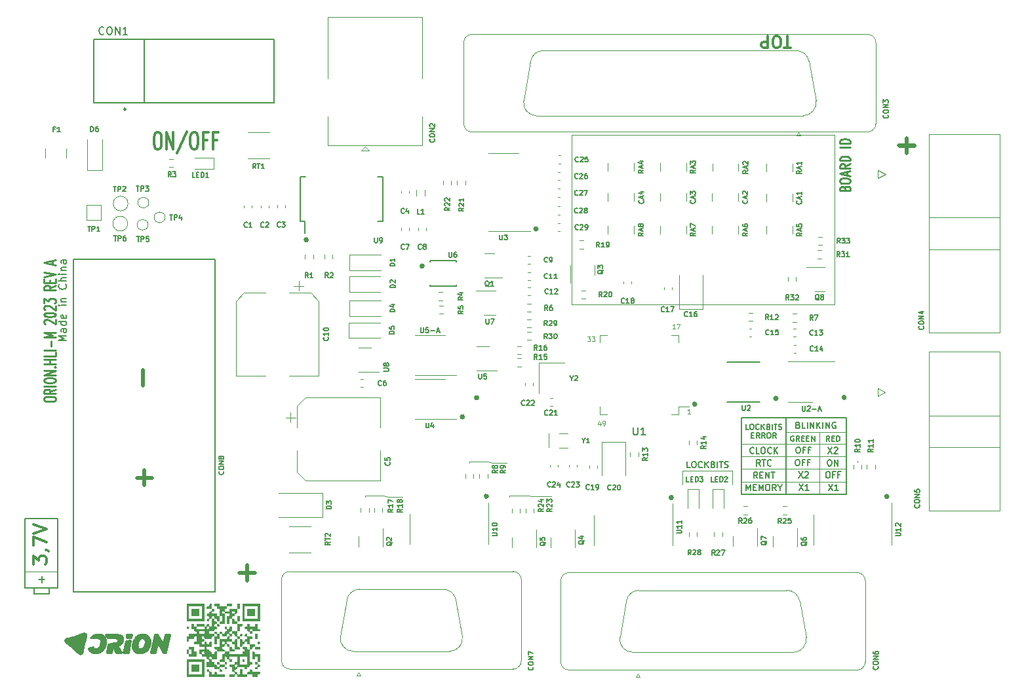
<source format=gto>
%TF.GenerationSoftware,KiCad,Pcbnew,7.0.1*%
%TF.CreationDate,2023-06-06T18:19:58-03:00*%
%TF.ProjectId,HLI-M,484c492d-4d2e-46b6-9963-61645f706362,rev?*%
%TF.SameCoordinates,Original*%
%TF.FileFunction,Legend,Top*%
%TF.FilePolarity,Positive*%
%FSLAX46Y46*%
G04 Gerber Fmt 4.6, Leading zero omitted, Abs format (unit mm)*
G04 Created by KiCad (PCBNEW 7.0.1) date 2023-06-06 18:19:58*
%MOMM*%
%LPD*%
G01*
G04 APERTURE LIST*
%ADD10C,0.120000*%
%ADD11C,0.200000*%
%ADD12C,0.500000*%
%ADD13C,0.360000*%
%ADD14C,0.264583*%
%ADD15C,0.100000*%
%ADD16C,0.150000*%
%ADD17C,0.300000*%
%ADD18C,0.076200*%
%ADD19C,0.180000*%
%ADD20C,0.375000*%
%ADD21C,0.250000*%
%ADD22C,0.237500*%
%ADD23C,0.162500*%
%ADD24C,0.152400*%
%ADD25C,0.127000*%
G04 APERTURE END LIST*
D10*
X125488700Y-85291300D02*
X125488700Y-85469100D01*
X114376200Y-89689300D02*
X115036600Y-89841700D01*
X130723100Y-89662000D02*
X133034500Y-89662000D01*
D11*
X69890600Y-100548400D02*
X70652600Y-100548400D01*
D10*
X175600800Y-85220400D02*
X175600800Y-85398200D01*
D12*
X96790000Y-98660000D02*
X96790000Y-100660000D01*
D10*
X170713400Y-81571800D02*
X170713400Y-89471800D01*
X160663400Y-82971800D02*
X174229400Y-82971800D01*
X174229400Y-89502800D01*
X160663400Y-89502800D01*
X160663400Y-82971800D01*
X160663400Y-86237300D02*
X174229400Y-86237300D01*
X166363400Y-81471800D02*
X174213400Y-81471800D01*
X112014000Y-89714700D02*
X112014000Y-89892500D01*
X152985800Y-86477800D02*
X152985800Y-88281200D01*
D13*
X165266700Y-77114400D02*
G75*
G03*
X165266700Y-77114400I-180000J0D01*
G01*
D11*
X70271600Y-100980200D02*
X70271600Y-100142000D01*
D10*
X133629400Y-89814400D02*
X136093200Y-89814400D01*
D14*
X83364960Y-107627310D02*
X83413889Y-107630301D01*
X83462440Y-107635792D01*
X83510522Y-107643749D01*
X83558044Y-107654142D01*
X83604914Y-107666935D01*
X83651041Y-107682098D01*
X83696334Y-107699598D01*
X83740700Y-107719401D01*
X83784048Y-107741475D01*
X83826287Y-107765787D01*
X83867326Y-107792305D01*
X83907072Y-107820995D01*
X83945435Y-107851826D01*
X83982323Y-107884765D01*
X84017448Y-107919577D01*
X84050560Y-107955989D01*
X84081620Y-107993913D01*
X84110589Y-108033259D01*
X84137431Y-108073938D01*
X84162106Y-108115861D01*
X84184576Y-108158938D01*
X84204803Y-108203080D01*
X84222749Y-108248198D01*
X84238375Y-108294202D01*
X84251644Y-108341003D01*
X84262518Y-108388512D01*
X84270957Y-108436639D01*
X84276924Y-108485296D01*
X84280381Y-108534392D01*
X84281290Y-108583839D01*
X84277669Y-108658836D01*
X84271290Y-108732715D01*
X84262181Y-108805390D01*
X84250368Y-108876780D01*
X84235881Y-108946803D01*
X84218745Y-109015374D01*
X84198990Y-109082413D01*
X84176643Y-109147835D01*
X84151731Y-109211559D01*
X84124282Y-109273501D01*
X84094324Y-109333579D01*
X84061885Y-109391710D01*
X84026991Y-109447812D01*
X83989671Y-109501801D01*
X83949953Y-109553596D01*
X83907863Y-109603113D01*
X83863431Y-109650269D01*
X83816683Y-109694983D01*
X83767646Y-109737171D01*
X83716350Y-109776750D01*
X83662821Y-109813638D01*
X83607087Y-109847753D01*
X83549176Y-109879011D01*
X83489115Y-109907330D01*
X83426932Y-109932627D01*
X83362655Y-109954819D01*
X83296311Y-109973824D01*
X83227928Y-109989559D01*
X83157534Y-110001941D01*
X83085156Y-110010888D01*
X83010823Y-110016317D01*
X82934561Y-110018145D01*
X82887974Y-110021669D01*
X82841516Y-110022627D01*
X82795281Y-110021053D01*
X82749367Y-110016980D01*
X82703870Y-110010441D01*
X82658886Y-110001469D01*
X82614513Y-109990098D01*
X82570848Y-109976360D01*
X82527986Y-109960290D01*
X82486024Y-109941920D01*
X82445058Y-109921284D01*
X82405187Y-109898415D01*
X82366505Y-109873346D01*
X82329110Y-109846111D01*
X82293099Y-109816742D01*
X82258567Y-109785274D01*
X82225816Y-109751956D01*
X82195108Y-109717080D01*
X82166479Y-109680741D01*
X82139966Y-109643034D01*
X82115606Y-109604055D01*
X82093437Y-109563899D01*
X82073495Y-109522661D01*
X82055816Y-109480437D01*
X82040438Y-109437321D01*
X82027398Y-109393409D01*
X82016733Y-109348797D01*
X82008479Y-109303580D01*
X82002674Y-109257852D01*
X81999354Y-109211709D01*
X81998556Y-109165247D01*
X82000317Y-109118561D01*
X82000407Y-109065371D01*
X82002135Y-109012298D01*
X82005492Y-108959379D01*
X82010469Y-108906650D01*
X82017059Y-108854148D01*
X82025252Y-108801909D01*
X82035040Y-108749971D01*
X82046413Y-108698369D01*
X82059364Y-108647140D01*
X82073884Y-108596321D01*
X82089964Y-108545948D01*
X82107596Y-108496058D01*
X82126770Y-108446687D01*
X82147478Y-108397872D01*
X82169712Y-108349650D01*
X82193463Y-108302057D01*
X83034574Y-108148335D01*
X83035047Y-108148237D01*
X83035521Y-108148162D01*
X83035993Y-108148108D01*
X83036464Y-108148076D01*
X83036934Y-108148065D01*
X83037401Y-108148075D01*
X83037865Y-108148105D01*
X83038325Y-108148156D01*
X83038781Y-108148226D01*
X83039233Y-108148316D01*
X83039679Y-108148425D01*
X83040119Y-108148554D01*
X83040552Y-108148701D01*
X83040978Y-108148866D01*
X83041396Y-108149049D01*
X83041806Y-108149250D01*
X83042207Y-108149469D01*
X83042598Y-108149705D01*
X83042979Y-108149957D01*
X83043350Y-108150226D01*
X83043708Y-108150511D01*
X83044055Y-108150812D01*
X83044389Y-108151129D01*
X83044710Y-108151460D01*
X83045018Y-108151807D01*
X83045310Y-108152169D01*
X83045588Y-108152544D01*
X83045850Y-108152934D01*
X83046096Y-108153337D01*
X83046325Y-108153754D01*
X83046537Y-108154184D01*
X83046731Y-108154627D01*
X83046904Y-108155078D01*
X83047056Y-108155532D01*
X83047186Y-108155990D01*
X83047295Y-108156449D01*
X83047383Y-108156911D01*
X83047450Y-108157373D01*
X83047496Y-108157836D01*
X83047521Y-108158299D01*
X83047526Y-108158760D01*
X83047511Y-108159220D01*
X83047476Y-108159678D01*
X83047422Y-108160133D01*
X83047347Y-108160585D01*
X83047254Y-108161032D01*
X83047141Y-108161475D01*
X83047010Y-108161912D01*
X83046860Y-108162343D01*
X83046691Y-108162768D01*
X83046505Y-108163185D01*
X83046300Y-108163594D01*
X83046077Y-108163995D01*
X83045837Y-108164386D01*
X83045579Y-108164768D01*
X83045304Y-108165138D01*
X83045012Y-108165498D01*
X83044703Y-108165846D01*
X83044378Y-108166181D01*
X83044036Y-108166504D01*
X83043679Y-108166812D01*
X83043305Y-108167106D01*
X83042915Y-108167386D01*
X83042510Y-108167649D01*
X82990878Y-108209072D01*
X82942288Y-108253336D01*
X82896818Y-108300270D01*
X82854548Y-108349704D01*
X82815554Y-108401469D01*
X82779915Y-108455393D01*
X82747710Y-108511306D01*
X82719016Y-108569039D01*
X82693912Y-108628421D01*
X82672476Y-108689281D01*
X82654785Y-108751450D01*
X82640919Y-108814757D01*
X82630956Y-108879032D01*
X82624973Y-108944105D01*
X82623050Y-109009806D01*
X82625263Y-109075964D01*
X82626657Y-109128339D01*
X82628406Y-109153567D01*
X82630862Y-109178136D01*
X82634027Y-109202033D01*
X82637908Y-109225243D01*
X82642506Y-109247754D01*
X82647827Y-109269552D01*
X82653874Y-109290622D01*
X82660652Y-109310950D01*
X82668163Y-109330524D01*
X82676413Y-109349328D01*
X82685405Y-109367350D01*
X82695144Y-109384576D01*
X82705632Y-109400991D01*
X82716875Y-109416582D01*
X82728876Y-109431335D01*
X82741638Y-109445236D01*
X82755167Y-109458272D01*
X82769466Y-109470428D01*
X82784539Y-109481691D01*
X82800389Y-109492047D01*
X82817022Y-109501483D01*
X82834441Y-109509984D01*
X82852649Y-109517536D01*
X82871651Y-109524126D01*
X82891452Y-109529741D01*
X82912054Y-109534365D01*
X82933461Y-109537986D01*
X82955679Y-109540589D01*
X82978710Y-109542161D01*
X83002559Y-109542689D01*
X83039213Y-109541297D01*
X83075045Y-109537181D01*
X83110033Y-109530425D01*
X83144153Y-109521114D01*
X83177384Y-109509334D01*
X83209703Y-109495171D01*
X83241088Y-109478710D01*
X83271516Y-109460035D01*
X83300965Y-109439234D01*
X83329413Y-109416390D01*
X83356837Y-109391590D01*
X83383214Y-109364918D01*
X83432742Y-109306303D01*
X83477816Y-109241229D01*
X83518258Y-109170378D01*
X83553889Y-109094434D01*
X83584529Y-109014081D01*
X83610000Y-108930000D01*
X83630123Y-108842877D01*
X83644718Y-108753394D01*
X83653606Y-108662234D01*
X83656608Y-108570080D01*
X83655217Y-108517839D01*
X83653473Y-108492667D01*
X83651023Y-108468148D01*
X83647865Y-108444294D01*
X83643995Y-108421120D01*
X83639409Y-108398640D01*
X83634102Y-108376868D01*
X83628072Y-108355819D01*
X83621313Y-108335507D01*
X83613823Y-108315945D01*
X83605598Y-108297148D01*
X83596632Y-108279130D01*
X83586924Y-108261906D01*
X83576468Y-108245488D01*
X83565261Y-108229892D01*
X83553299Y-108215132D01*
X83540578Y-108201222D01*
X83527095Y-108188175D01*
X83512845Y-108176006D01*
X83497824Y-108164730D01*
X83482029Y-108154360D01*
X83465456Y-108144910D01*
X83448100Y-108136395D01*
X83429959Y-108128829D01*
X83411028Y-108122226D01*
X83391303Y-108116600D01*
X83370780Y-108111965D01*
X83349456Y-108108335D01*
X83327326Y-108105725D01*
X83304388Y-108104149D01*
X83280636Y-108103620D01*
X82323902Y-108103620D01*
X82368024Y-108050569D01*
X82414756Y-108000314D01*
X82463960Y-107952924D01*
X82515500Y-107908469D01*
X82569239Y-107867016D01*
X82625040Y-107828636D01*
X82682766Y-107793396D01*
X82742281Y-107761367D01*
X82803447Y-107732616D01*
X82866127Y-107707213D01*
X82930185Y-107685226D01*
X82995484Y-107666725D01*
X83061886Y-107651779D01*
X83129256Y-107640456D01*
X83197455Y-107632826D01*
X83266348Y-107628958D01*
X83266345Y-107628958D01*
X83266343Y-107628958D01*
X83266337Y-107628958D01*
X83315746Y-107626852D01*
X83364960Y-107627310D01*
G36*
X83364960Y-107627310D02*
G01*
X83413889Y-107630301D01*
X83462440Y-107635792D01*
X83510522Y-107643749D01*
X83558044Y-107654142D01*
X83604914Y-107666935D01*
X83651041Y-107682098D01*
X83696334Y-107699598D01*
X83740700Y-107719401D01*
X83784048Y-107741475D01*
X83826287Y-107765787D01*
X83867326Y-107792305D01*
X83907072Y-107820995D01*
X83945435Y-107851826D01*
X83982323Y-107884765D01*
X84017448Y-107919577D01*
X84050560Y-107955989D01*
X84081620Y-107993913D01*
X84110589Y-108033259D01*
X84137431Y-108073938D01*
X84162106Y-108115861D01*
X84184576Y-108158938D01*
X84204803Y-108203080D01*
X84222749Y-108248198D01*
X84238375Y-108294202D01*
X84251644Y-108341003D01*
X84262518Y-108388512D01*
X84270957Y-108436639D01*
X84276924Y-108485296D01*
X84280381Y-108534392D01*
X84281290Y-108583839D01*
X84277669Y-108658836D01*
X84271290Y-108732715D01*
X84262181Y-108805390D01*
X84250368Y-108876780D01*
X84235881Y-108946803D01*
X84218745Y-109015374D01*
X84198990Y-109082413D01*
X84176643Y-109147835D01*
X84151731Y-109211559D01*
X84124282Y-109273501D01*
X84094324Y-109333579D01*
X84061885Y-109391710D01*
X84026991Y-109447812D01*
X83989671Y-109501801D01*
X83949953Y-109553596D01*
X83907863Y-109603113D01*
X83863431Y-109650269D01*
X83816683Y-109694983D01*
X83767646Y-109737171D01*
X83716350Y-109776750D01*
X83662821Y-109813638D01*
X83607087Y-109847753D01*
X83549176Y-109879011D01*
X83489115Y-109907330D01*
X83426932Y-109932627D01*
X83362655Y-109954819D01*
X83296311Y-109973824D01*
X83227928Y-109989559D01*
X83157534Y-110001941D01*
X83085156Y-110010888D01*
X83010823Y-110016317D01*
X82934561Y-110018145D01*
X82887974Y-110021669D01*
X82841516Y-110022627D01*
X82795281Y-110021053D01*
X82749367Y-110016980D01*
X82703870Y-110010441D01*
X82658886Y-110001469D01*
X82614513Y-109990098D01*
X82570848Y-109976360D01*
X82527986Y-109960290D01*
X82486024Y-109941920D01*
X82445058Y-109921284D01*
X82405187Y-109898415D01*
X82366505Y-109873346D01*
X82329110Y-109846111D01*
X82293099Y-109816742D01*
X82258567Y-109785274D01*
X82225816Y-109751956D01*
X82195108Y-109717080D01*
X82166479Y-109680741D01*
X82139966Y-109643034D01*
X82115606Y-109604055D01*
X82093437Y-109563899D01*
X82073495Y-109522661D01*
X82055816Y-109480437D01*
X82040438Y-109437321D01*
X82027398Y-109393409D01*
X82016733Y-109348797D01*
X82008479Y-109303580D01*
X82002674Y-109257852D01*
X81999354Y-109211709D01*
X81998556Y-109165247D01*
X82000317Y-109118561D01*
X82000407Y-109065371D01*
X82002135Y-109012298D01*
X82005492Y-108959379D01*
X82010469Y-108906650D01*
X82017059Y-108854148D01*
X82025252Y-108801909D01*
X82035040Y-108749971D01*
X82046413Y-108698369D01*
X82059364Y-108647140D01*
X82073884Y-108596321D01*
X82089964Y-108545948D01*
X82107596Y-108496058D01*
X82126770Y-108446687D01*
X82147478Y-108397872D01*
X82169712Y-108349650D01*
X82193463Y-108302057D01*
X83034574Y-108148335D01*
X83035047Y-108148237D01*
X83035521Y-108148162D01*
X83035993Y-108148108D01*
X83036464Y-108148076D01*
X83036934Y-108148065D01*
X83037401Y-108148075D01*
X83037865Y-108148105D01*
X83038325Y-108148156D01*
X83038781Y-108148226D01*
X83039233Y-108148316D01*
X83039679Y-108148425D01*
X83040119Y-108148554D01*
X83040552Y-108148701D01*
X83040978Y-108148866D01*
X83041396Y-108149049D01*
X83041806Y-108149250D01*
X83042207Y-108149469D01*
X83042598Y-108149705D01*
X83042979Y-108149957D01*
X83043350Y-108150226D01*
X83043708Y-108150511D01*
X83044055Y-108150812D01*
X83044389Y-108151129D01*
X83044710Y-108151460D01*
X83045018Y-108151807D01*
X83045310Y-108152169D01*
X83045588Y-108152544D01*
X83045850Y-108152934D01*
X83046096Y-108153337D01*
X83046325Y-108153754D01*
X83046537Y-108154184D01*
X83046731Y-108154627D01*
X83046904Y-108155078D01*
X83047056Y-108155532D01*
X83047186Y-108155990D01*
X83047295Y-108156449D01*
X83047383Y-108156911D01*
X83047450Y-108157373D01*
X83047496Y-108157836D01*
X83047521Y-108158299D01*
X83047526Y-108158760D01*
X83047511Y-108159220D01*
X83047476Y-108159678D01*
X83047422Y-108160133D01*
X83047347Y-108160585D01*
X83047254Y-108161032D01*
X83047141Y-108161475D01*
X83047010Y-108161912D01*
X83046860Y-108162343D01*
X83046691Y-108162768D01*
X83046505Y-108163185D01*
X83046300Y-108163594D01*
X83046077Y-108163995D01*
X83045837Y-108164386D01*
X83045579Y-108164768D01*
X83045304Y-108165138D01*
X83045012Y-108165498D01*
X83044703Y-108165846D01*
X83044378Y-108166181D01*
X83044036Y-108166504D01*
X83043679Y-108166812D01*
X83043305Y-108167106D01*
X83042915Y-108167386D01*
X83042510Y-108167649D01*
X82990878Y-108209072D01*
X82942288Y-108253336D01*
X82896818Y-108300270D01*
X82854548Y-108349704D01*
X82815554Y-108401469D01*
X82779915Y-108455393D01*
X82747710Y-108511306D01*
X82719016Y-108569039D01*
X82693912Y-108628421D01*
X82672476Y-108689281D01*
X82654785Y-108751450D01*
X82640919Y-108814757D01*
X82630956Y-108879032D01*
X82624973Y-108944105D01*
X82623050Y-109009806D01*
X82625263Y-109075964D01*
X82626657Y-109128339D01*
X82628406Y-109153567D01*
X82630862Y-109178136D01*
X82634027Y-109202033D01*
X82637908Y-109225243D01*
X82642506Y-109247754D01*
X82647827Y-109269552D01*
X82653874Y-109290622D01*
X82660652Y-109310950D01*
X82668163Y-109330524D01*
X82676413Y-109349328D01*
X82685405Y-109367350D01*
X82695144Y-109384576D01*
X82705632Y-109400991D01*
X82716875Y-109416582D01*
X82728876Y-109431335D01*
X82741638Y-109445236D01*
X82755167Y-109458272D01*
X82769466Y-109470428D01*
X82784539Y-109481691D01*
X82800389Y-109492047D01*
X82817022Y-109501483D01*
X82834441Y-109509984D01*
X82852649Y-109517536D01*
X82871651Y-109524126D01*
X82891452Y-109529741D01*
X82912054Y-109534365D01*
X82933461Y-109537986D01*
X82955679Y-109540589D01*
X82978710Y-109542161D01*
X83002559Y-109542689D01*
X83039213Y-109541297D01*
X83075045Y-109537181D01*
X83110033Y-109530425D01*
X83144153Y-109521114D01*
X83177384Y-109509334D01*
X83209703Y-109495171D01*
X83241088Y-109478710D01*
X83271516Y-109460035D01*
X83300965Y-109439234D01*
X83329413Y-109416390D01*
X83356837Y-109391590D01*
X83383214Y-109364918D01*
X83432742Y-109306303D01*
X83477816Y-109241229D01*
X83518258Y-109170378D01*
X83553889Y-109094434D01*
X83584529Y-109014081D01*
X83610000Y-108930000D01*
X83630123Y-108842877D01*
X83644718Y-108753394D01*
X83653606Y-108662234D01*
X83656608Y-108570080D01*
X83655217Y-108517839D01*
X83653473Y-108492667D01*
X83651023Y-108468148D01*
X83647865Y-108444294D01*
X83643995Y-108421120D01*
X83639409Y-108398640D01*
X83634102Y-108376868D01*
X83628072Y-108355819D01*
X83621313Y-108335507D01*
X83613823Y-108315945D01*
X83605598Y-108297148D01*
X83596632Y-108279130D01*
X83586924Y-108261906D01*
X83576468Y-108245488D01*
X83565261Y-108229892D01*
X83553299Y-108215132D01*
X83540578Y-108201222D01*
X83527095Y-108188175D01*
X83512845Y-108176006D01*
X83497824Y-108164730D01*
X83482029Y-108154360D01*
X83465456Y-108144910D01*
X83448100Y-108136395D01*
X83429959Y-108128829D01*
X83411028Y-108122226D01*
X83391303Y-108116600D01*
X83370780Y-108111965D01*
X83349456Y-108108335D01*
X83327326Y-108105725D01*
X83304388Y-108104149D01*
X83280636Y-108103620D01*
X82323902Y-108103620D01*
X82368024Y-108050569D01*
X82414756Y-108000314D01*
X82463960Y-107952924D01*
X82515500Y-107908469D01*
X82569239Y-107867016D01*
X82625040Y-107828636D01*
X82682766Y-107793396D01*
X82742281Y-107761367D01*
X82803447Y-107732616D01*
X82866127Y-107707213D01*
X82930185Y-107685226D01*
X82995484Y-107666725D01*
X83061886Y-107651779D01*
X83129256Y-107640456D01*
X83197455Y-107632826D01*
X83266348Y-107628958D01*
X83266345Y-107628958D01*
X83266343Y-107628958D01*
X83266337Y-107628958D01*
X83315746Y-107626852D01*
X83364960Y-107627310D01*
G37*
X77645892Y-107627846D02*
X77701988Y-107631359D01*
X77757591Y-107637358D01*
X77812539Y-107645883D01*
X77866673Y-107656972D01*
X77919832Y-107670664D01*
X77971857Y-107686999D01*
X78022586Y-107706016D01*
X78071861Y-107727754D01*
X78119520Y-107752251D01*
X78165404Y-107779547D01*
X78209353Y-107809680D01*
X78251206Y-107842691D01*
X78290803Y-107878618D01*
X78327984Y-107917499D01*
X78362588Y-107959374D01*
X78394457Y-108004283D01*
X78423428Y-108052264D01*
X78449344Y-108103355D01*
X78468775Y-108156209D01*
X78485923Y-108209663D01*
X78500784Y-108263646D01*
X78513355Y-108318085D01*
X78523633Y-108372906D01*
X78531615Y-108428039D01*
X78537299Y-108483408D01*
X78540681Y-108538943D01*
X78541759Y-108594571D01*
X78540530Y-108650218D01*
X78536990Y-108705813D01*
X78531137Y-108761281D01*
X78522967Y-108816552D01*
X78512479Y-108871552D01*
X78499669Y-108926209D01*
X78484534Y-108980449D01*
X78471118Y-109032734D01*
X78455777Y-109084347D01*
X78438542Y-109135237D01*
X78419440Y-109185355D01*
X78398500Y-109234654D01*
X78375752Y-109283084D01*
X78351223Y-109330597D01*
X78324943Y-109377143D01*
X78296940Y-109422673D01*
X78267244Y-109467139D01*
X78235883Y-109510492D01*
X78202886Y-109552683D01*
X78168282Y-109593662D01*
X78132100Y-109633382D01*
X78094368Y-109671793D01*
X78055115Y-109708847D01*
X78011989Y-109743977D01*
X77967539Y-109777113D01*
X77921835Y-109808228D01*
X77874949Y-109837294D01*
X77826950Y-109864286D01*
X77777910Y-109889175D01*
X77727898Y-109911936D01*
X77676986Y-109932541D01*
X77625245Y-109950963D01*
X77572744Y-109967177D01*
X77519555Y-109981154D01*
X77465748Y-109992868D01*
X77411394Y-110002292D01*
X77356563Y-110009400D01*
X77301327Y-110014164D01*
X77245754Y-110016557D01*
X77245754Y-110014970D01*
X77209620Y-110016970D01*
X77173510Y-110017768D01*
X77137453Y-110017371D01*
X77101478Y-110015783D01*
X77065613Y-110013012D01*
X77029888Y-110009061D01*
X76994331Y-110003937D01*
X76958972Y-109997645D01*
X76923840Y-109990192D01*
X76888963Y-109981583D01*
X76854370Y-109971823D01*
X76820091Y-109960918D01*
X76786155Y-109948874D01*
X76752590Y-109935696D01*
X76719425Y-109921390D01*
X76686689Y-109905962D01*
X76662796Y-109892761D01*
X76639437Y-109878752D01*
X76616630Y-109863954D01*
X76594394Y-109848385D01*
X76572748Y-109832062D01*
X76551708Y-109815002D01*
X76531294Y-109797223D01*
X76511524Y-109778743D01*
X76492415Y-109759580D01*
X76473986Y-109739750D01*
X76456256Y-109719272D01*
X76439242Y-109698164D01*
X76422963Y-109676443D01*
X76407436Y-109654126D01*
X76392681Y-109631231D01*
X76378715Y-109607776D01*
X76370858Y-109593970D01*
X76363231Y-109580039D01*
X76355834Y-109565987D01*
X76348669Y-109551816D01*
X76341738Y-109537530D01*
X76335041Y-109523130D01*
X76328581Y-109508621D01*
X76322358Y-109494006D01*
X76315082Y-109476340D01*
X76304631Y-109451507D01*
X76298897Y-109437510D01*
X76293188Y-109423052D01*
X76287777Y-109408574D01*
X76282936Y-109394522D01*
X76282786Y-109393977D01*
X76282667Y-109393428D01*
X76282578Y-109392876D01*
X76282519Y-109392322D01*
X76282491Y-109391766D01*
X76282492Y-109391212D01*
X76282524Y-109390658D01*
X76282584Y-109390108D01*
X76282675Y-109389562D01*
X76282794Y-109389021D01*
X76282942Y-109388486D01*
X76283120Y-109387960D01*
X76283326Y-109387442D01*
X76283561Y-109386934D01*
X76283824Y-109386437D01*
X76284115Y-109385953D01*
X76284433Y-109385486D01*
X76284773Y-109385039D01*
X76285136Y-109384613D01*
X76285520Y-109384209D01*
X76285924Y-109383827D01*
X76286348Y-109383468D01*
X76286789Y-109383133D01*
X76287247Y-109382823D01*
X76287721Y-109382537D01*
X76288210Y-109382277D01*
X76288714Y-109382043D01*
X76289230Y-109381837D01*
X76289758Y-109381658D01*
X76290296Y-109381507D01*
X76290845Y-109381385D01*
X76291402Y-109381293D01*
X76894652Y-109270697D01*
X76895168Y-109270613D01*
X76895682Y-109270553D01*
X76896194Y-109270519D01*
X76896704Y-109270508D01*
X76897210Y-109270522D01*
X76897712Y-109270559D01*
X76898209Y-109270619D01*
X76898701Y-109270702D01*
X76899186Y-109270806D01*
X76899665Y-109270933D01*
X76900136Y-109271081D01*
X76900599Y-109271250D01*
X76901053Y-109271439D01*
X76901498Y-109271648D01*
X76901932Y-109271877D01*
X76902356Y-109272126D01*
X76902767Y-109272393D01*
X76903167Y-109272678D01*
X76903554Y-109272982D01*
X76903926Y-109273303D01*
X76904285Y-109273641D01*
X76904629Y-109273996D01*
X76904956Y-109274367D01*
X76905268Y-109274754D01*
X76905562Y-109275156D01*
X76905839Y-109275574D01*
X76906097Y-109276006D01*
X76906336Y-109276452D01*
X76906555Y-109276912D01*
X76906754Y-109277385D01*
X76906932Y-109277871D01*
X76907087Y-109278370D01*
X76910481Y-109291384D01*
X76914357Y-109304177D01*
X76923509Y-109329065D01*
X76934459Y-109352957D01*
X76947120Y-109375778D01*
X76961407Y-109397451D01*
X76977233Y-109417902D01*
X76994514Y-109437054D01*
X77013162Y-109454831D01*
X77033093Y-109471158D01*
X77054220Y-109485958D01*
X77076458Y-109499156D01*
X77099721Y-109510676D01*
X77123923Y-109520441D01*
X77148978Y-109528377D01*
X77174801Y-109534407D01*
X77187973Y-109536684D01*
X77201305Y-109538456D01*
X77236957Y-109539836D01*
X77272349Y-109538887D01*
X77307381Y-109535655D01*
X77341954Y-109530188D01*
X77375969Y-109522534D01*
X77409327Y-109512739D01*
X77441929Y-109500851D01*
X77473675Y-109486917D01*
X77504467Y-109470984D01*
X77534205Y-109453100D01*
X77562791Y-109433313D01*
X77590125Y-109411669D01*
X77616108Y-109388216D01*
X77640642Y-109363000D01*
X77663626Y-109336071D01*
X77684963Y-109307474D01*
X77703105Y-109282247D01*
X77720511Y-109256558D01*
X77737175Y-109230424D01*
X77753088Y-109203862D01*
X77768243Y-109176887D01*
X77782634Y-109149517D01*
X77796252Y-109121767D01*
X77809091Y-109093655D01*
X77821143Y-109065196D01*
X77832402Y-109036408D01*
X77842859Y-109007307D01*
X77852507Y-108977909D01*
X77861340Y-108948232D01*
X77869350Y-108918290D01*
X77876529Y-108888102D01*
X77882871Y-108857682D01*
X77889630Y-108828436D01*
X77895564Y-108799053D01*
X77900673Y-108769551D01*
X77904957Y-108739946D01*
X77908415Y-108710257D01*
X77911048Y-108680500D01*
X77912853Y-108650693D01*
X77913833Y-108620853D01*
X77913985Y-108590997D01*
X77913310Y-108561143D01*
X77911807Y-108531308D01*
X77909476Y-108501508D01*
X77906317Y-108471763D01*
X77902329Y-108442088D01*
X77897513Y-108412501D01*
X77891867Y-108383020D01*
X77887135Y-108362247D01*
X77881191Y-108341935D01*
X77874071Y-108322126D01*
X77865810Y-108302865D01*
X77856443Y-108284197D01*
X77846005Y-108266166D01*
X77834533Y-108248816D01*
X77822060Y-108232191D01*
X77808623Y-108216335D01*
X77794257Y-108201294D01*
X77778997Y-108187110D01*
X77762877Y-108173828D01*
X77745935Y-108161493D01*
X77728204Y-108150148D01*
X77709720Y-108139838D01*
X77690519Y-108130607D01*
X77678819Y-108126794D01*
X77667043Y-108123265D01*
X77655196Y-108120021D01*
X77643284Y-108117063D01*
X77631311Y-108114393D01*
X77619283Y-108112010D01*
X77607205Y-108109915D01*
X77595082Y-108108109D01*
X77582919Y-108106592D01*
X77570722Y-108105367D01*
X77558496Y-108104432D01*
X77546245Y-108103789D01*
X77533976Y-108103438D01*
X77521694Y-108103381D01*
X77509403Y-108103618D01*
X77497108Y-108104149D01*
X76602817Y-108104149D01*
X76602432Y-108104150D01*
X76602050Y-108104136D01*
X76601670Y-108104110D01*
X76601293Y-108104071D01*
X76600919Y-108104018D01*
X76600548Y-108103953D01*
X76600181Y-108103875D01*
X76599817Y-108103785D01*
X76599458Y-108103682D01*
X76599103Y-108103567D01*
X76598753Y-108103441D01*
X76598408Y-108103302D01*
X76598068Y-108103152D01*
X76597734Y-108102991D01*
X76597405Y-108102818D01*
X76597083Y-108102635D01*
X76596767Y-108102440D01*
X76596458Y-108102235D01*
X76596156Y-108102019D01*
X76595861Y-108101793D01*
X76595574Y-108101556D01*
X76595295Y-108101310D01*
X76595024Y-108101053D01*
X76594762Y-108100787D01*
X76594508Y-108100512D01*
X76594263Y-108100227D01*
X76594028Y-108099933D01*
X76593802Y-108099630D01*
X76593587Y-108099318D01*
X76593381Y-108098998D01*
X76593186Y-108098668D01*
X76593002Y-108098331D01*
X76592671Y-108097640D01*
X76592392Y-108096933D01*
X76592164Y-108096214D01*
X76591988Y-108095485D01*
X76591863Y-108094749D01*
X76591789Y-108094008D01*
X76591767Y-108093266D01*
X76591795Y-108092525D01*
X76591873Y-108091787D01*
X76592002Y-108091056D01*
X76592181Y-108090333D01*
X76592410Y-108089623D01*
X76592688Y-108088927D01*
X76593016Y-108088247D01*
X76593394Y-108087588D01*
X76593821Y-108086951D01*
X76610155Y-108067292D01*
X76626877Y-108047986D01*
X76643981Y-108029040D01*
X76661462Y-108010458D01*
X76679312Y-107992247D01*
X76697526Y-107974411D01*
X76716098Y-107956956D01*
X76735022Y-107939886D01*
X76754292Y-107923209D01*
X76773901Y-107906927D01*
X76793845Y-107891048D01*
X76814116Y-107875576D01*
X76834708Y-107860517D01*
X76855617Y-107845876D01*
X76876835Y-107831659D01*
X76898356Y-107817870D01*
X76944552Y-107790673D01*
X76992497Y-107765417D01*
X77042029Y-107742139D01*
X77092989Y-107720878D01*
X77145217Y-107701675D01*
X77198553Y-107684568D01*
X77252836Y-107669595D01*
X77307906Y-107656797D01*
X77363604Y-107646211D01*
X77419768Y-107637878D01*
X77476239Y-107631835D01*
X77532857Y-107628123D01*
X77589461Y-107626781D01*
X77645892Y-107627846D01*
G36*
X77645892Y-107627846D02*
G01*
X77701988Y-107631359D01*
X77757591Y-107637358D01*
X77812539Y-107645883D01*
X77866673Y-107656972D01*
X77919832Y-107670664D01*
X77971857Y-107686999D01*
X78022586Y-107706016D01*
X78071861Y-107727754D01*
X78119520Y-107752251D01*
X78165404Y-107779547D01*
X78209353Y-107809680D01*
X78251206Y-107842691D01*
X78290803Y-107878618D01*
X78327984Y-107917499D01*
X78362588Y-107959374D01*
X78394457Y-108004283D01*
X78423428Y-108052264D01*
X78449344Y-108103355D01*
X78468775Y-108156209D01*
X78485923Y-108209663D01*
X78500784Y-108263646D01*
X78513355Y-108318085D01*
X78523633Y-108372906D01*
X78531615Y-108428039D01*
X78537299Y-108483408D01*
X78540681Y-108538943D01*
X78541759Y-108594571D01*
X78540530Y-108650218D01*
X78536990Y-108705813D01*
X78531137Y-108761281D01*
X78522967Y-108816552D01*
X78512479Y-108871552D01*
X78499669Y-108926209D01*
X78484534Y-108980449D01*
X78471118Y-109032734D01*
X78455777Y-109084347D01*
X78438542Y-109135237D01*
X78419440Y-109185355D01*
X78398500Y-109234654D01*
X78375752Y-109283084D01*
X78351223Y-109330597D01*
X78324943Y-109377143D01*
X78296940Y-109422673D01*
X78267244Y-109467139D01*
X78235883Y-109510492D01*
X78202886Y-109552683D01*
X78168282Y-109593662D01*
X78132100Y-109633382D01*
X78094368Y-109671793D01*
X78055115Y-109708847D01*
X78011989Y-109743977D01*
X77967539Y-109777113D01*
X77921835Y-109808228D01*
X77874949Y-109837294D01*
X77826950Y-109864286D01*
X77777910Y-109889175D01*
X77727898Y-109911936D01*
X77676986Y-109932541D01*
X77625245Y-109950963D01*
X77572744Y-109967177D01*
X77519555Y-109981154D01*
X77465748Y-109992868D01*
X77411394Y-110002292D01*
X77356563Y-110009400D01*
X77301327Y-110014164D01*
X77245754Y-110016557D01*
X77245754Y-110014970D01*
X77209620Y-110016970D01*
X77173510Y-110017768D01*
X77137453Y-110017371D01*
X77101478Y-110015783D01*
X77065613Y-110013012D01*
X77029888Y-110009061D01*
X76994331Y-110003937D01*
X76958972Y-109997645D01*
X76923840Y-109990192D01*
X76888963Y-109981583D01*
X76854370Y-109971823D01*
X76820091Y-109960918D01*
X76786155Y-109948874D01*
X76752590Y-109935696D01*
X76719425Y-109921390D01*
X76686689Y-109905962D01*
X76662796Y-109892761D01*
X76639437Y-109878752D01*
X76616630Y-109863954D01*
X76594394Y-109848385D01*
X76572748Y-109832062D01*
X76551708Y-109815002D01*
X76531294Y-109797223D01*
X76511524Y-109778743D01*
X76492415Y-109759580D01*
X76473986Y-109739750D01*
X76456256Y-109719272D01*
X76439242Y-109698164D01*
X76422963Y-109676443D01*
X76407436Y-109654126D01*
X76392681Y-109631231D01*
X76378715Y-109607776D01*
X76370858Y-109593970D01*
X76363231Y-109580039D01*
X76355834Y-109565987D01*
X76348669Y-109551816D01*
X76341738Y-109537530D01*
X76335041Y-109523130D01*
X76328581Y-109508621D01*
X76322358Y-109494006D01*
X76315082Y-109476340D01*
X76304631Y-109451507D01*
X76298897Y-109437510D01*
X76293188Y-109423052D01*
X76287777Y-109408574D01*
X76282936Y-109394522D01*
X76282786Y-109393977D01*
X76282667Y-109393428D01*
X76282578Y-109392876D01*
X76282519Y-109392322D01*
X76282491Y-109391766D01*
X76282492Y-109391212D01*
X76282524Y-109390658D01*
X76282584Y-109390108D01*
X76282675Y-109389562D01*
X76282794Y-109389021D01*
X76282942Y-109388486D01*
X76283120Y-109387960D01*
X76283326Y-109387442D01*
X76283561Y-109386934D01*
X76283824Y-109386437D01*
X76284115Y-109385953D01*
X76284433Y-109385486D01*
X76284773Y-109385039D01*
X76285136Y-109384613D01*
X76285520Y-109384209D01*
X76285924Y-109383827D01*
X76286348Y-109383468D01*
X76286789Y-109383133D01*
X76287247Y-109382823D01*
X76287721Y-109382537D01*
X76288210Y-109382277D01*
X76288714Y-109382043D01*
X76289230Y-109381837D01*
X76289758Y-109381658D01*
X76290296Y-109381507D01*
X76290845Y-109381385D01*
X76291402Y-109381293D01*
X76894652Y-109270697D01*
X76895168Y-109270613D01*
X76895682Y-109270553D01*
X76896194Y-109270519D01*
X76896704Y-109270508D01*
X76897210Y-109270522D01*
X76897712Y-109270559D01*
X76898209Y-109270619D01*
X76898701Y-109270702D01*
X76899186Y-109270806D01*
X76899665Y-109270933D01*
X76900136Y-109271081D01*
X76900599Y-109271250D01*
X76901053Y-109271439D01*
X76901498Y-109271648D01*
X76901932Y-109271877D01*
X76902356Y-109272126D01*
X76902767Y-109272393D01*
X76903167Y-109272678D01*
X76903554Y-109272982D01*
X76903926Y-109273303D01*
X76904285Y-109273641D01*
X76904629Y-109273996D01*
X76904956Y-109274367D01*
X76905268Y-109274754D01*
X76905562Y-109275156D01*
X76905839Y-109275574D01*
X76906097Y-109276006D01*
X76906336Y-109276452D01*
X76906555Y-109276912D01*
X76906754Y-109277385D01*
X76906932Y-109277871D01*
X76907087Y-109278370D01*
X76910481Y-109291384D01*
X76914357Y-109304177D01*
X76923509Y-109329065D01*
X76934459Y-109352957D01*
X76947120Y-109375778D01*
X76961407Y-109397451D01*
X76977233Y-109417902D01*
X76994514Y-109437054D01*
X77013162Y-109454831D01*
X77033093Y-109471158D01*
X77054220Y-109485958D01*
X77076458Y-109499156D01*
X77099721Y-109510676D01*
X77123923Y-109520441D01*
X77148978Y-109528377D01*
X77174801Y-109534407D01*
X77187973Y-109536684D01*
X77201305Y-109538456D01*
X77236957Y-109539836D01*
X77272349Y-109538887D01*
X77307381Y-109535655D01*
X77341954Y-109530188D01*
X77375969Y-109522534D01*
X77409327Y-109512739D01*
X77441929Y-109500851D01*
X77473675Y-109486917D01*
X77504467Y-109470984D01*
X77534205Y-109453100D01*
X77562791Y-109433313D01*
X77590125Y-109411669D01*
X77616108Y-109388216D01*
X77640642Y-109363000D01*
X77663626Y-109336071D01*
X77684963Y-109307474D01*
X77703105Y-109282247D01*
X77720511Y-109256558D01*
X77737175Y-109230424D01*
X77753088Y-109203862D01*
X77768243Y-109176887D01*
X77782634Y-109149517D01*
X77796252Y-109121767D01*
X77809091Y-109093655D01*
X77821143Y-109065196D01*
X77832402Y-109036408D01*
X77842859Y-109007307D01*
X77852507Y-108977909D01*
X77861340Y-108948232D01*
X77869350Y-108918290D01*
X77876529Y-108888102D01*
X77882871Y-108857682D01*
X77889630Y-108828436D01*
X77895564Y-108799053D01*
X77900673Y-108769551D01*
X77904957Y-108739946D01*
X77908415Y-108710257D01*
X77911048Y-108680500D01*
X77912853Y-108650693D01*
X77913833Y-108620853D01*
X77913985Y-108590997D01*
X77913310Y-108561143D01*
X77911807Y-108531308D01*
X77909476Y-108501508D01*
X77906317Y-108471763D01*
X77902329Y-108442088D01*
X77897513Y-108412501D01*
X77891867Y-108383020D01*
X77887135Y-108362247D01*
X77881191Y-108341935D01*
X77874071Y-108322126D01*
X77865810Y-108302865D01*
X77856443Y-108284197D01*
X77846005Y-108266166D01*
X77834533Y-108248816D01*
X77822060Y-108232191D01*
X77808623Y-108216335D01*
X77794257Y-108201294D01*
X77778997Y-108187110D01*
X77762877Y-108173828D01*
X77745935Y-108161493D01*
X77728204Y-108150148D01*
X77709720Y-108139838D01*
X77690519Y-108130607D01*
X77678819Y-108126794D01*
X77667043Y-108123265D01*
X77655196Y-108120021D01*
X77643284Y-108117063D01*
X77631311Y-108114393D01*
X77619283Y-108112010D01*
X77607205Y-108109915D01*
X77595082Y-108108109D01*
X77582919Y-108106592D01*
X77570722Y-108105367D01*
X77558496Y-108104432D01*
X77546245Y-108103789D01*
X77533976Y-108103438D01*
X77521694Y-108103381D01*
X77509403Y-108103618D01*
X77497108Y-108104149D01*
X76602817Y-108104149D01*
X76602432Y-108104150D01*
X76602050Y-108104136D01*
X76601670Y-108104110D01*
X76601293Y-108104071D01*
X76600919Y-108104018D01*
X76600548Y-108103953D01*
X76600181Y-108103875D01*
X76599817Y-108103785D01*
X76599458Y-108103682D01*
X76599103Y-108103567D01*
X76598753Y-108103441D01*
X76598408Y-108103302D01*
X76598068Y-108103152D01*
X76597734Y-108102991D01*
X76597405Y-108102818D01*
X76597083Y-108102635D01*
X76596767Y-108102440D01*
X76596458Y-108102235D01*
X76596156Y-108102019D01*
X76595861Y-108101793D01*
X76595574Y-108101556D01*
X76595295Y-108101310D01*
X76595024Y-108101053D01*
X76594762Y-108100787D01*
X76594508Y-108100512D01*
X76594263Y-108100227D01*
X76594028Y-108099933D01*
X76593802Y-108099630D01*
X76593587Y-108099318D01*
X76593381Y-108098998D01*
X76593186Y-108098668D01*
X76593002Y-108098331D01*
X76592671Y-108097640D01*
X76592392Y-108096933D01*
X76592164Y-108096214D01*
X76591988Y-108095485D01*
X76591863Y-108094749D01*
X76591789Y-108094008D01*
X76591767Y-108093266D01*
X76591795Y-108092525D01*
X76591873Y-108091787D01*
X76592002Y-108091056D01*
X76592181Y-108090333D01*
X76592410Y-108089623D01*
X76592688Y-108088927D01*
X76593016Y-108088247D01*
X76593394Y-108087588D01*
X76593821Y-108086951D01*
X76610155Y-108067292D01*
X76626877Y-108047986D01*
X76643981Y-108029040D01*
X76661462Y-108010458D01*
X76679312Y-107992247D01*
X76697526Y-107974411D01*
X76716098Y-107956956D01*
X76735022Y-107939886D01*
X76754292Y-107923209D01*
X76773901Y-107906927D01*
X76793845Y-107891048D01*
X76814116Y-107875576D01*
X76834708Y-107860517D01*
X76855617Y-107845876D01*
X76876835Y-107831659D01*
X76898356Y-107817870D01*
X76944552Y-107790673D01*
X76992497Y-107765417D01*
X77042029Y-107742139D01*
X77092989Y-107720878D01*
X77145217Y-107701675D01*
X77198553Y-107684568D01*
X77252836Y-107669595D01*
X77307906Y-107656797D01*
X77363604Y-107646211D01*
X77419768Y-107637878D01*
X77476239Y-107631835D01*
X77532857Y-107628123D01*
X77589461Y-107626781D01*
X77645892Y-107627846D01*
G37*
D13*
X124786400Y-79502000D02*
G75*
G03*
X124786400Y-79502000I-180000J0D01*
G01*
D12*
X84550000Y-87395000D02*
X82550000Y-87395000D01*
D11*
X160640400Y-79596800D02*
X174229400Y-79596800D01*
X174229400Y-89502800D01*
X160640400Y-89502800D01*
X160640400Y-79596800D01*
D12*
X83350000Y-73475000D02*
X83350000Y-75475000D01*
X181996200Y-43424400D02*
X181996200Y-45424400D01*
D14*
X79990388Y-107674052D02*
X80069095Y-107677400D01*
X80147673Y-107683453D01*
X80225244Y-107692930D01*
X80300931Y-107706547D01*
X80337793Y-107715131D01*
X80373854Y-107725018D01*
X80409006Y-107736299D01*
X80443137Y-107749062D01*
X80476139Y-107763397D01*
X80507902Y-107779393D01*
X80538316Y-107797141D01*
X80567271Y-107816729D01*
X80594657Y-107838247D01*
X80620366Y-107861785D01*
X80644286Y-107887432D01*
X80666308Y-107915278D01*
X80686323Y-107945412D01*
X80704221Y-107977924D01*
X80719892Y-108012903D01*
X80733227Y-108050439D01*
X80733227Y-108050174D01*
X80742593Y-108092041D01*
X80749704Y-108134134D01*
X80754575Y-108176368D01*
X80757221Y-108218657D01*
X80757657Y-108260915D01*
X80755897Y-108303058D01*
X80751957Y-108344999D01*
X80745851Y-108386653D01*
X80737594Y-108427934D01*
X80727200Y-108468758D01*
X80714685Y-108509038D01*
X80700063Y-108548689D01*
X80683350Y-108587625D01*
X80664560Y-108625760D01*
X80643707Y-108663010D01*
X80620807Y-108699289D01*
X80596024Y-108734309D01*
X80569562Y-108767807D01*
X80541493Y-108799737D01*
X80511891Y-108830054D01*
X80480830Y-108858710D01*
X80448384Y-108885660D01*
X80414624Y-108910857D01*
X80379625Y-108934254D01*
X80343461Y-108955806D01*
X80306204Y-108975465D01*
X80267928Y-108993187D01*
X80228706Y-109008923D01*
X80188612Y-109022628D01*
X80147720Y-109034256D01*
X80106102Y-109043759D01*
X80063832Y-109051093D01*
X80063512Y-109051118D01*
X80063195Y-109051154D01*
X80062880Y-109051199D01*
X80062567Y-109051255D01*
X80062258Y-109051319D01*
X80061951Y-109051394D01*
X80061348Y-109051570D01*
X80060759Y-109051784D01*
X80060186Y-109052032D01*
X80059630Y-109052316D01*
X80059094Y-109052632D01*
X80058578Y-109052982D01*
X80058085Y-109053363D01*
X80057615Y-109053775D01*
X80057171Y-109054216D01*
X80056753Y-109054686D01*
X80056555Y-109054931D01*
X80056364Y-109055183D01*
X80056180Y-109055442D01*
X80056005Y-109055707D01*
X80055837Y-109055979D01*
X80055677Y-109056257D01*
X80055385Y-109056827D01*
X80055132Y-109057409D01*
X80054917Y-109058003D01*
X80054740Y-109058607D01*
X80054602Y-109059218D01*
X80054503Y-109059834D01*
X80054442Y-109060455D01*
X80054419Y-109061077D01*
X80054436Y-109061700D01*
X80054490Y-109062321D01*
X80054584Y-109062939D01*
X80054716Y-109063551D01*
X80054886Y-109064156D01*
X80055095Y-109064752D01*
X80055343Y-109065337D01*
X80055629Y-109065909D01*
X80533995Y-109959937D01*
X80534302Y-109960572D01*
X80534563Y-109961221D01*
X80534778Y-109961881D01*
X80534947Y-109962551D01*
X80535070Y-109963227D01*
X80535148Y-109963909D01*
X80535181Y-109964592D01*
X80535168Y-109965276D01*
X80535110Y-109965957D01*
X80535007Y-109966634D01*
X80534859Y-109967303D01*
X80534666Y-109967963D01*
X80534429Y-109968612D01*
X80534146Y-109969247D01*
X80533820Y-109969865D01*
X80533449Y-109970464D01*
X80533038Y-109971037D01*
X80532593Y-109971577D01*
X80532116Y-109972081D01*
X80531608Y-109972550D01*
X80531073Y-109972982D01*
X80530512Y-109973376D01*
X80529927Y-109973731D01*
X80529320Y-109974047D01*
X80528694Y-109974322D01*
X80528051Y-109974555D01*
X80527392Y-109974745D01*
X80526720Y-109974891D01*
X80526037Y-109974993D01*
X80525345Y-109975048D01*
X80524646Y-109975057D01*
X80523942Y-109975018D01*
X79902170Y-109975018D01*
X79901791Y-109975028D01*
X79901413Y-109975025D01*
X79901037Y-109975008D01*
X79900663Y-109974978D01*
X79900292Y-109974935D01*
X79899925Y-109974879D01*
X79899560Y-109974810D01*
X79899199Y-109974729D01*
X79898842Y-109974636D01*
X79898489Y-109974530D01*
X79898140Y-109974412D01*
X79897797Y-109974283D01*
X79897458Y-109974142D01*
X79897125Y-109973989D01*
X79896797Y-109973825D01*
X79896475Y-109973649D01*
X79896160Y-109973463D01*
X79895851Y-109973266D01*
X79895549Y-109973058D01*
X79895254Y-109972840D01*
X79894967Y-109972611D01*
X79894687Y-109972372D01*
X79894415Y-109972123D01*
X79894152Y-109971865D01*
X79893897Y-109971596D01*
X79893651Y-109971318D01*
X79893415Y-109971031D01*
X79893188Y-109970735D01*
X79892971Y-109970430D01*
X79892763Y-109970116D01*
X79892567Y-109969793D01*
X79892381Y-109969462D01*
X79439943Y-109107185D01*
X79439495Y-109106439D01*
X79438996Y-109105738D01*
X79438449Y-109105084D01*
X79437858Y-109104478D01*
X79437226Y-109103922D01*
X79436556Y-109103417D01*
X79435851Y-109102964D01*
X79435116Y-109102567D01*
X79434353Y-109102226D01*
X79433566Y-109101943D01*
X79432757Y-109101719D01*
X79431931Y-109101557D01*
X79431090Y-109101457D01*
X79430238Y-109101422D01*
X79429378Y-109101453D01*
X79428514Y-109101552D01*
X79428084Y-109101626D01*
X79427660Y-109101717D01*
X79427242Y-109101824D01*
X79426831Y-109101946D01*
X79426426Y-109102083D01*
X79426029Y-109102236D01*
X79425257Y-109102583D01*
X79424517Y-109102987D01*
X79423813Y-109103443D01*
X79423147Y-109103950D01*
X79422522Y-109104505D01*
X79421940Y-109105105D01*
X79421404Y-109105748D01*
X79420917Y-109106431D01*
X79420481Y-109107151D01*
X79420100Y-109107907D01*
X79419930Y-109108298D01*
X79419775Y-109108696D01*
X79419634Y-109109101D01*
X79419509Y-109109514D01*
X79419400Y-109109934D01*
X79419306Y-109110360D01*
X79337252Y-109571892D01*
X79265318Y-109966552D01*
X79265211Y-109967026D01*
X79265083Y-109967491D01*
X79264935Y-109967946D01*
X79264768Y-109968392D01*
X79264582Y-109968826D01*
X79264378Y-109969250D01*
X79264156Y-109969662D01*
X79263918Y-109970063D01*
X79263663Y-109970451D01*
X79263391Y-109970826D01*
X79263105Y-109971188D01*
X79262803Y-109971537D01*
X79262487Y-109971872D01*
X79262157Y-109972192D01*
X79261814Y-109972498D01*
X79261458Y-109972788D01*
X79261090Y-109973063D01*
X79260710Y-109973322D01*
X79260319Y-109973564D01*
X79259917Y-109973789D01*
X79259506Y-109973997D01*
X79259085Y-109974187D01*
X79258655Y-109974359D01*
X79258216Y-109974512D01*
X79257770Y-109974647D01*
X79257316Y-109974762D01*
X79256856Y-109974856D01*
X79256389Y-109974931D01*
X79255916Y-109974985D01*
X79255439Y-109975018D01*
X79254957Y-109975029D01*
X79254470Y-109975018D01*
X78661539Y-109975018D01*
X78660950Y-109975023D01*
X78660365Y-109974996D01*
X78659785Y-109974936D01*
X78659211Y-109974845D01*
X78658644Y-109974723D01*
X78658086Y-109974571D01*
X78657538Y-109974388D01*
X78657002Y-109974176D01*
X78656477Y-109973936D01*
X78655966Y-109973666D01*
X78655470Y-109973369D01*
X78654990Y-109973045D01*
X78654527Y-109972694D01*
X78654083Y-109972316D01*
X78653658Y-109971912D01*
X78653253Y-109971484D01*
X78652874Y-109971033D01*
X78652522Y-109970565D01*
X78652197Y-109970080D01*
X78651901Y-109969580D01*
X78651634Y-109969066D01*
X78651396Y-109968539D01*
X78651187Y-109968000D01*
X78651008Y-109967452D01*
X78650859Y-109966894D01*
X78650740Y-109966329D01*
X78650653Y-109965757D01*
X78650596Y-109965181D01*
X78650572Y-109964600D01*
X78650579Y-109964017D01*
X78650619Y-109963432D01*
X78650691Y-109962847D01*
X78852568Y-108921183D01*
X78852666Y-108920791D01*
X78852778Y-108920406D01*
X78853044Y-108919655D01*
X78853364Y-108918934D01*
X78853736Y-108918243D01*
X78854156Y-108917587D01*
X78854624Y-108916967D01*
X78855135Y-108916384D01*
X78855688Y-108915843D01*
X78856279Y-108915344D01*
X78856907Y-108914890D01*
X78857569Y-108914484D01*
X78858263Y-108914128D01*
X78858985Y-108913823D01*
X78859734Y-108913573D01*
X78860506Y-108913380D01*
X78860900Y-108913305D01*
X78861300Y-108913245D01*
X79621977Y-108774074D01*
X79792104Y-108742853D01*
X79804754Y-108740957D01*
X79817334Y-108738729D01*
X79829838Y-108736173D01*
X79842260Y-108733291D01*
X79854592Y-108730084D01*
X79866830Y-108726555D01*
X79878966Y-108722707D01*
X79890995Y-108718541D01*
X79902910Y-108714060D01*
X79914705Y-108709267D01*
X79926374Y-108704163D01*
X79937910Y-108698750D01*
X79949308Y-108693031D01*
X79960560Y-108687009D01*
X79971661Y-108680685D01*
X79982604Y-108674062D01*
X80000862Y-108659496D01*
X80018140Y-108643989D01*
X80034411Y-108627592D01*
X80049650Y-108610355D01*
X80063831Y-108592330D01*
X80076929Y-108573567D01*
X80088917Y-108554117D01*
X80099771Y-108534032D01*
X80109465Y-108513361D01*
X80117973Y-108492156D01*
X80125269Y-108470469D01*
X80131328Y-108448348D01*
X80136123Y-108425847D01*
X80139631Y-108403014D01*
X80141824Y-108379902D01*
X80142677Y-108356562D01*
X80143745Y-108347492D01*
X80144414Y-108338454D01*
X80144689Y-108329458D01*
X80144576Y-108320513D01*
X80144083Y-108311630D01*
X80143213Y-108302820D01*
X80141975Y-108294092D01*
X80140373Y-108285456D01*
X80138414Y-108276923D01*
X80136104Y-108268503D01*
X80133450Y-108260207D01*
X80130456Y-108252043D01*
X80127130Y-108244023D01*
X80123477Y-108236157D01*
X80119503Y-108228455D01*
X80115215Y-108220926D01*
X80110618Y-108213582D01*
X80105719Y-108206433D01*
X80100524Y-108199488D01*
X80095039Y-108192758D01*
X80089269Y-108186253D01*
X80083222Y-108179983D01*
X80076903Y-108173958D01*
X80070318Y-108168189D01*
X80063473Y-108162686D01*
X80056374Y-108157459D01*
X80049028Y-108152517D01*
X80041441Y-108147872D01*
X80033618Y-108143534D01*
X80025565Y-108139512D01*
X80017290Y-108135817D01*
X80008797Y-108132460D01*
X79995051Y-108128314D01*
X79981228Y-108124480D01*
X79967332Y-108120959D01*
X79953371Y-108117750D01*
X79939348Y-108114854D01*
X79925269Y-108112273D01*
X79911140Y-108110006D01*
X79896966Y-108108055D01*
X79882752Y-108106420D01*
X79868503Y-108105102D01*
X79854224Y-108104102D01*
X79839922Y-108103419D01*
X79825601Y-108103056D01*
X79811267Y-108103012D01*
X79796924Y-108103288D01*
X79782579Y-108103885D01*
X78759171Y-108103885D01*
X78758769Y-108103878D01*
X78758370Y-108103857D01*
X78757974Y-108103822D01*
X78757581Y-108103773D01*
X78757191Y-108103710D01*
X78756805Y-108103633D01*
X78756423Y-108103544D01*
X78756046Y-108103441D01*
X78755673Y-108103325D01*
X78755306Y-108103196D01*
X78754943Y-108103055D01*
X78754587Y-108102902D01*
X78754236Y-108102736D01*
X78753892Y-108102558D01*
X78753554Y-108102369D01*
X78753223Y-108102168D01*
X78752899Y-108101955D01*
X78752583Y-108101732D01*
X78752274Y-108101497D01*
X78751974Y-108101252D01*
X78751682Y-108100995D01*
X78751399Y-108100729D01*
X78751125Y-108100452D01*
X78750860Y-108100166D01*
X78750605Y-108099869D01*
X78750360Y-108099563D01*
X78750125Y-108099247D01*
X78749901Y-108098923D01*
X78749688Y-108098589D01*
X78749486Y-108098246D01*
X78749295Y-108097895D01*
X78749116Y-108097535D01*
X78702814Y-107997258D01*
X78692634Y-107975877D01*
X78681968Y-107954760D01*
X78670822Y-107933914D01*
X78659202Y-107913347D01*
X78647114Y-107893066D01*
X78634562Y-107873080D01*
X78621553Y-107853396D01*
X78608091Y-107834022D01*
X78594184Y-107814967D01*
X78579835Y-107796237D01*
X78565051Y-107777840D01*
X78549838Y-107759785D01*
X78534200Y-107742079D01*
X78518144Y-107724730D01*
X78501675Y-107707746D01*
X78484798Y-107691135D01*
X78484244Y-107690556D01*
X78483742Y-107689944D01*
X78483292Y-107689300D01*
X78482895Y-107688629D01*
X78482551Y-107687934D01*
X78482262Y-107687217D01*
X78482028Y-107686483D01*
X78481849Y-107685734D01*
X78481726Y-107684974D01*
X78481661Y-107684206D01*
X78481653Y-107683433D01*
X78481703Y-107682659D01*
X78481811Y-107681887D01*
X78481980Y-107681120D01*
X78482209Y-107680362D01*
X78482498Y-107679615D01*
X78482844Y-107678893D01*
X78483241Y-107678207D01*
X78483685Y-107677560D01*
X78484173Y-107676952D01*
X78484703Y-107676386D01*
X78485272Y-107675863D01*
X78485877Y-107675385D01*
X78486515Y-107674954D01*
X78487183Y-107674572D01*
X78487879Y-107674240D01*
X78488599Y-107673960D01*
X78489342Y-107673735D01*
X78490103Y-107673565D01*
X78490880Y-107673452D01*
X78491670Y-107673399D01*
X78492471Y-107673408D01*
X79691827Y-107673408D01*
X79836099Y-107672614D01*
X79990388Y-107674052D01*
G36*
X79990388Y-107674052D02*
G01*
X80069095Y-107677400D01*
X80147673Y-107683453D01*
X80225244Y-107692930D01*
X80300931Y-107706547D01*
X80337793Y-107715131D01*
X80373854Y-107725018D01*
X80409006Y-107736299D01*
X80443137Y-107749062D01*
X80476139Y-107763397D01*
X80507902Y-107779393D01*
X80538316Y-107797141D01*
X80567271Y-107816729D01*
X80594657Y-107838247D01*
X80620366Y-107861785D01*
X80644286Y-107887432D01*
X80666308Y-107915278D01*
X80686323Y-107945412D01*
X80704221Y-107977924D01*
X80719892Y-108012903D01*
X80733227Y-108050439D01*
X80733227Y-108050174D01*
X80742593Y-108092041D01*
X80749704Y-108134134D01*
X80754575Y-108176368D01*
X80757221Y-108218657D01*
X80757657Y-108260915D01*
X80755897Y-108303058D01*
X80751957Y-108344999D01*
X80745851Y-108386653D01*
X80737594Y-108427934D01*
X80727200Y-108468758D01*
X80714685Y-108509038D01*
X80700063Y-108548689D01*
X80683350Y-108587625D01*
X80664560Y-108625760D01*
X80643707Y-108663010D01*
X80620807Y-108699289D01*
X80596024Y-108734309D01*
X80569562Y-108767807D01*
X80541493Y-108799737D01*
X80511891Y-108830054D01*
X80480830Y-108858710D01*
X80448384Y-108885660D01*
X80414624Y-108910857D01*
X80379625Y-108934254D01*
X80343461Y-108955806D01*
X80306204Y-108975465D01*
X80267928Y-108993187D01*
X80228706Y-109008923D01*
X80188612Y-109022628D01*
X80147720Y-109034256D01*
X80106102Y-109043759D01*
X80063832Y-109051093D01*
X80063512Y-109051118D01*
X80063195Y-109051154D01*
X80062880Y-109051199D01*
X80062567Y-109051255D01*
X80062258Y-109051319D01*
X80061951Y-109051394D01*
X80061348Y-109051570D01*
X80060759Y-109051784D01*
X80060186Y-109052032D01*
X80059630Y-109052316D01*
X80059094Y-109052632D01*
X80058578Y-109052982D01*
X80058085Y-109053363D01*
X80057615Y-109053775D01*
X80057171Y-109054216D01*
X80056753Y-109054686D01*
X80056555Y-109054931D01*
X80056364Y-109055183D01*
X80056180Y-109055442D01*
X80056005Y-109055707D01*
X80055837Y-109055979D01*
X80055677Y-109056257D01*
X80055385Y-109056827D01*
X80055132Y-109057409D01*
X80054917Y-109058003D01*
X80054740Y-109058607D01*
X80054602Y-109059218D01*
X80054503Y-109059834D01*
X80054442Y-109060455D01*
X80054419Y-109061077D01*
X80054436Y-109061700D01*
X80054490Y-109062321D01*
X80054584Y-109062939D01*
X80054716Y-109063551D01*
X80054886Y-109064156D01*
X80055095Y-109064752D01*
X80055343Y-109065337D01*
X80055629Y-109065909D01*
X80533995Y-109959937D01*
X80534302Y-109960572D01*
X80534563Y-109961221D01*
X80534778Y-109961881D01*
X80534947Y-109962551D01*
X80535070Y-109963227D01*
X80535148Y-109963909D01*
X80535181Y-109964592D01*
X80535168Y-109965276D01*
X80535110Y-109965957D01*
X80535007Y-109966634D01*
X80534859Y-109967303D01*
X80534666Y-109967963D01*
X80534429Y-109968612D01*
X80534146Y-109969247D01*
X80533820Y-109969865D01*
X80533449Y-109970464D01*
X80533038Y-109971037D01*
X80532593Y-109971577D01*
X80532116Y-109972081D01*
X80531608Y-109972550D01*
X80531073Y-109972982D01*
X80530512Y-109973376D01*
X80529927Y-109973731D01*
X80529320Y-109974047D01*
X80528694Y-109974322D01*
X80528051Y-109974555D01*
X80527392Y-109974745D01*
X80526720Y-109974891D01*
X80526037Y-109974993D01*
X80525345Y-109975048D01*
X80524646Y-109975057D01*
X80523942Y-109975018D01*
X79902170Y-109975018D01*
X79901791Y-109975028D01*
X79901413Y-109975025D01*
X79901037Y-109975008D01*
X79900663Y-109974978D01*
X79900292Y-109974935D01*
X79899925Y-109974879D01*
X79899560Y-109974810D01*
X79899199Y-109974729D01*
X79898842Y-109974636D01*
X79898489Y-109974530D01*
X79898140Y-109974412D01*
X79897797Y-109974283D01*
X79897458Y-109974142D01*
X79897125Y-109973989D01*
X79896797Y-109973825D01*
X79896475Y-109973649D01*
X79896160Y-109973463D01*
X79895851Y-109973266D01*
X79895549Y-109973058D01*
X79895254Y-109972840D01*
X79894967Y-109972611D01*
X79894687Y-109972372D01*
X79894415Y-109972123D01*
X79894152Y-109971865D01*
X79893897Y-109971596D01*
X79893651Y-109971318D01*
X79893415Y-109971031D01*
X79893188Y-109970735D01*
X79892971Y-109970430D01*
X79892763Y-109970116D01*
X79892567Y-109969793D01*
X79892381Y-109969462D01*
X79439943Y-109107185D01*
X79439495Y-109106439D01*
X79438996Y-109105738D01*
X79438449Y-109105084D01*
X79437858Y-109104478D01*
X79437226Y-109103922D01*
X79436556Y-109103417D01*
X79435851Y-109102964D01*
X79435116Y-109102567D01*
X79434353Y-109102226D01*
X79433566Y-109101943D01*
X79432757Y-109101719D01*
X79431931Y-109101557D01*
X79431090Y-109101457D01*
X79430238Y-109101422D01*
X79429378Y-109101453D01*
X79428514Y-109101552D01*
X79428084Y-109101626D01*
X79427660Y-109101717D01*
X79427242Y-109101824D01*
X79426831Y-109101946D01*
X79426426Y-109102083D01*
X79426029Y-109102236D01*
X79425257Y-109102583D01*
X79424517Y-109102987D01*
X79423813Y-109103443D01*
X79423147Y-109103950D01*
X79422522Y-109104505D01*
X79421940Y-109105105D01*
X79421404Y-109105748D01*
X79420917Y-109106431D01*
X79420481Y-109107151D01*
X79420100Y-109107907D01*
X79419930Y-109108298D01*
X79419775Y-109108696D01*
X79419634Y-109109101D01*
X79419509Y-109109514D01*
X79419400Y-109109934D01*
X79419306Y-109110360D01*
X79337252Y-109571892D01*
X79265318Y-109966552D01*
X79265211Y-109967026D01*
X79265083Y-109967491D01*
X79264935Y-109967946D01*
X79264768Y-109968392D01*
X79264582Y-109968826D01*
X79264378Y-109969250D01*
X79264156Y-109969662D01*
X79263918Y-109970063D01*
X79263663Y-109970451D01*
X79263391Y-109970826D01*
X79263105Y-109971188D01*
X79262803Y-109971537D01*
X79262487Y-109971872D01*
X79262157Y-109972192D01*
X79261814Y-109972498D01*
X79261458Y-109972788D01*
X79261090Y-109973063D01*
X79260710Y-109973322D01*
X79260319Y-109973564D01*
X79259917Y-109973789D01*
X79259506Y-109973997D01*
X79259085Y-109974187D01*
X79258655Y-109974359D01*
X79258216Y-109974512D01*
X79257770Y-109974647D01*
X79257316Y-109974762D01*
X79256856Y-109974856D01*
X79256389Y-109974931D01*
X79255916Y-109974985D01*
X79255439Y-109975018D01*
X79254957Y-109975029D01*
X79254470Y-109975018D01*
X78661539Y-109975018D01*
X78660950Y-109975023D01*
X78660365Y-109974996D01*
X78659785Y-109974936D01*
X78659211Y-109974845D01*
X78658644Y-109974723D01*
X78658086Y-109974571D01*
X78657538Y-109974388D01*
X78657002Y-109974176D01*
X78656477Y-109973936D01*
X78655966Y-109973666D01*
X78655470Y-109973369D01*
X78654990Y-109973045D01*
X78654527Y-109972694D01*
X78654083Y-109972316D01*
X78653658Y-109971912D01*
X78653253Y-109971484D01*
X78652874Y-109971033D01*
X78652522Y-109970565D01*
X78652197Y-109970080D01*
X78651901Y-109969580D01*
X78651634Y-109969066D01*
X78651396Y-109968539D01*
X78651187Y-109968000D01*
X78651008Y-109967452D01*
X78650859Y-109966894D01*
X78650740Y-109966329D01*
X78650653Y-109965757D01*
X78650596Y-109965181D01*
X78650572Y-109964600D01*
X78650579Y-109964017D01*
X78650619Y-109963432D01*
X78650691Y-109962847D01*
X78852568Y-108921183D01*
X78852666Y-108920791D01*
X78852778Y-108920406D01*
X78853044Y-108919655D01*
X78853364Y-108918934D01*
X78853736Y-108918243D01*
X78854156Y-108917587D01*
X78854624Y-108916967D01*
X78855135Y-108916384D01*
X78855688Y-108915843D01*
X78856279Y-108915344D01*
X78856907Y-108914890D01*
X78857569Y-108914484D01*
X78858263Y-108914128D01*
X78858985Y-108913823D01*
X78859734Y-108913573D01*
X78860506Y-108913380D01*
X78860900Y-108913305D01*
X78861300Y-108913245D01*
X79621977Y-108774074D01*
X79792104Y-108742853D01*
X79804754Y-108740957D01*
X79817334Y-108738729D01*
X79829838Y-108736173D01*
X79842260Y-108733291D01*
X79854592Y-108730084D01*
X79866830Y-108726555D01*
X79878966Y-108722707D01*
X79890995Y-108718541D01*
X79902910Y-108714060D01*
X79914705Y-108709267D01*
X79926374Y-108704163D01*
X79937910Y-108698750D01*
X79949308Y-108693031D01*
X79960560Y-108687009D01*
X79971661Y-108680685D01*
X79982604Y-108674062D01*
X80000862Y-108659496D01*
X80018140Y-108643989D01*
X80034411Y-108627592D01*
X80049650Y-108610355D01*
X80063831Y-108592330D01*
X80076929Y-108573567D01*
X80088917Y-108554117D01*
X80099771Y-108534032D01*
X80109465Y-108513361D01*
X80117973Y-108492156D01*
X80125269Y-108470469D01*
X80131328Y-108448348D01*
X80136123Y-108425847D01*
X80139631Y-108403014D01*
X80141824Y-108379902D01*
X80142677Y-108356562D01*
X80143745Y-108347492D01*
X80144414Y-108338454D01*
X80144689Y-108329458D01*
X80144576Y-108320513D01*
X80144083Y-108311630D01*
X80143213Y-108302820D01*
X80141975Y-108294092D01*
X80140373Y-108285456D01*
X80138414Y-108276923D01*
X80136104Y-108268503D01*
X80133450Y-108260207D01*
X80130456Y-108252043D01*
X80127130Y-108244023D01*
X80123477Y-108236157D01*
X80119503Y-108228455D01*
X80115215Y-108220926D01*
X80110618Y-108213582D01*
X80105719Y-108206433D01*
X80100524Y-108199488D01*
X80095039Y-108192758D01*
X80089269Y-108186253D01*
X80083222Y-108179983D01*
X80076903Y-108173958D01*
X80070318Y-108168189D01*
X80063473Y-108162686D01*
X80056374Y-108157459D01*
X80049028Y-108152517D01*
X80041441Y-108147872D01*
X80033618Y-108143534D01*
X80025565Y-108139512D01*
X80017290Y-108135817D01*
X80008797Y-108132460D01*
X79995051Y-108128314D01*
X79981228Y-108124480D01*
X79967332Y-108120959D01*
X79953371Y-108117750D01*
X79939348Y-108114854D01*
X79925269Y-108112273D01*
X79911140Y-108110006D01*
X79896966Y-108108055D01*
X79882752Y-108106420D01*
X79868503Y-108105102D01*
X79854224Y-108104102D01*
X79839922Y-108103419D01*
X79825601Y-108103056D01*
X79811267Y-108103012D01*
X79796924Y-108103288D01*
X79782579Y-108103885D01*
X78759171Y-108103885D01*
X78758769Y-108103878D01*
X78758370Y-108103857D01*
X78757974Y-108103822D01*
X78757581Y-108103773D01*
X78757191Y-108103710D01*
X78756805Y-108103633D01*
X78756423Y-108103544D01*
X78756046Y-108103441D01*
X78755673Y-108103325D01*
X78755306Y-108103196D01*
X78754943Y-108103055D01*
X78754587Y-108102902D01*
X78754236Y-108102736D01*
X78753892Y-108102558D01*
X78753554Y-108102369D01*
X78753223Y-108102168D01*
X78752899Y-108101955D01*
X78752583Y-108101732D01*
X78752274Y-108101497D01*
X78751974Y-108101252D01*
X78751682Y-108100995D01*
X78751399Y-108100729D01*
X78751125Y-108100452D01*
X78750860Y-108100166D01*
X78750605Y-108099869D01*
X78750360Y-108099563D01*
X78750125Y-108099247D01*
X78749901Y-108098923D01*
X78749688Y-108098589D01*
X78749486Y-108098246D01*
X78749295Y-108097895D01*
X78749116Y-108097535D01*
X78702814Y-107997258D01*
X78692634Y-107975877D01*
X78681968Y-107954760D01*
X78670822Y-107933914D01*
X78659202Y-107913347D01*
X78647114Y-107893066D01*
X78634562Y-107873080D01*
X78621553Y-107853396D01*
X78608091Y-107834022D01*
X78594184Y-107814967D01*
X78579835Y-107796237D01*
X78565051Y-107777840D01*
X78549838Y-107759785D01*
X78534200Y-107742079D01*
X78518144Y-107724730D01*
X78501675Y-107707746D01*
X78484798Y-107691135D01*
X78484244Y-107690556D01*
X78483742Y-107689944D01*
X78483292Y-107689300D01*
X78482895Y-107688629D01*
X78482551Y-107687934D01*
X78482262Y-107687217D01*
X78482028Y-107686483D01*
X78481849Y-107685734D01*
X78481726Y-107684974D01*
X78481661Y-107684206D01*
X78481653Y-107683433D01*
X78481703Y-107682659D01*
X78481811Y-107681887D01*
X78481980Y-107681120D01*
X78482209Y-107680362D01*
X78482498Y-107679615D01*
X78482844Y-107678893D01*
X78483241Y-107678207D01*
X78483685Y-107677560D01*
X78484173Y-107676952D01*
X78484703Y-107676386D01*
X78485272Y-107675863D01*
X78485877Y-107675385D01*
X78486515Y-107674954D01*
X78487183Y-107674572D01*
X78487879Y-107674240D01*
X78488599Y-107673960D01*
X78489342Y-107673735D01*
X78490103Y-107673565D01*
X78490880Y-107673452D01*
X78491670Y-107673399D01*
X78492471Y-107673408D01*
X79691827Y-107673408D01*
X79836099Y-107672614D01*
X79990388Y-107674052D01*
G37*
D12*
X97790000Y-99680000D02*
X95790000Y-99680000D01*
D13*
X154780000Y-77850000D02*
G75*
G03*
X154780000Y-77850000I-180000J0D01*
G01*
X174080500Y-76987400D02*
G75*
G03*
X174080500Y-76987400I-180000J0D01*
G01*
D10*
X112064800Y-89689300D02*
X114376200Y-89689300D01*
D14*
X77645892Y-107627846D02*
X77701988Y-107631359D01*
X77757591Y-107637358D01*
X77812539Y-107645883D01*
X77866673Y-107656972D01*
X77919832Y-107670664D01*
X77971857Y-107686999D01*
X78022586Y-107706016D01*
X78071861Y-107727754D01*
X78119520Y-107752251D01*
X78165404Y-107779547D01*
X78209353Y-107809680D01*
X78251206Y-107842691D01*
X78290803Y-107878618D01*
X78327984Y-107917499D01*
X78362588Y-107959374D01*
X78394457Y-108004283D01*
X78423428Y-108052264D01*
X78449344Y-108103355D01*
X78468775Y-108156209D01*
X78485923Y-108209663D01*
X78500784Y-108263646D01*
X78513355Y-108318085D01*
X78523633Y-108372906D01*
X78531615Y-108428039D01*
X78537299Y-108483408D01*
X78540681Y-108538943D01*
X78541759Y-108594571D01*
X78540530Y-108650218D01*
X78536990Y-108705813D01*
X78531137Y-108761281D01*
X78522967Y-108816552D01*
X78512479Y-108871552D01*
X78499669Y-108926209D01*
X78484534Y-108980449D01*
X78471118Y-109032734D01*
X78455777Y-109084347D01*
X78438542Y-109135237D01*
X78419440Y-109185355D01*
X78398500Y-109234654D01*
X78375752Y-109283084D01*
X78351223Y-109330597D01*
X78324943Y-109377143D01*
X78296940Y-109422673D01*
X78267244Y-109467139D01*
X78235883Y-109510492D01*
X78202886Y-109552683D01*
X78168282Y-109593662D01*
X78132100Y-109633382D01*
X78094368Y-109671793D01*
X78055115Y-109708847D01*
X78011989Y-109743977D01*
X77967539Y-109777113D01*
X77921835Y-109808228D01*
X77874949Y-109837294D01*
X77826950Y-109864286D01*
X77777910Y-109889175D01*
X77727898Y-109911936D01*
X77676986Y-109932541D01*
X77625245Y-109950963D01*
X77572744Y-109967177D01*
X77519555Y-109981154D01*
X77465748Y-109992868D01*
X77411394Y-110002292D01*
X77356563Y-110009400D01*
X77301327Y-110014164D01*
X77245754Y-110016557D01*
X77245754Y-110014970D01*
X77209620Y-110016970D01*
X77173510Y-110017768D01*
X77137453Y-110017371D01*
X77101478Y-110015783D01*
X77065613Y-110013012D01*
X77029888Y-110009061D01*
X76994331Y-110003937D01*
X76958972Y-109997645D01*
X76923840Y-109990192D01*
X76888963Y-109981583D01*
X76854370Y-109971823D01*
X76820091Y-109960918D01*
X76786155Y-109948874D01*
X76752590Y-109935696D01*
X76719425Y-109921390D01*
X76686689Y-109905962D01*
X76662796Y-109892761D01*
X76639437Y-109878752D01*
X76616630Y-109863954D01*
X76594394Y-109848385D01*
X76572748Y-109832062D01*
X76551708Y-109815002D01*
X76531294Y-109797223D01*
X76511524Y-109778743D01*
X76492415Y-109759580D01*
X76473986Y-109739750D01*
X76456256Y-109719272D01*
X76439242Y-109698164D01*
X76422963Y-109676443D01*
X76407436Y-109654126D01*
X76392681Y-109631231D01*
X76378715Y-109607776D01*
X76370858Y-109593970D01*
X76363231Y-109580039D01*
X76355834Y-109565987D01*
X76348669Y-109551816D01*
X76341738Y-109537530D01*
X76335041Y-109523130D01*
X76328581Y-109508621D01*
X76322358Y-109494006D01*
X76315082Y-109476340D01*
X76304631Y-109451507D01*
X76298897Y-109437510D01*
X76293188Y-109423052D01*
X76287777Y-109408574D01*
X76282936Y-109394522D01*
X76282786Y-109393977D01*
X76282667Y-109393428D01*
X76282578Y-109392876D01*
X76282519Y-109392322D01*
X76282491Y-109391766D01*
X76282492Y-109391212D01*
X76282524Y-109390658D01*
X76282584Y-109390108D01*
X76282675Y-109389562D01*
X76282794Y-109389021D01*
X76282942Y-109388486D01*
X76283120Y-109387960D01*
X76283326Y-109387442D01*
X76283561Y-109386934D01*
X76283824Y-109386437D01*
X76284115Y-109385953D01*
X76284433Y-109385486D01*
X76284773Y-109385039D01*
X76285136Y-109384613D01*
X76285520Y-109384209D01*
X76285924Y-109383827D01*
X76286348Y-109383468D01*
X76286789Y-109383133D01*
X76287247Y-109382823D01*
X76287721Y-109382537D01*
X76288210Y-109382277D01*
X76288714Y-109382043D01*
X76289230Y-109381837D01*
X76289758Y-109381658D01*
X76290296Y-109381507D01*
X76290845Y-109381385D01*
X76291402Y-109381293D01*
X76894652Y-109270697D01*
X76895168Y-109270613D01*
X76895682Y-109270553D01*
X76896194Y-109270519D01*
X76896704Y-109270508D01*
X76897210Y-109270522D01*
X76897712Y-109270559D01*
X76898209Y-109270619D01*
X76898701Y-109270702D01*
X76899186Y-109270806D01*
X76899665Y-109270933D01*
X76900136Y-109271081D01*
X76900599Y-109271250D01*
X76901053Y-109271439D01*
X76901498Y-109271648D01*
X76901932Y-109271877D01*
X76902356Y-109272126D01*
X76902767Y-109272393D01*
X76903167Y-109272678D01*
X76903554Y-109272982D01*
X76903926Y-109273303D01*
X76904285Y-109273641D01*
X76904629Y-109273996D01*
X76904956Y-109274367D01*
X76905268Y-109274754D01*
X76905562Y-109275156D01*
X76905839Y-109275574D01*
X76906097Y-109276006D01*
X76906336Y-109276452D01*
X76906555Y-109276912D01*
X76906754Y-109277385D01*
X76906932Y-109277871D01*
X76907087Y-109278370D01*
X76910481Y-109291384D01*
X76914357Y-109304177D01*
X76923509Y-109329065D01*
X76934459Y-109352957D01*
X76947120Y-109375778D01*
X76961407Y-109397451D01*
X76977233Y-109417902D01*
X76994514Y-109437054D01*
X77013162Y-109454831D01*
X77033093Y-109471158D01*
X77054220Y-109485958D01*
X77076458Y-109499156D01*
X77099721Y-109510676D01*
X77123923Y-109520441D01*
X77148978Y-109528377D01*
X77174801Y-109534407D01*
X77187973Y-109536684D01*
X77201305Y-109538456D01*
X77236957Y-109539836D01*
X77272349Y-109538887D01*
X77307381Y-109535655D01*
X77341954Y-109530188D01*
X77375969Y-109522534D01*
X77409327Y-109512739D01*
X77441929Y-109500851D01*
X77473675Y-109486917D01*
X77504467Y-109470984D01*
X77534205Y-109453100D01*
X77562791Y-109433313D01*
X77590125Y-109411669D01*
X77616108Y-109388216D01*
X77640642Y-109363000D01*
X77663626Y-109336071D01*
X77684963Y-109307474D01*
X77703105Y-109282247D01*
X77720511Y-109256558D01*
X77737175Y-109230424D01*
X77753088Y-109203862D01*
X77768243Y-109176887D01*
X77782634Y-109149517D01*
X77796252Y-109121767D01*
X77809091Y-109093655D01*
X77821143Y-109065196D01*
X77832402Y-109036408D01*
X77842859Y-109007307D01*
X77852507Y-108977909D01*
X77861340Y-108948232D01*
X77869350Y-108918290D01*
X77876529Y-108888102D01*
X77882871Y-108857682D01*
X77889630Y-108828436D01*
X77895564Y-108799053D01*
X77900673Y-108769551D01*
X77904957Y-108739946D01*
X77908415Y-108710257D01*
X77911048Y-108680500D01*
X77912853Y-108650693D01*
X77913833Y-108620853D01*
X77913985Y-108590997D01*
X77913310Y-108561143D01*
X77911807Y-108531308D01*
X77909476Y-108501508D01*
X77906317Y-108471763D01*
X77902329Y-108442088D01*
X77897513Y-108412501D01*
X77891867Y-108383020D01*
X77887135Y-108362247D01*
X77881191Y-108341935D01*
X77874071Y-108322126D01*
X77865810Y-108302865D01*
X77856443Y-108284197D01*
X77846005Y-108266166D01*
X77834533Y-108248816D01*
X77822060Y-108232191D01*
X77808623Y-108216335D01*
X77794257Y-108201294D01*
X77778997Y-108187110D01*
X77762877Y-108173828D01*
X77745935Y-108161493D01*
X77728204Y-108150148D01*
X77709720Y-108139838D01*
X77690519Y-108130607D01*
X77678819Y-108126794D01*
X77667043Y-108123265D01*
X77655196Y-108120021D01*
X77643284Y-108117063D01*
X77631311Y-108114393D01*
X77619283Y-108112010D01*
X77607205Y-108109915D01*
X77595082Y-108108109D01*
X77582919Y-108106592D01*
X77570722Y-108105367D01*
X77558496Y-108104432D01*
X77546245Y-108103789D01*
X77533976Y-108103438D01*
X77521694Y-108103381D01*
X77509403Y-108103618D01*
X77497108Y-108104149D01*
X76602817Y-108104149D01*
X76602432Y-108104150D01*
X76602050Y-108104136D01*
X76601670Y-108104110D01*
X76601293Y-108104071D01*
X76600919Y-108104018D01*
X76600548Y-108103953D01*
X76600181Y-108103875D01*
X76599817Y-108103785D01*
X76599458Y-108103682D01*
X76599103Y-108103567D01*
X76598753Y-108103441D01*
X76598408Y-108103302D01*
X76598068Y-108103152D01*
X76597734Y-108102991D01*
X76597405Y-108102818D01*
X76597083Y-108102635D01*
X76596767Y-108102440D01*
X76596458Y-108102235D01*
X76596156Y-108102019D01*
X76595861Y-108101793D01*
X76595574Y-108101556D01*
X76595295Y-108101310D01*
X76595024Y-108101053D01*
X76594762Y-108100787D01*
X76594508Y-108100512D01*
X76594263Y-108100227D01*
X76594028Y-108099933D01*
X76593802Y-108099630D01*
X76593587Y-108099318D01*
X76593381Y-108098998D01*
X76593186Y-108098668D01*
X76593002Y-108098331D01*
X76592671Y-108097640D01*
X76592392Y-108096933D01*
X76592164Y-108096214D01*
X76591988Y-108095485D01*
X76591863Y-108094749D01*
X76591789Y-108094008D01*
X76591767Y-108093266D01*
X76591795Y-108092525D01*
X76591873Y-108091787D01*
X76592002Y-108091056D01*
X76592181Y-108090333D01*
X76592410Y-108089623D01*
X76592688Y-108088927D01*
X76593016Y-108088247D01*
X76593394Y-108087588D01*
X76593821Y-108086951D01*
X76610155Y-108067292D01*
X76626877Y-108047986D01*
X76643981Y-108029040D01*
X76661462Y-108010458D01*
X76679312Y-107992247D01*
X76697526Y-107974411D01*
X76716098Y-107956956D01*
X76735022Y-107939886D01*
X76754292Y-107923209D01*
X76773901Y-107906927D01*
X76793845Y-107891048D01*
X76814116Y-107875576D01*
X76834708Y-107860517D01*
X76855617Y-107845876D01*
X76876835Y-107831659D01*
X76898356Y-107817870D01*
X76944552Y-107790673D01*
X76992497Y-107765417D01*
X77042029Y-107742139D01*
X77092989Y-107720878D01*
X77145217Y-107701675D01*
X77198553Y-107684568D01*
X77252836Y-107669595D01*
X77307906Y-107656797D01*
X77363604Y-107646211D01*
X77419768Y-107637878D01*
X77476239Y-107631835D01*
X77532857Y-107628123D01*
X77589461Y-107626781D01*
X77645892Y-107627846D01*
G36*
X77645892Y-107627846D02*
G01*
X77701988Y-107631359D01*
X77757591Y-107637358D01*
X77812539Y-107645883D01*
X77866673Y-107656972D01*
X77919832Y-107670664D01*
X77971857Y-107686999D01*
X78022586Y-107706016D01*
X78071861Y-107727754D01*
X78119520Y-107752251D01*
X78165404Y-107779547D01*
X78209353Y-107809680D01*
X78251206Y-107842691D01*
X78290803Y-107878618D01*
X78327984Y-107917499D01*
X78362588Y-107959374D01*
X78394457Y-108004283D01*
X78423428Y-108052264D01*
X78449344Y-108103355D01*
X78468775Y-108156209D01*
X78485923Y-108209663D01*
X78500784Y-108263646D01*
X78513355Y-108318085D01*
X78523633Y-108372906D01*
X78531615Y-108428039D01*
X78537299Y-108483408D01*
X78540681Y-108538943D01*
X78541759Y-108594571D01*
X78540530Y-108650218D01*
X78536990Y-108705813D01*
X78531137Y-108761281D01*
X78522967Y-108816552D01*
X78512479Y-108871552D01*
X78499669Y-108926209D01*
X78484534Y-108980449D01*
X78471118Y-109032734D01*
X78455777Y-109084347D01*
X78438542Y-109135237D01*
X78419440Y-109185355D01*
X78398500Y-109234654D01*
X78375752Y-109283084D01*
X78351223Y-109330597D01*
X78324943Y-109377143D01*
X78296940Y-109422673D01*
X78267244Y-109467139D01*
X78235883Y-109510492D01*
X78202886Y-109552683D01*
X78168282Y-109593662D01*
X78132100Y-109633382D01*
X78094368Y-109671793D01*
X78055115Y-109708847D01*
X78011989Y-109743977D01*
X77967539Y-109777113D01*
X77921835Y-109808228D01*
X77874949Y-109837294D01*
X77826950Y-109864286D01*
X77777910Y-109889175D01*
X77727898Y-109911936D01*
X77676986Y-109932541D01*
X77625245Y-109950963D01*
X77572744Y-109967177D01*
X77519555Y-109981154D01*
X77465748Y-109992868D01*
X77411394Y-110002292D01*
X77356563Y-110009400D01*
X77301327Y-110014164D01*
X77245754Y-110016557D01*
X77245754Y-110014970D01*
X77209620Y-110016970D01*
X77173510Y-110017768D01*
X77137453Y-110017371D01*
X77101478Y-110015783D01*
X77065613Y-110013012D01*
X77029888Y-110009061D01*
X76994331Y-110003937D01*
X76958972Y-109997645D01*
X76923840Y-109990192D01*
X76888963Y-109981583D01*
X76854370Y-109971823D01*
X76820091Y-109960918D01*
X76786155Y-109948874D01*
X76752590Y-109935696D01*
X76719425Y-109921390D01*
X76686689Y-109905962D01*
X76662796Y-109892761D01*
X76639437Y-109878752D01*
X76616630Y-109863954D01*
X76594394Y-109848385D01*
X76572748Y-109832062D01*
X76551708Y-109815002D01*
X76531294Y-109797223D01*
X76511524Y-109778743D01*
X76492415Y-109759580D01*
X76473986Y-109739750D01*
X76456256Y-109719272D01*
X76439242Y-109698164D01*
X76422963Y-109676443D01*
X76407436Y-109654126D01*
X76392681Y-109631231D01*
X76378715Y-109607776D01*
X76370858Y-109593970D01*
X76363231Y-109580039D01*
X76355834Y-109565987D01*
X76348669Y-109551816D01*
X76341738Y-109537530D01*
X76335041Y-109523130D01*
X76328581Y-109508621D01*
X76322358Y-109494006D01*
X76315082Y-109476340D01*
X76304631Y-109451507D01*
X76298897Y-109437510D01*
X76293188Y-109423052D01*
X76287777Y-109408574D01*
X76282936Y-109394522D01*
X76282786Y-109393977D01*
X76282667Y-109393428D01*
X76282578Y-109392876D01*
X76282519Y-109392322D01*
X76282491Y-109391766D01*
X76282492Y-109391212D01*
X76282524Y-109390658D01*
X76282584Y-109390108D01*
X76282675Y-109389562D01*
X76282794Y-109389021D01*
X76282942Y-109388486D01*
X76283120Y-109387960D01*
X76283326Y-109387442D01*
X76283561Y-109386934D01*
X76283824Y-109386437D01*
X76284115Y-109385953D01*
X76284433Y-109385486D01*
X76284773Y-109385039D01*
X76285136Y-109384613D01*
X76285520Y-109384209D01*
X76285924Y-109383827D01*
X76286348Y-109383468D01*
X76286789Y-109383133D01*
X76287247Y-109382823D01*
X76287721Y-109382537D01*
X76288210Y-109382277D01*
X76288714Y-109382043D01*
X76289230Y-109381837D01*
X76289758Y-109381658D01*
X76290296Y-109381507D01*
X76290845Y-109381385D01*
X76291402Y-109381293D01*
X76894652Y-109270697D01*
X76895168Y-109270613D01*
X76895682Y-109270553D01*
X76896194Y-109270519D01*
X76896704Y-109270508D01*
X76897210Y-109270522D01*
X76897712Y-109270559D01*
X76898209Y-109270619D01*
X76898701Y-109270702D01*
X76899186Y-109270806D01*
X76899665Y-109270933D01*
X76900136Y-109271081D01*
X76900599Y-109271250D01*
X76901053Y-109271439D01*
X76901498Y-109271648D01*
X76901932Y-109271877D01*
X76902356Y-109272126D01*
X76902767Y-109272393D01*
X76903167Y-109272678D01*
X76903554Y-109272982D01*
X76903926Y-109273303D01*
X76904285Y-109273641D01*
X76904629Y-109273996D01*
X76904956Y-109274367D01*
X76905268Y-109274754D01*
X76905562Y-109275156D01*
X76905839Y-109275574D01*
X76906097Y-109276006D01*
X76906336Y-109276452D01*
X76906555Y-109276912D01*
X76906754Y-109277385D01*
X76906932Y-109277871D01*
X76907087Y-109278370D01*
X76910481Y-109291384D01*
X76914357Y-109304177D01*
X76923509Y-109329065D01*
X76934459Y-109352957D01*
X76947120Y-109375778D01*
X76961407Y-109397451D01*
X76977233Y-109417902D01*
X76994514Y-109437054D01*
X77013162Y-109454831D01*
X77033093Y-109471158D01*
X77054220Y-109485958D01*
X77076458Y-109499156D01*
X77099721Y-109510676D01*
X77123923Y-109520441D01*
X77148978Y-109528377D01*
X77174801Y-109534407D01*
X77187973Y-109536684D01*
X77201305Y-109538456D01*
X77236957Y-109539836D01*
X77272349Y-109538887D01*
X77307381Y-109535655D01*
X77341954Y-109530188D01*
X77375969Y-109522534D01*
X77409327Y-109512739D01*
X77441929Y-109500851D01*
X77473675Y-109486917D01*
X77504467Y-109470984D01*
X77534205Y-109453100D01*
X77562791Y-109433313D01*
X77590125Y-109411669D01*
X77616108Y-109388216D01*
X77640642Y-109363000D01*
X77663626Y-109336071D01*
X77684963Y-109307474D01*
X77703105Y-109282247D01*
X77720511Y-109256558D01*
X77737175Y-109230424D01*
X77753088Y-109203862D01*
X77768243Y-109176887D01*
X77782634Y-109149517D01*
X77796252Y-109121767D01*
X77809091Y-109093655D01*
X77821143Y-109065196D01*
X77832402Y-109036408D01*
X77842859Y-109007307D01*
X77852507Y-108977909D01*
X77861340Y-108948232D01*
X77869350Y-108918290D01*
X77876529Y-108888102D01*
X77882871Y-108857682D01*
X77889630Y-108828436D01*
X77895564Y-108799053D01*
X77900673Y-108769551D01*
X77904957Y-108739946D01*
X77908415Y-108710257D01*
X77911048Y-108680500D01*
X77912853Y-108650693D01*
X77913833Y-108620853D01*
X77913985Y-108590997D01*
X77913310Y-108561143D01*
X77911807Y-108531308D01*
X77909476Y-108501508D01*
X77906317Y-108471763D01*
X77902329Y-108442088D01*
X77897513Y-108412501D01*
X77891867Y-108383020D01*
X77887135Y-108362247D01*
X77881191Y-108341935D01*
X77874071Y-108322126D01*
X77865810Y-108302865D01*
X77856443Y-108284197D01*
X77846005Y-108266166D01*
X77834533Y-108248816D01*
X77822060Y-108232191D01*
X77808623Y-108216335D01*
X77794257Y-108201294D01*
X77778997Y-108187110D01*
X77762877Y-108173828D01*
X77745935Y-108161493D01*
X77728204Y-108150148D01*
X77709720Y-108139838D01*
X77690519Y-108130607D01*
X77678819Y-108126794D01*
X77667043Y-108123265D01*
X77655196Y-108120021D01*
X77643284Y-108117063D01*
X77631311Y-108114393D01*
X77619283Y-108112010D01*
X77607205Y-108109915D01*
X77595082Y-108108109D01*
X77582919Y-108106592D01*
X77570722Y-108105367D01*
X77558496Y-108104432D01*
X77546245Y-108103789D01*
X77533976Y-108103438D01*
X77521694Y-108103381D01*
X77509403Y-108103618D01*
X77497108Y-108104149D01*
X76602817Y-108104149D01*
X76602432Y-108104150D01*
X76602050Y-108104136D01*
X76601670Y-108104110D01*
X76601293Y-108104071D01*
X76600919Y-108104018D01*
X76600548Y-108103953D01*
X76600181Y-108103875D01*
X76599817Y-108103785D01*
X76599458Y-108103682D01*
X76599103Y-108103567D01*
X76598753Y-108103441D01*
X76598408Y-108103302D01*
X76598068Y-108103152D01*
X76597734Y-108102991D01*
X76597405Y-108102818D01*
X76597083Y-108102635D01*
X76596767Y-108102440D01*
X76596458Y-108102235D01*
X76596156Y-108102019D01*
X76595861Y-108101793D01*
X76595574Y-108101556D01*
X76595295Y-108101310D01*
X76595024Y-108101053D01*
X76594762Y-108100787D01*
X76594508Y-108100512D01*
X76594263Y-108100227D01*
X76594028Y-108099933D01*
X76593802Y-108099630D01*
X76593587Y-108099318D01*
X76593381Y-108098998D01*
X76593186Y-108098668D01*
X76593002Y-108098331D01*
X76592671Y-108097640D01*
X76592392Y-108096933D01*
X76592164Y-108096214D01*
X76591988Y-108095485D01*
X76591863Y-108094749D01*
X76591789Y-108094008D01*
X76591767Y-108093266D01*
X76591795Y-108092525D01*
X76591873Y-108091787D01*
X76592002Y-108091056D01*
X76592181Y-108090333D01*
X76592410Y-108089623D01*
X76592688Y-108088927D01*
X76593016Y-108088247D01*
X76593394Y-108087588D01*
X76593821Y-108086951D01*
X76610155Y-108067292D01*
X76626877Y-108047986D01*
X76643981Y-108029040D01*
X76661462Y-108010458D01*
X76679312Y-107992247D01*
X76697526Y-107974411D01*
X76716098Y-107956956D01*
X76735022Y-107939886D01*
X76754292Y-107923209D01*
X76773901Y-107906927D01*
X76793845Y-107891048D01*
X76814116Y-107875576D01*
X76834708Y-107860517D01*
X76855617Y-107845876D01*
X76876835Y-107831659D01*
X76898356Y-107817870D01*
X76944552Y-107790673D01*
X76992497Y-107765417D01*
X77042029Y-107742139D01*
X77092989Y-107720878D01*
X77145217Y-107701675D01*
X77198553Y-107684568D01*
X77252836Y-107669595D01*
X77307906Y-107656797D01*
X77363604Y-107646211D01*
X77419768Y-107637878D01*
X77476239Y-107631835D01*
X77532857Y-107628123D01*
X77589461Y-107626781D01*
X77645892Y-107627846D01*
G37*
D10*
X115036600Y-89841700D02*
X116890800Y-89841700D01*
D13*
X119580000Y-60000000D02*
G75*
G03*
X119580000Y-60000000I-180000J0D01*
G01*
D10*
X130672300Y-89687400D02*
X130672300Y-89865200D01*
D13*
X179590000Y-89800000D02*
G75*
G03*
X179590000Y-89800000I-180000J0D01*
G01*
D14*
X75777328Y-107504777D02*
X75799542Y-107505662D01*
X75817251Y-107509437D01*
X75834493Y-107514409D01*
X75851218Y-107520535D01*
X75867379Y-107527773D01*
X75882928Y-107536078D01*
X75897817Y-107545408D01*
X75911998Y-107555720D01*
X75925422Y-107566970D01*
X75938042Y-107579116D01*
X75949810Y-107592113D01*
X75960678Y-107605920D01*
X75970597Y-107620492D01*
X75979520Y-107635787D01*
X75987399Y-107651762D01*
X75994185Y-107668374D01*
X75999831Y-107685578D01*
X76002271Y-107698285D01*
X76004246Y-107711042D01*
X76005758Y-107723838D01*
X76006808Y-107736658D01*
X76007396Y-107749492D01*
X76007524Y-107762327D01*
X76007192Y-107775150D01*
X76006402Y-107787949D01*
X76005154Y-107800711D01*
X76003449Y-107813425D01*
X76001289Y-107826077D01*
X75998675Y-107838656D01*
X75995607Y-107851148D01*
X75992086Y-107863542D01*
X75988114Y-107875825D01*
X75983692Y-107887985D01*
X75861619Y-108305861D01*
X75803498Y-108515779D01*
X75775806Y-108621623D01*
X75749271Y-108728301D01*
X75699715Y-108942990D01*
X75654054Y-109158348D01*
X75611419Y-109374252D01*
X75570942Y-109590578D01*
X75531254Y-109804097D01*
X75527803Y-109825718D01*
X75523889Y-109847253D01*
X75519513Y-109868693D01*
X75514678Y-109890032D01*
X75509384Y-109911262D01*
X75503634Y-109932376D01*
X75497430Y-109953365D01*
X75490773Y-109974224D01*
X75486318Y-109985007D01*
X75481442Y-109995510D01*
X75476156Y-110005725D01*
X75470473Y-110015646D01*
X75457970Y-110034574D01*
X75444034Y-110052233D01*
X75428768Y-110068563D01*
X75412274Y-110083504D01*
X75394656Y-110096995D01*
X75376015Y-110108978D01*
X75356455Y-110119390D01*
X75336076Y-110128174D01*
X75314983Y-110135268D01*
X75293277Y-110140612D01*
X75271061Y-110144147D01*
X75248437Y-110145812D01*
X75237005Y-110145925D01*
X75225509Y-110145548D01*
X75213962Y-110144673D01*
X75202377Y-110143293D01*
X75180703Y-110136296D01*
X75159390Y-110128455D01*
X75138459Y-110119785D01*
X75117934Y-110110302D01*
X75097836Y-110100021D01*
X75078188Y-110088958D01*
X75059011Y-110077129D01*
X75040329Y-110064550D01*
X75022163Y-110051235D01*
X75004536Y-110037202D01*
X74987470Y-110022464D01*
X74970988Y-110007039D01*
X74955111Y-109990941D01*
X74939861Y-109974187D01*
X74925262Y-109956791D01*
X74911336Y-109938770D01*
X74748881Y-109783592D01*
X74585898Y-109629208D01*
X74422981Y-109477862D01*
X74258079Y-109328872D01*
X74174698Y-109255378D01*
X74090598Y-109182611D01*
X74005704Y-109110621D01*
X73919942Y-109039451D01*
X73832952Y-108968353D01*
X73745515Y-108898098D01*
X73569898Y-108758728D01*
X73550916Y-108747258D01*
X73532252Y-108735324D01*
X73513914Y-108722934D01*
X73495910Y-108710093D01*
X73478247Y-108696810D01*
X73460934Y-108683092D01*
X73443978Y-108668945D01*
X73427387Y-108654376D01*
X73411170Y-108639394D01*
X73395333Y-108624004D01*
X73379885Y-108608214D01*
X73364834Y-108592032D01*
X73350187Y-108575463D01*
X73335953Y-108558516D01*
X73322140Y-108541197D01*
X73308754Y-108523514D01*
X73303948Y-108513440D01*
X73299622Y-108503245D01*
X73295772Y-108492943D01*
X73292396Y-108482549D01*
X73289491Y-108472077D01*
X73287053Y-108461541D01*
X73285079Y-108450957D01*
X73283567Y-108440338D01*
X73282512Y-108429699D01*
X73281911Y-108419054D01*
X73281762Y-108408418D01*
X73282062Y-108397805D01*
X73282806Y-108387229D01*
X73283992Y-108376706D01*
X73285617Y-108366249D01*
X73287678Y-108355873D01*
X73290171Y-108345592D01*
X73293093Y-108335421D01*
X73296441Y-108325374D01*
X73300211Y-108315466D01*
X73304402Y-108305710D01*
X73309009Y-108296122D01*
X73314029Y-108286716D01*
X73319459Y-108277507D01*
X73325296Y-108268508D01*
X73331537Y-108259734D01*
X73338178Y-108251200D01*
X73345217Y-108242920D01*
X73352650Y-108234908D01*
X73360474Y-108227180D01*
X73368685Y-108219748D01*
X73377281Y-108212628D01*
X73386143Y-108206736D01*
X73395149Y-108201092D01*
X73404294Y-108195699D01*
X73413572Y-108190559D01*
X73422979Y-108185674D01*
X73432508Y-108181046D01*
X73442156Y-108176678D01*
X73451915Y-108172571D01*
X73461781Y-108168728D01*
X73471748Y-108165151D01*
X73481812Y-108161842D01*
X73491967Y-108158803D01*
X73502207Y-108156036D01*
X73512527Y-108153544D01*
X73522921Y-108151329D01*
X73533386Y-108149393D01*
X73632141Y-108128259D01*
X73730500Y-108106530D01*
X73950170Y-108054722D01*
X74168915Y-107999043D01*
X74386733Y-107939496D01*
X74603625Y-107876078D01*
X74819459Y-107808874D01*
X75034102Y-107737966D01*
X75247555Y-107663353D01*
X75459817Y-107585037D01*
X75479339Y-107574401D01*
X75499187Y-107564499D01*
X75519339Y-107555335D01*
X75539774Y-107546916D01*
X75560473Y-107539245D01*
X75581413Y-107532327D01*
X75602575Y-107526168D01*
X75623937Y-107520772D01*
X75645478Y-107516144D01*
X75667178Y-107512289D01*
X75689016Y-107509211D01*
X75710970Y-107506917D01*
X75733021Y-107505410D01*
X75755147Y-107504695D01*
X75777328Y-107504777D01*
G36*
X75777328Y-107504777D02*
G01*
X75799542Y-107505662D01*
X75817251Y-107509437D01*
X75834493Y-107514409D01*
X75851218Y-107520535D01*
X75867379Y-107527773D01*
X75882928Y-107536078D01*
X75897817Y-107545408D01*
X75911998Y-107555720D01*
X75925422Y-107566970D01*
X75938042Y-107579116D01*
X75949810Y-107592113D01*
X75960678Y-107605920D01*
X75970597Y-107620492D01*
X75979520Y-107635787D01*
X75987399Y-107651762D01*
X75994185Y-107668374D01*
X75999831Y-107685578D01*
X76002271Y-107698285D01*
X76004246Y-107711042D01*
X76005758Y-107723838D01*
X76006808Y-107736658D01*
X76007396Y-107749492D01*
X76007524Y-107762327D01*
X76007192Y-107775150D01*
X76006402Y-107787949D01*
X76005154Y-107800711D01*
X76003449Y-107813425D01*
X76001289Y-107826077D01*
X75998675Y-107838656D01*
X75995607Y-107851148D01*
X75992086Y-107863542D01*
X75988114Y-107875825D01*
X75983692Y-107887985D01*
X75861619Y-108305861D01*
X75803498Y-108515779D01*
X75775806Y-108621623D01*
X75749271Y-108728301D01*
X75699715Y-108942990D01*
X75654054Y-109158348D01*
X75611419Y-109374252D01*
X75570942Y-109590578D01*
X75531254Y-109804097D01*
X75527803Y-109825718D01*
X75523889Y-109847253D01*
X75519513Y-109868693D01*
X75514678Y-109890032D01*
X75509384Y-109911262D01*
X75503634Y-109932376D01*
X75497430Y-109953365D01*
X75490773Y-109974224D01*
X75486318Y-109985007D01*
X75481442Y-109995510D01*
X75476156Y-110005725D01*
X75470473Y-110015646D01*
X75457970Y-110034574D01*
X75444034Y-110052233D01*
X75428768Y-110068563D01*
X75412274Y-110083504D01*
X75394656Y-110096995D01*
X75376015Y-110108978D01*
X75356455Y-110119390D01*
X75336076Y-110128174D01*
X75314983Y-110135268D01*
X75293277Y-110140612D01*
X75271061Y-110144147D01*
X75248437Y-110145812D01*
X75237005Y-110145925D01*
X75225509Y-110145548D01*
X75213962Y-110144673D01*
X75202377Y-110143293D01*
X75180703Y-110136296D01*
X75159390Y-110128455D01*
X75138459Y-110119785D01*
X75117934Y-110110302D01*
X75097836Y-110100021D01*
X75078188Y-110088958D01*
X75059011Y-110077129D01*
X75040329Y-110064550D01*
X75022163Y-110051235D01*
X75004536Y-110037202D01*
X74987470Y-110022464D01*
X74970988Y-110007039D01*
X74955111Y-109990941D01*
X74939861Y-109974187D01*
X74925262Y-109956791D01*
X74911336Y-109938770D01*
X74748881Y-109783592D01*
X74585898Y-109629208D01*
X74422981Y-109477862D01*
X74258079Y-109328872D01*
X74174698Y-109255378D01*
X74090598Y-109182611D01*
X74005704Y-109110621D01*
X73919942Y-109039451D01*
X73832952Y-108968353D01*
X73745515Y-108898098D01*
X73569898Y-108758728D01*
X73550916Y-108747258D01*
X73532252Y-108735324D01*
X73513914Y-108722934D01*
X73495910Y-108710093D01*
X73478247Y-108696810D01*
X73460934Y-108683092D01*
X73443978Y-108668945D01*
X73427387Y-108654376D01*
X73411170Y-108639394D01*
X73395333Y-108624004D01*
X73379885Y-108608214D01*
X73364834Y-108592032D01*
X73350187Y-108575463D01*
X73335953Y-108558516D01*
X73322140Y-108541197D01*
X73308754Y-108523514D01*
X73303948Y-108513440D01*
X73299622Y-108503245D01*
X73295772Y-108492943D01*
X73292396Y-108482549D01*
X73289491Y-108472077D01*
X73287053Y-108461541D01*
X73285079Y-108450957D01*
X73283567Y-108440338D01*
X73282512Y-108429699D01*
X73281911Y-108419054D01*
X73281762Y-108408418D01*
X73282062Y-108397805D01*
X73282806Y-108387229D01*
X73283992Y-108376706D01*
X73285617Y-108366249D01*
X73287678Y-108355873D01*
X73290171Y-108345592D01*
X73293093Y-108335421D01*
X73296441Y-108325374D01*
X73300211Y-108315466D01*
X73304402Y-108305710D01*
X73309009Y-108296122D01*
X73314029Y-108286716D01*
X73319459Y-108277507D01*
X73325296Y-108268508D01*
X73331537Y-108259734D01*
X73338178Y-108251200D01*
X73345217Y-108242920D01*
X73352650Y-108234908D01*
X73360474Y-108227180D01*
X73368685Y-108219748D01*
X73377281Y-108212628D01*
X73386143Y-108206736D01*
X73395149Y-108201092D01*
X73404294Y-108195699D01*
X73413572Y-108190559D01*
X73422979Y-108185674D01*
X73432508Y-108181046D01*
X73442156Y-108176678D01*
X73451915Y-108172571D01*
X73461781Y-108168728D01*
X73471748Y-108165151D01*
X73481812Y-108161842D01*
X73491967Y-108158803D01*
X73502207Y-108156036D01*
X73512527Y-108153544D01*
X73522921Y-108151329D01*
X73533386Y-108149393D01*
X73632141Y-108128259D01*
X73730500Y-108106530D01*
X73950170Y-108054722D01*
X74168915Y-107999043D01*
X74386733Y-107939496D01*
X74603625Y-107876078D01*
X74819459Y-107808874D01*
X75034102Y-107737966D01*
X75247555Y-107663353D01*
X75459817Y-107585037D01*
X75479339Y-107574401D01*
X75499187Y-107564499D01*
X75519339Y-107555335D01*
X75539774Y-107546916D01*
X75560473Y-107539245D01*
X75581413Y-107532327D01*
X75602575Y-107526168D01*
X75623937Y-107520772D01*
X75645478Y-107516144D01*
X75667178Y-107512289D01*
X75689016Y-107509211D01*
X75710970Y-107506917D01*
X75733021Y-107505410D01*
X75755147Y-107504695D01*
X75777328Y-107504777D01*
G37*
D13*
X134280000Y-55200000D02*
G75*
G03*
X134280000Y-55200000I-180000J0D01*
G01*
D10*
X128445800Y-85418300D02*
X130300000Y-85418300D01*
X127850900Y-85265900D02*
X128511300Y-85418300D01*
D13*
X127870600Y-89763600D02*
G75*
G03*
X127870600Y-89763600I-180000J0D01*
G01*
D14*
X75349664Y-107994021D02*
X75354428Y-107994460D01*
X75359144Y-107995168D01*
X75363803Y-107996139D01*
X75368392Y-107997369D01*
X75372902Y-107998856D01*
X75377320Y-108000594D01*
X75381637Y-108002580D01*
X75385841Y-108004811D01*
X75389920Y-108007281D01*
X75393866Y-108009987D01*
X75397665Y-108012925D01*
X75401308Y-108016092D01*
X75404784Y-108019483D01*
X75408056Y-108022918D01*
X75411082Y-108026528D01*
X75413858Y-108030299D01*
X75416381Y-108034218D01*
X75418646Y-108038272D01*
X75420649Y-108042447D01*
X75422387Y-108046731D01*
X75423855Y-108051110D01*
X75425049Y-108055572D01*
X75425966Y-108060103D01*
X75426602Y-108064690D01*
X75426952Y-108069320D01*
X75427013Y-108073980D01*
X75426781Y-108078657D01*
X75426252Y-108083338D01*
X75425421Y-108088010D01*
X75393065Y-108236508D01*
X75362033Y-108388733D01*
X75332259Y-108545014D01*
X75303680Y-108705679D01*
X75276228Y-108871057D01*
X75249841Y-109041477D01*
X75224452Y-109217267D01*
X75199996Y-109398755D01*
X75199438Y-109402169D01*
X75198740Y-109405530D01*
X75197902Y-109408836D01*
X75196930Y-109412082D01*
X75195827Y-109415267D01*
X75194594Y-109418387D01*
X75193237Y-109421440D01*
X75191757Y-109424421D01*
X75190159Y-109427328D01*
X75188445Y-109430158D01*
X75186618Y-109432908D01*
X75184683Y-109435575D01*
X75182641Y-109438156D01*
X75180497Y-109440647D01*
X75178254Y-109443047D01*
X75175914Y-109445350D01*
X75173482Y-109447556D01*
X75170959Y-109449660D01*
X75168350Y-109451659D01*
X75165658Y-109453551D01*
X75162886Y-109455332D01*
X75160036Y-109457000D01*
X75157114Y-109458551D01*
X75154120Y-109459982D01*
X75151060Y-109461290D01*
X75147936Y-109462473D01*
X75144751Y-109463526D01*
X75141509Y-109464448D01*
X75138212Y-109465234D01*
X75134865Y-109465883D01*
X75131469Y-109466390D01*
X75128029Y-109466753D01*
X75123717Y-109467120D01*
X75119412Y-109467265D01*
X75115122Y-109467192D01*
X75110855Y-109466903D01*
X75106617Y-109466400D01*
X75102419Y-109465685D01*
X75098266Y-109464762D01*
X75094167Y-109463632D01*
X75090130Y-109462297D01*
X75086163Y-109460761D01*
X75082274Y-109459026D01*
X75078470Y-109457093D01*
X75074759Y-109454966D01*
X75071149Y-109452646D01*
X75067649Y-109450136D01*
X75064265Y-109447439D01*
X74921969Y-109327838D01*
X74782459Y-109212596D01*
X74645490Y-109101534D01*
X74510822Y-108994472D01*
X74378214Y-108891230D01*
X74247422Y-108791628D01*
X74118205Y-108695486D01*
X73990321Y-108602624D01*
X73988085Y-108601003D01*
X73985920Y-108599311D01*
X73983827Y-108597550D01*
X73981808Y-108595724D01*
X73979862Y-108593834D01*
X73977991Y-108591882D01*
X73976195Y-108589871D01*
X73974477Y-108587803D01*
X73972837Y-108585681D01*
X73971275Y-108583507D01*
X73969794Y-108581283D01*
X73968392Y-108579012D01*
X73967073Y-108576695D01*
X73965837Y-108574336D01*
X73964684Y-108571936D01*
X73963616Y-108569498D01*
X73962633Y-108567025D01*
X73961737Y-108564518D01*
X73960929Y-108561980D01*
X73960209Y-108559413D01*
X73959579Y-108556820D01*
X73959039Y-108554202D01*
X73958591Y-108551563D01*
X73958235Y-108548905D01*
X73957973Y-108546229D01*
X73957805Y-108543539D01*
X73957733Y-108540836D01*
X73957757Y-108538123D01*
X73957878Y-108535403D01*
X73958098Y-108532677D01*
X73958416Y-108529948D01*
X73958836Y-108527218D01*
X73960092Y-108521793D01*
X73961710Y-108516516D01*
X73963675Y-108511401D01*
X73965975Y-108506461D01*
X73968597Y-108501712D01*
X73971527Y-108497167D01*
X73974753Y-108492841D01*
X73978262Y-108488748D01*
X73982039Y-108484902D01*
X73986073Y-108481317D01*
X73990350Y-108478009D01*
X73994858Y-108474990D01*
X73999582Y-108472275D01*
X74004511Y-108469879D01*
X74009630Y-108467816D01*
X74014927Y-108466099D01*
X74179538Y-108415221D01*
X74343459Y-108362235D01*
X74506670Y-108307147D01*
X74669151Y-108249965D01*
X74830883Y-108190696D01*
X74991845Y-108129346D01*
X75152017Y-108065924D01*
X75311381Y-108000435D01*
X75314253Y-107999302D01*
X75317161Y-107998274D01*
X75320102Y-107997351D01*
X75323073Y-107996535D01*
X75326070Y-107995826D01*
X75329092Y-107995224D01*
X75332136Y-107994731D01*
X75335198Y-107994347D01*
X75340038Y-107993960D01*
X75344864Y-107993853D01*
X75349664Y-107994021D01*
G36*
X75349664Y-107994021D02*
G01*
X75354428Y-107994460D01*
X75359144Y-107995168D01*
X75363803Y-107996139D01*
X75368392Y-107997369D01*
X75372902Y-107998856D01*
X75377320Y-108000594D01*
X75381637Y-108002580D01*
X75385841Y-108004811D01*
X75389920Y-108007281D01*
X75393866Y-108009987D01*
X75397665Y-108012925D01*
X75401308Y-108016092D01*
X75404784Y-108019483D01*
X75408056Y-108022918D01*
X75411082Y-108026528D01*
X75413858Y-108030299D01*
X75416381Y-108034218D01*
X75418646Y-108038272D01*
X75420649Y-108042447D01*
X75422387Y-108046731D01*
X75423855Y-108051110D01*
X75425049Y-108055572D01*
X75425966Y-108060103D01*
X75426602Y-108064690D01*
X75426952Y-108069320D01*
X75427013Y-108073980D01*
X75426781Y-108078657D01*
X75426252Y-108083338D01*
X75425421Y-108088010D01*
X75393065Y-108236508D01*
X75362033Y-108388733D01*
X75332259Y-108545014D01*
X75303680Y-108705679D01*
X75276228Y-108871057D01*
X75249841Y-109041477D01*
X75224452Y-109217267D01*
X75199996Y-109398755D01*
X75199438Y-109402169D01*
X75198740Y-109405530D01*
X75197902Y-109408836D01*
X75196930Y-109412082D01*
X75195827Y-109415267D01*
X75194594Y-109418387D01*
X75193237Y-109421440D01*
X75191757Y-109424421D01*
X75190159Y-109427328D01*
X75188445Y-109430158D01*
X75186618Y-109432908D01*
X75184683Y-109435575D01*
X75182641Y-109438156D01*
X75180497Y-109440647D01*
X75178254Y-109443047D01*
X75175914Y-109445350D01*
X75173482Y-109447556D01*
X75170959Y-109449660D01*
X75168350Y-109451659D01*
X75165658Y-109453551D01*
X75162886Y-109455332D01*
X75160036Y-109457000D01*
X75157114Y-109458551D01*
X75154120Y-109459982D01*
X75151060Y-109461290D01*
X75147936Y-109462473D01*
X75144751Y-109463526D01*
X75141509Y-109464448D01*
X75138212Y-109465234D01*
X75134865Y-109465883D01*
X75131469Y-109466390D01*
X75128029Y-109466753D01*
X75123717Y-109467120D01*
X75119412Y-109467265D01*
X75115122Y-109467192D01*
X75110855Y-109466903D01*
X75106617Y-109466400D01*
X75102419Y-109465685D01*
X75098266Y-109464762D01*
X75094167Y-109463632D01*
X75090130Y-109462297D01*
X75086163Y-109460761D01*
X75082274Y-109459026D01*
X75078470Y-109457093D01*
X75074759Y-109454966D01*
X75071149Y-109452646D01*
X75067649Y-109450136D01*
X75064265Y-109447439D01*
X74921969Y-109327838D01*
X74782459Y-109212596D01*
X74645490Y-109101534D01*
X74510822Y-108994472D01*
X74378214Y-108891230D01*
X74247422Y-108791628D01*
X74118205Y-108695486D01*
X73990321Y-108602624D01*
X73988085Y-108601003D01*
X73985920Y-108599311D01*
X73983827Y-108597550D01*
X73981808Y-108595724D01*
X73979862Y-108593834D01*
X73977991Y-108591882D01*
X73976195Y-108589871D01*
X73974477Y-108587803D01*
X73972837Y-108585681D01*
X73971275Y-108583507D01*
X73969794Y-108581283D01*
X73968392Y-108579012D01*
X73967073Y-108576695D01*
X73965837Y-108574336D01*
X73964684Y-108571936D01*
X73963616Y-108569498D01*
X73962633Y-108567025D01*
X73961737Y-108564518D01*
X73960929Y-108561980D01*
X73960209Y-108559413D01*
X73959579Y-108556820D01*
X73959039Y-108554202D01*
X73958591Y-108551563D01*
X73958235Y-108548905D01*
X73957973Y-108546229D01*
X73957805Y-108543539D01*
X73957733Y-108540836D01*
X73957757Y-108538123D01*
X73957878Y-108535403D01*
X73958098Y-108532677D01*
X73958416Y-108529948D01*
X73958836Y-108527218D01*
X73960092Y-108521793D01*
X73961710Y-108516516D01*
X73963675Y-108511401D01*
X73965975Y-108506461D01*
X73968597Y-108501712D01*
X73971527Y-108497167D01*
X73974753Y-108492841D01*
X73978262Y-108488748D01*
X73982039Y-108484902D01*
X73986073Y-108481317D01*
X73990350Y-108478009D01*
X73994858Y-108474990D01*
X73999582Y-108472275D01*
X74004511Y-108469879D01*
X74009630Y-108467816D01*
X74014927Y-108466099D01*
X74179538Y-108415221D01*
X74343459Y-108362235D01*
X74506670Y-108307147D01*
X74669151Y-108249965D01*
X74830883Y-108190696D01*
X74991845Y-108129346D01*
X75152017Y-108065924D01*
X75311381Y-108000435D01*
X75314253Y-107999302D01*
X75317161Y-107998274D01*
X75320102Y-107997351D01*
X75323073Y-107996535D01*
X75326070Y-107995826D01*
X75329092Y-107995224D01*
X75332136Y-107994731D01*
X75335198Y-107994347D01*
X75340038Y-107993960D01*
X75344864Y-107993853D01*
X75349664Y-107994021D01*
G37*
X81738606Y-108385705D02*
X81739253Y-108385748D01*
X81739895Y-108385828D01*
X81740530Y-108385946D01*
X81741156Y-108386102D01*
X81741772Y-108386295D01*
X81742376Y-108386524D01*
X81742966Y-108386789D01*
X81743541Y-108387090D01*
X81744098Y-108387425D01*
X81744637Y-108387796D01*
X81745155Y-108388200D01*
X81745651Y-108388638D01*
X81746119Y-108389105D01*
X81746556Y-108389597D01*
X81746959Y-108390111D01*
X81747329Y-108390646D01*
X81747666Y-108391201D01*
X81747967Y-108391773D01*
X81748234Y-108392362D01*
X81748465Y-108392964D01*
X81748660Y-108393579D01*
X81748818Y-108394206D01*
X81748939Y-108394841D01*
X81749022Y-108395485D01*
X81749066Y-108396134D01*
X81749072Y-108396788D01*
X81749037Y-108397444D01*
X81748962Y-108398101D01*
X81446808Y-109973166D01*
X80836150Y-109973166D01*
X81118725Y-108498643D01*
X81735998Y-108385930D01*
X81736649Y-108385814D01*
X81737302Y-108385738D01*
X81737955Y-108385702D01*
X81738606Y-108385705D01*
G36*
X81738606Y-108385705D02*
G01*
X81739253Y-108385748D01*
X81739895Y-108385828D01*
X81740530Y-108385946D01*
X81741156Y-108386102D01*
X81741772Y-108386295D01*
X81742376Y-108386524D01*
X81742966Y-108386789D01*
X81743541Y-108387090D01*
X81744098Y-108387425D01*
X81744637Y-108387796D01*
X81745155Y-108388200D01*
X81745651Y-108388638D01*
X81746119Y-108389105D01*
X81746556Y-108389597D01*
X81746959Y-108390111D01*
X81747329Y-108390646D01*
X81747666Y-108391201D01*
X81747967Y-108391773D01*
X81748234Y-108392362D01*
X81748465Y-108392964D01*
X81748660Y-108393579D01*
X81748818Y-108394206D01*
X81748939Y-108394841D01*
X81749022Y-108395485D01*
X81749066Y-108396134D01*
X81749072Y-108396788D01*
X81749037Y-108397444D01*
X81748962Y-108398101D01*
X81446808Y-109973166D01*
X80836150Y-109973166D01*
X81118725Y-108498643D01*
X81735998Y-108385930D01*
X81736649Y-108385814D01*
X81737302Y-108385738D01*
X81737955Y-108385702D01*
X81738606Y-108385705D01*
G37*
D12*
X182996200Y-44424400D02*
X180996200Y-44424400D01*
D10*
X159086600Y-86477800D02*
X159486600Y-86477800D01*
X160663400Y-84571800D02*
X174213400Y-84571800D01*
X174213400Y-87921800D01*
X160663400Y-87921800D01*
X160663400Y-84571800D01*
D14*
X81798175Y-108103355D02*
X81187252Y-108103355D01*
X81270067Y-107673143D01*
X81881254Y-107673143D01*
X81798175Y-108103355D01*
G36*
X81798175Y-108103355D02*
G01*
X81187252Y-108103355D01*
X81270067Y-107673143D01*
X81881254Y-107673143D01*
X81798175Y-108103355D01*
G37*
D10*
X125539500Y-85265900D02*
X127850900Y-85265900D01*
D13*
X151740000Y-89943000D02*
G75*
G03*
X151740000Y-89943000I-180000J0D01*
G01*
D11*
X68138000Y-92619000D02*
X72303600Y-92619000D01*
X72303600Y-101589800D01*
X68138000Y-101589800D01*
X68138000Y-92619000D01*
D12*
X182011000Y-43437200D02*
X182011000Y-45437200D01*
D13*
X104630000Y-56600000D02*
G75*
G03*
X104630000Y-56600000I-180000J0D01*
G01*
X126630000Y-77025000D02*
G75*
G03*
X126630000Y-77025000I-180000J0D01*
G01*
D11*
X69255600Y-101589800D02*
X71236800Y-101589800D01*
X71236800Y-102351800D01*
X69255600Y-102351800D01*
X69255600Y-101589800D01*
D10*
X159486600Y-86511600D02*
X159486600Y-88281200D01*
D11*
X166363400Y-79621800D02*
X166363400Y-89471800D01*
D12*
X83550000Y-86375000D02*
X83550000Y-88375000D01*
D10*
X72252800Y-99507000D02*
X68188800Y-99507000D01*
D14*
X85185535Y-107672874D02*
X85185879Y-107672888D01*
X85186221Y-107672914D01*
X85186899Y-107672998D01*
X85187567Y-107673125D01*
X85188223Y-107673294D01*
X85188865Y-107673503D01*
X85189491Y-107673753D01*
X85190099Y-107674042D01*
X85190687Y-107674369D01*
X85191255Y-107674733D01*
X85191798Y-107675133D01*
X85192317Y-107675568D01*
X85192808Y-107676037D01*
X85193271Y-107676540D01*
X85193491Y-107676803D01*
X85193702Y-107677075D01*
X85193906Y-107677354D01*
X85194101Y-107677641D01*
X85959276Y-108878849D01*
X85969861Y-108878849D01*
X86007398Y-108657248D01*
X86078273Y-108274640D01*
X86191052Y-107681345D01*
X86191170Y-107680881D01*
X86191307Y-107680426D01*
X86191463Y-107679980D01*
X86191638Y-107679546D01*
X86191830Y-107679121D01*
X86192040Y-107678708D01*
X86192267Y-107678306D01*
X86192511Y-107677916D01*
X86192770Y-107677539D01*
X86193044Y-107677174D01*
X86193334Y-107676822D01*
X86193637Y-107676483D01*
X86193955Y-107676158D01*
X86194285Y-107675848D01*
X86194984Y-107675271D01*
X86195730Y-107674756D01*
X86196119Y-107674522D01*
X86196518Y-107674305D01*
X86196926Y-107674105D01*
X86197344Y-107673923D01*
X86197770Y-107673758D01*
X86198204Y-107673612D01*
X86198645Y-107673484D01*
X86199094Y-107673375D01*
X86199549Y-107673286D01*
X86200009Y-107673216D01*
X86200475Y-107673166D01*
X86200946Y-107673137D01*
X86201421Y-107673129D01*
X86201900Y-107673143D01*
X86765198Y-107673143D01*
X86765797Y-107673135D01*
X86766392Y-107673162D01*
X86766982Y-107673221D01*
X86767566Y-107673313D01*
X86768142Y-107673437D01*
X86768709Y-107673593D01*
X86769266Y-107673779D01*
X86769811Y-107673996D01*
X86770344Y-107674243D01*
X86770862Y-107674519D01*
X86771364Y-107674824D01*
X86771851Y-107675157D01*
X86772319Y-107675518D01*
X86772767Y-107675906D01*
X86773196Y-107676320D01*
X86773602Y-107676760D01*
X86773983Y-107677223D01*
X86774336Y-107677704D01*
X86774659Y-107678201D01*
X86774953Y-107678714D01*
X86775217Y-107679241D01*
X86775451Y-107679780D01*
X86775654Y-107680331D01*
X86775826Y-107680892D01*
X86775967Y-107681461D01*
X86776076Y-107682038D01*
X86776153Y-107682621D01*
X86776198Y-107683208D01*
X86776210Y-107683799D01*
X86776189Y-107684392D01*
X86776134Y-107684985D01*
X86776046Y-107685578D01*
X86335778Y-109964699D01*
X86335779Y-109964434D01*
X86335685Y-109964871D01*
X86335575Y-109965300D01*
X86335448Y-109965722D01*
X86335304Y-109966136D01*
X86335145Y-109966542D01*
X86334971Y-109966939D01*
X86334781Y-109967328D01*
X86334577Y-109967707D01*
X86334125Y-109968438D01*
X86333620Y-109969127D01*
X86333063Y-109969773D01*
X86332458Y-109970373D01*
X86331808Y-109970923D01*
X86331117Y-109971422D01*
X86330386Y-109971866D01*
X86329619Y-109972252D01*
X86329223Y-109972422D01*
X86328819Y-109972578D01*
X86328408Y-109972717D01*
X86327990Y-109972841D01*
X86327565Y-109972947D01*
X86327134Y-109973037D01*
X86326696Y-109973110D01*
X86326254Y-109973166D01*
X85993142Y-109973166D01*
X85992452Y-109973161D01*
X85991768Y-109973114D01*
X85991092Y-109973024D01*
X85990427Y-109972892D01*
X85989774Y-109972720D01*
X85989134Y-109972508D01*
X85988510Y-109972257D01*
X85987903Y-109971968D01*
X85987315Y-109971642D01*
X85986748Y-109971281D01*
X85986204Y-109970884D01*
X85985684Y-109970452D01*
X85985189Y-109969988D01*
X85984723Y-109969491D01*
X85984287Y-109968962D01*
X85983882Y-109968403D01*
X85595540Y-109352519D01*
X85352330Y-108968501D01*
X85218708Y-108760845D01*
X85211564Y-108760845D01*
X84983229Y-109964699D01*
X84983122Y-109965178D01*
X84982996Y-109965647D01*
X84982849Y-109966108D01*
X84982684Y-109966558D01*
X84982500Y-109966998D01*
X84982297Y-109967427D01*
X84982077Y-109967845D01*
X84981840Y-109968252D01*
X84981587Y-109968646D01*
X84981317Y-109969028D01*
X84981032Y-109969397D01*
X84980731Y-109969753D01*
X84980417Y-109970095D01*
X84980088Y-109970423D01*
X84979746Y-109970737D01*
X84979391Y-109971035D01*
X84979023Y-109971318D01*
X84978644Y-109971585D01*
X84978253Y-109971837D01*
X84977852Y-109972071D01*
X84977440Y-109972288D01*
X84977018Y-109972488D01*
X84976587Y-109972670D01*
X84976148Y-109972833D01*
X84975700Y-109972978D01*
X84975245Y-109973104D01*
X84974782Y-109973210D01*
X84974313Y-109973296D01*
X84973838Y-109973361D01*
X84973357Y-109973406D01*
X84972871Y-109973429D01*
X84972380Y-109973430D01*
X84405643Y-109973430D01*
X84405044Y-109973438D01*
X84404449Y-109973411D01*
X84403858Y-109973352D01*
X84403275Y-109973260D01*
X84402699Y-109973136D01*
X84402131Y-109972980D01*
X84401575Y-109972794D01*
X84401030Y-109972577D01*
X84400497Y-109972330D01*
X84399979Y-109972054D01*
X84399476Y-109971749D01*
X84398990Y-109971416D01*
X84398522Y-109971055D01*
X84398073Y-109970667D01*
X84397644Y-109970253D01*
X84397238Y-109969813D01*
X84396856Y-109969350D01*
X84396504Y-109968869D01*
X84396181Y-109968372D01*
X84395887Y-109967859D01*
X84395623Y-109967332D01*
X84395390Y-109966793D01*
X84395186Y-109966242D01*
X84395014Y-109965681D01*
X84394874Y-109965112D01*
X84394764Y-109964535D01*
X84394687Y-109963952D01*
X84394643Y-109963365D01*
X84394631Y-109962774D01*
X84394652Y-109962181D01*
X84394707Y-109961588D01*
X84394795Y-109960995D01*
X84835327Y-107681610D01*
X84835433Y-107681131D01*
X84835560Y-107680661D01*
X84835706Y-107680201D01*
X84835872Y-107679751D01*
X84836056Y-107679311D01*
X84836258Y-107678881D01*
X84836478Y-107678463D01*
X84836715Y-107678057D01*
X84836969Y-107677663D01*
X84837239Y-107677281D01*
X84837524Y-107676911D01*
X84837824Y-107676556D01*
X84838139Y-107676214D01*
X84838468Y-107675886D01*
X84838810Y-107675572D01*
X84839165Y-107675274D01*
X84839532Y-107674990D01*
X84839912Y-107674723D01*
X84840302Y-107674472D01*
X84840704Y-107674238D01*
X84841116Y-107674021D01*
X84841537Y-107673821D01*
X84841968Y-107673639D01*
X84842408Y-107673475D01*
X84842855Y-107673331D01*
X84843311Y-107673205D01*
X84843773Y-107673099D01*
X84844242Y-107673013D01*
X84844718Y-107672948D01*
X84845199Y-107672903D01*
X84845685Y-107672880D01*
X84846175Y-107672878D01*
X85184842Y-107672878D01*
X85185189Y-107672870D01*
X85185535Y-107672874D01*
G36*
X85185535Y-107672874D02*
G01*
X85185879Y-107672888D01*
X85186221Y-107672914D01*
X85186899Y-107672998D01*
X85187567Y-107673125D01*
X85188223Y-107673294D01*
X85188865Y-107673503D01*
X85189491Y-107673753D01*
X85190099Y-107674042D01*
X85190687Y-107674369D01*
X85191255Y-107674733D01*
X85191798Y-107675133D01*
X85192317Y-107675568D01*
X85192808Y-107676037D01*
X85193271Y-107676540D01*
X85193491Y-107676803D01*
X85193702Y-107677075D01*
X85193906Y-107677354D01*
X85194101Y-107677641D01*
X85959276Y-108878849D01*
X85969861Y-108878849D01*
X86007398Y-108657248D01*
X86078273Y-108274640D01*
X86191052Y-107681345D01*
X86191170Y-107680881D01*
X86191307Y-107680426D01*
X86191463Y-107679980D01*
X86191638Y-107679546D01*
X86191830Y-107679121D01*
X86192040Y-107678708D01*
X86192267Y-107678306D01*
X86192511Y-107677916D01*
X86192770Y-107677539D01*
X86193044Y-107677174D01*
X86193334Y-107676822D01*
X86193637Y-107676483D01*
X86193955Y-107676158D01*
X86194285Y-107675848D01*
X86194984Y-107675271D01*
X86195730Y-107674756D01*
X86196119Y-107674522D01*
X86196518Y-107674305D01*
X86196926Y-107674105D01*
X86197344Y-107673923D01*
X86197770Y-107673758D01*
X86198204Y-107673612D01*
X86198645Y-107673484D01*
X86199094Y-107673375D01*
X86199549Y-107673286D01*
X86200009Y-107673216D01*
X86200475Y-107673166D01*
X86200946Y-107673137D01*
X86201421Y-107673129D01*
X86201900Y-107673143D01*
X86765198Y-107673143D01*
X86765797Y-107673135D01*
X86766392Y-107673162D01*
X86766982Y-107673221D01*
X86767566Y-107673313D01*
X86768142Y-107673437D01*
X86768709Y-107673593D01*
X86769266Y-107673779D01*
X86769811Y-107673996D01*
X86770344Y-107674243D01*
X86770862Y-107674519D01*
X86771364Y-107674824D01*
X86771851Y-107675157D01*
X86772319Y-107675518D01*
X86772767Y-107675906D01*
X86773196Y-107676320D01*
X86773602Y-107676760D01*
X86773983Y-107677223D01*
X86774336Y-107677704D01*
X86774659Y-107678201D01*
X86774953Y-107678714D01*
X86775217Y-107679241D01*
X86775451Y-107679780D01*
X86775654Y-107680331D01*
X86775826Y-107680892D01*
X86775967Y-107681461D01*
X86776076Y-107682038D01*
X86776153Y-107682621D01*
X86776198Y-107683208D01*
X86776210Y-107683799D01*
X86776189Y-107684392D01*
X86776134Y-107684985D01*
X86776046Y-107685578D01*
X86335778Y-109964699D01*
X86335779Y-109964434D01*
X86335685Y-109964871D01*
X86335575Y-109965300D01*
X86335448Y-109965722D01*
X86335304Y-109966136D01*
X86335145Y-109966542D01*
X86334971Y-109966939D01*
X86334781Y-109967328D01*
X86334577Y-109967707D01*
X86334125Y-109968438D01*
X86333620Y-109969127D01*
X86333063Y-109969773D01*
X86332458Y-109970373D01*
X86331808Y-109970923D01*
X86331117Y-109971422D01*
X86330386Y-109971866D01*
X86329619Y-109972252D01*
X86329223Y-109972422D01*
X86328819Y-109972578D01*
X86328408Y-109972717D01*
X86327990Y-109972841D01*
X86327565Y-109972947D01*
X86327134Y-109973037D01*
X86326696Y-109973110D01*
X86326254Y-109973166D01*
X85993142Y-109973166D01*
X85992452Y-109973161D01*
X85991768Y-109973114D01*
X85991092Y-109973024D01*
X85990427Y-109972892D01*
X85989774Y-109972720D01*
X85989134Y-109972508D01*
X85988510Y-109972257D01*
X85987903Y-109971968D01*
X85987315Y-109971642D01*
X85986748Y-109971281D01*
X85986204Y-109970884D01*
X85985684Y-109970452D01*
X85985189Y-109969988D01*
X85984723Y-109969491D01*
X85984287Y-109968962D01*
X85983882Y-109968403D01*
X85595540Y-109352519D01*
X85352330Y-108968501D01*
X85218708Y-108760845D01*
X85211564Y-108760845D01*
X84983229Y-109964699D01*
X84983122Y-109965178D01*
X84982996Y-109965647D01*
X84982849Y-109966108D01*
X84982684Y-109966558D01*
X84982500Y-109966998D01*
X84982297Y-109967427D01*
X84982077Y-109967845D01*
X84981840Y-109968252D01*
X84981587Y-109968646D01*
X84981317Y-109969028D01*
X84981032Y-109969397D01*
X84980731Y-109969753D01*
X84980417Y-109970095D01*
X84980088Y-109970423D01*
X84979746Y-109970737D01*
X84979391Y-109971035D01*
X84979023Y-109971318D01*
X84978644Y-109971585D01*
X84978253Y-109971837D01*
X84977852Y-109972071D01*
X84977440Y-109972288D01*
X84977018Y-109972488D01*
X84976587Y-109972670D01*
X84976148Y-109972833D01*
X84975700Y-109972978D01*
X84975245Y-109973104D01*
X84974782Y-109973210D01*
X84974313Y-109973296D01*
X84973838Y-109973361D01*
X84973357Y-109973406D01*
X84972871Y-109973429D01*
X84972380Y-109973430D01*
X84405643Y-109973430D01*
X84405044Y-109973438D01*
X84404449Y-109973411D01*
X84403858Y-109973352D01*
X84403275Y-109973260D01*
X84402699Y-109973136D01*
X84402131Y-109972980D01*
X84401575Y-109972794D01*
X84401030Y-109972577D01*
X84400497Y-109972330D01*
X84399979Y-109972054D01*
X84399476Y-109971749D01*
X84398990Y-109971416D01*
X84398522Y-109971055D01*
X84398073Y-109970667D01*
X84397644Y-109970253D01*
X84397238Y-109969813D01*
X84396856Y-109969350D01*
X84396504Y-109968869D01*
X84396181Y-109968372D01*
X84395887Y-109967859D01*
X84395623Y-109967332D01*
X84395390Y-109966793D01*
X84395186Y-109966242D01*
X84395014Y-109965681D01*
X84394874Y-109965112D01*
X84394764Y-109964535D01*
X84394687Y-109963952D01*
X84394643Y-109963365D01*
X84394631Y-109962774D01*
X84394652Y-109962181D01*
X84394707Y-109961588D01*
X84394795Y-109960995D01*
X84835327Y-107681610D01*
X84835433Y-107681131D01*
X84835560Y-107680661D01*
X84835706Y-107680201D01*
X84835872Y-107679751D01*
X84836056Y-107679311D01*
X84836258Y-107678881D01*
X84836478Y-107678463D01*
X84836715Y-107678057D01*
X84836969Y-107677663D01*
X84837239Y-107677281D01*
X84837524Y-107676911D01*
X84837824Y-107676556D01*
X84838139Y-107676214D01*
X84838468Y-107675886D01*
X84838810Y-107675572D01*
X84839165Y-107675274D01*
X84839532Y-107674990D01*
X84839912Y-107674723D01*
X84840302Y-107674472D01*
X84840704Y-107674238D01*
X84841116Y-107674021D01*
X84841537Y-107673821D01*
X84841968Y-107673639D01*
X84842408Y-107673475D01*
X84842855Y-107673331D01*
X84843311Y-107673205D01*
X84843773Y-107673099D01*
X84844242Y-107673013D01*
X84844718Y-107672948D01*
X84845199Y-107672903D01*
X84845685Y-107672880D01*
X84846175Y-107672878D01*
X85184842Y-107672878D01*
X85185189Y-107672870D01*
X85185535Y-107672874D01*
G37*
D15*
X138700000Y-43000000D02*
X172700000Y-43000000D01*
X172700000Y-65000000D01*
X138700000Y-65000000D01*
X138700000Y-43000000D01*
D10*
X133034500Y-89662000D02*
X133694900Y-89814400D01*
D12*
X183011000Y-44437200D02*
X181011000Y-44437200D01*
D10*
X153085800Y-86477800D02*
X159035800Y-86477800D01*
D16*
X167820296Y-84991895D02*
X167972677Y-84991895D01*
X167972677Y-84991895D02*
X168048867Y-85029990D01*
X168048867Y-85029990D02*
X168125058Y-85106180D01*
X168125058Y-85106180D02*
X168163153Y-85258561D01*
X168163153Y-85258561D02*
X168163153Y-85525228D01*
X168163153Y-85525228D02*
X168125058Y-85677609D01*
X168125058Y-85677609D02*
X168048867Y-85753800D01*
X168048867Y-85753800D02*
X167972677Y-85791895D01*
X167972677Y-85791895D02*
X167820296Y-85791895D01*
X167820296Y-85791895D02*
X167744105Y-85753800D01*
X167744105Y-85753800D02*
X167667915Y-85677609D01*
X167667915Y-85677609D02*
X167629819Y-85525228D01*
X167629819Y-85525228D02*
X167629819Y-85258561D01*
X167629819Y-85258561D02*
X167667915Y-85106180D01*
X167667915Y-85106180D02*
X167744105Y-85029990D01*
X167744105Y-85029990D02*
X167820296Y-84991895D01*
X168772676Y-85372847D02*
X168506010Y-85372847D01*
X168506010Y-85791895D02*
X168506010Y-84991895D01*
X168506010Y-84991895D02*
X168886962Y-84991895D01*
X169458390Y-85372847D02*
X169191724Y-85372847D01*
X169191724Y-85791895D02*
X169191724Y-84991895D01*
X169191724Y-84991895D02*
X169572676Y-84991895D01*
D17*
X69206453Y-98549523D02*
X69206453Y-97497142D01*
X69206453Y-97497142D02*
X69854072Y-98063809D01*
X69854072Y-98063809D02*
X69854072Y-97820952D01*
X69854072Y-97820952D02*
X69935024Y-97659047D01*
X69935024Y-97659047D02*
X70015977Y-97578095D01*
X70015977Y-97578095D02*
X70177881Y-97497142D01*
X70177881Y-97497142D02*
X70582643Y-97497142D01*
X70582643Y-97497142D02*
X70744548Y-97578095D01*
X70744548Y-97578095D02*
X70825501Y-97659047D01*
X70825501Y-97659047D02*
X70906453Y-97820952D01*
X70906453Y-97820952D02*
X70906453Y-98306666D01*
X70906453Y-98306666D02*
X70825501Y-98468571D01*
X70825501Y-98468571D02*
X70744548Y-98549523D01*
X70825501Y-96687618D02*
X70906453Y-96687618D01*
X70906453Y-96687618D02*
X71068358Y-96768571D01*
X71068358Y-96768571D02*
X71149310Y-96849523D01*
X69206453Y-96120951D02*
X69206453Y-94987618D01*
X69206453Y-94987618D02*
X70906453Y-95716189D01*
X69206453Y-94582856D02*
X70906453Y-94016189D01*
X70906453Y-94016189D02*
X69206453Y-93449522D01*
D16*
X171795380Y-83442695D02*
X172328714Y-84242695D01*
X172328714Y-83442695D02*
X171795380Y-84242695D01*
X172595380Y-83518885D02*
X172633476Y-83480790D01*
X172633476Y-83480790D02*
X172709666Y-83442695D01*
X172709666Y-83442695D02*
X172900142Y-83442695D01*
X172900142Y-83442695D02*
X172976333Y-83480790D01*
X172976333Y-83480790D02*
X173014428Y-83518885D01*
X173014428Y-83518885D02*
X173052523Y-83595076D01*
X173052523Y-83595076D02*
X173052523Y-83671266D01*
X173052523Y-83671266D02*
X173014428Y-83785552D01*
X173014428Y-83785552D02*
X172557285Y-84242695D01*
X172557285Y-84242695D02*
X173052523Y-84242695D01*
X163081657Y-85841895D02*
X162814990Y-85460942D01*
X162624514Y-85841895D02*
X162624514Y-85041895D01*
X162624514Y-85041895D02*
X162929276Y-85041895D01*
X162929276Y-85041895D02*
X163005466Y-85079990D01*
X163005466Y-85079990D02*
X163043561Y-85118085D01*
X163043561Y-85118085D02*
X163081657Y-85194276D01*
X163081657Y-85194276D02*
X163081657Y-85308561D01*
X163081657Y-85308561D02*
X163043561Y-85384752D01*
X163043561Y-85384752D02*
X163005466Y-85422847D01*
X163005466Y-85422847D02*
X162929276Y-85460942D01*
X162929276Y-85460942D02*
X162624514Y-85460942D01*
X163310228Y-85041895D02*
X163767371Y-85041895D01*
X163538799Y-85841895D02*
X163538799Y-85041895D01*
X164491181Y-85765704D02*
X164453085Y-85803800D01*
X164453085Y-85803800D02*
X164338800Y-85841895D01*
X164338800Y-85841895D02*
X164262609Y-85841895D01*
X164262609Y-85841895D02*
X164148323Y-85803800D01*
X164148323Y-85803800D02*
X164072133Y-85727609D01*
X164072133Y-85727609D02*
X164034038Y-85651419D01*
X164034038Y-85651419D02*
X163995942Y-85499038D01*
X163995942Y-85499038D02*
X163995942Y-85384752D01*
X163995942Y-85384752D02*
X164034038Y-85232371D01*
X164034038Y-85232371D02*
X164072133Y-85156180D01*
X164072133Y-85156180D02*
X164148323Y-85079990D01*
X164148323Y-85079990D02*
X164262609Y-85041895D01*
X164262609Y-85041895D02*
X164338800Y-85041895D01*
X164338800Y-85041895D02*
X164453085Y-85079990D01*
X164453085Y-85079990D02*
X164491181Y-85118085D01*
X73462619Y-69664285D02*
X72462619Y-69664285D01*
X72462619Y-69664285D02*
X73176904Y-69330952D01*
X73176904Y-69330952D02*
X72462619Y-68997619D01*
X72462619Y-68997619D02*
X73462619Y-68997619D01*
X73462619Y-68092857D02*
X72938809Y-68092857D01*
X72938809Y-68092857D02*
X72843571Y-68140476D01*
X72843571Y-68140476D02*
X72795952Y-68235714D01*
X72795952Y-68235714D02*
X72795952Y-68426190D01*
X72795952Y-68426190D02*
X72843571Y-68521428D01*
X73415000Y-68092857D02*
X73462619Y-68188095D01*
X73462619Y-68188095D02*
X73462619Y-68426190D01*
X73462619Y-68426190D02*
X73415000Y-68521428D01*
X73415000Y-68521428D02*
X73319761Y-68569047D01*
X73319761Y-68569047D02*
X73224523Y-68569047D01*
X73224523Y-68569047D02*
X73129285Y-68521428D01*
X73129285Y-68521428D02*
X73081666Y-68426190D01*
X73081666Y-68426190D02*
X73081666Y-68188095D01*
X73081666Y-68188095D02*
X73034047Y-68092857D01*
X73462619Y-67188095D02*
X72462619Y-67188095D01*
X73415000Y-67188095D02*
X73462619Y-67283333D01*
X73462619Y-67283333D02*
X73462619Y-67473809D01*
X73462619Y-67473809D02*
X73415000Y-67569047D01*
X73415000Y-67569047D02*
X73367380Y-67616666D01*
X73367380Y-67616666D02*
X73272142Y-67664285D01*
X73272142Y-67664285D02*
X72986428Y-67664285D01*
X72986428Y-67664285D02*
X72891190Y-67616666D01*
X72891190Y-67616666D02*
X72843571Y-67569047D01*
X72843571Y-67569047D02*
X72795952Y-67473809D01*
X72795952Y-67473809D02*
X72795952Y-67283333D01*
X72795952Y-67283333D02*
X72843571Y-67188095D01*
X73415000Y-66330952D02*
X73462619Y-66426190D01*
X73462619Y-66426190D02*
X73462619Y-66616666D01*
X73462619Y-66616666D02*
X73415000Y-66711904D01*
X73415000Y-66711904D02*
X73319761Y-66759523D01*
X73319761Y-66759523D02*
X72938809Y-66759523D01*
X72938809Y-66759523D02*
X72843571Y-66711904D01*
X72843571Y-66711904D02*
X72795952Y-66616666D01*
X72795952Y-66616666D02*
X72795952Y-66426190D01*
X72795952Y-66426190D02*
X72843571Y-66330952D01*
X72843571Y-66330952D02*
X72938809Y-66283333D01*
X72938809Y-66283333D02*
X73034047Y-66283333D01*
X73034047Y-66283333D02*
X73129285Y-66759523D01*
X73462619Y-65092856D02*
X72795952Y-65092856D01*
X72462619Y-65092856D02*
X72510238Y-65140475D01*
X72510238Y-65140475D02*
X72557857Y-65092856D01*
X72557857Y-65092856D02*
X72510238Y-65045237D01*
X72510238Y-65045237D02*
X72462619Y-65092856D01*
X72462619Y-65092856D02*
X72557857Y-65092856D01*
X72795952Y-64616666D02*
X73462619Y-64616666D01*
X72891190Y-64616666D02*
X72843571Y-64569047D01*
X72843571Y-64569047D02*
X72795952Y-64473809D01*
X72795952Y-64473809D02*
X72795952Y-64330952D01*
X72795952Y-64330952D02*
X72843571Y-64235714D01*
X72843571Y-64235714D02*
X72938809Y-64188095D01*
X72938809Y-64188095D02*
X73462619Y-64188095D01*
X73367380Y-62378571D02*
X73415000Y-62426190D01*
X73415000Y-62426190D02*
X73462619Y-62569047D01*
X73462619Y-62569047D02*
X73462619Y-62664285D01*
X73462619Y-62664285D02*
X73415000Y-62807142D01*
X73415000Y-62807142D02*
X73319761Y-62902380D01*
X73319761Y-62902380D02*
X73224523Y-62949999D01*
X73224523Y-62949999D02*
X73034047Y-62997618D01*
X73034047Y-62997618D02*
X72891190Y-62997618D01*
X72891190Y-62997618D02*
X72700714Y-62949999D01*
X72700714Y-62949999D02*
X72605476Y-62902380D01*
X72605476Y-62902380D02*
X72510238Y-62807142D01*
X72510238Y-62807142D02*
X72462619Y-62664285D01*
X72462619Y-62664285D02*
X72462619Y-62569047D01*
X72462619Y-62569047D02*
X72510238Y-62426190D01*
X72510238Y-62426190D02*
X72557857Y-62378571D01*
X73462619Y-61949999D02*
X72462619Y-61949999D01*
X73462619Y-61521428D02*
X72938809Y-61521428D01*
X72938809Y-61521428D02*
X72843571Y-61569047D01*
X72843571Y-61569047D02*
X72795952Y-61664285D01*
X72795952Y-61664285D02*
X72795952Y-61807142D01*
X72795952Y-61807142D02*
X72843571Y-61902380D01*
X72843571Y-61902380D02*
X72891190Y-61949999D01*
X73462619Y-61045237D02*
X72795952Y-61045237D01*
X72462619Y-61045237D02*
X72510238Y-61092856D01*
X72510238Y-61092856D02*
X72557857Y-61045237D01*
X72557857Y-61045237D02*
X72510238Y-60997618D01*
X72510238Y-60997618D02*
X72462619Y-61045237D01*
X72462619Y-61045237D02*
X72557857Y-61045237D01*
X72795952Y-60569047D02*
X73462619Y-60569047D01*
X72891190Y-60569047D02*
X72843571Y-60521428D01*
X72843571Y-60521428D02*
X72795952Y-60426190D01*
X72795952Y-60426190D02*
X72795952Y-60283333D01*
X72795952Y-60283333D02*
X72843571Y-60188095D01*
X72843571Y-60188095D02*
X72938809Y-60140476D01*
X72938809Y-60140476D02*
X73462619Y-60140476D01*
X73462619Y-59235714D02*
X72938809Y-59235714D01*
X72938809Y-59235714D02*
X72843571Y-59283333D01*
X72843571Y-59283333D02*
X72795952Y-59378571D01*
X72795952Y-59378571D02*
X72795952Y-59569047D01*
X72795952Y-59569047D02*
X72843571Y-59664285D01*
X73415000Y-59235714D02*
X73462619Y-59330952D01*
X73462619Y-59330952D02*
X73462619Y-59569047D01*
X73462619Y-59569047D02*
X73415000Y-59664285D01*
X73415000Y-59664285D02*
X73319761Y-59711904D01*
X73319761Y-59711904D02*
X73224523Y-59711904D01*
X73224523Y-59711904D02*
X73129285Y-59664285D01*
X73129285Y-59664285D02*
X73081666Y-59569047D01*
X73081666Y-59569047D02*
X73081666Y-59330952D01*
X73081666Y-59330952D02*
X73034047Y-59235714D01*
D18*
X152085713Y-68077571D02*
X151742856Y-68077571D01*
X151914285Y-68077571D02*
X151914285Y-67477571D01*
X151914285Y-67477571D02*
X151857142Y-67563285D01*
X151857142Y-67563285D02*
X151799999Y-67620428D01*
X151799999Y-67620428D02*
X151742856Y-67649000D01*
X152285714Y-67477571D02*
X152685714Y-67477571D01*
X152685714Y-67477571D02*
X152428571Y-68077571D01*
D16*
X162700705Y-87441895D02*
X162434038Y-87060942D01*
X162243562Y-87441895D02*
X162243562Y-86641895D01*
X162243562Y-86641895D02*
X162548324Y-86641895D01*
X162548324Y-86641895D02*
X162624514Y-86679990D01*
X162624514Y-86679990D02*
X162662609Y-86718085D01*
X162662609Y-86718085D02*
X162700705Y-86794276D01*
X162700705Y-86794276D02*
X162700705Y-86908561D01*
X162700705Y-86908561D02*
X162662609Y-86984752D01*
X162662609Y-86984752D02*
X162624514Y-87022847D01*
X162624514Y-87022847D02*
X162548324Y-87060942D01*
X162548324Y-87060942D02*
X162243562Y-87060942D01*
X163043562Y-87022847D02*
X163310228Y-87022847D01*
X163424514Y-87441895D02*
X163043562Y-87441895D01*
X163043562Y-87441895D02*
X163043562Y-86641895D01*
X163043562Y-86641895D02*
X163424514Y-86641895D01*
X163767372Y-87441895D02*
X163767372Y-86641895D01*
X163767372Y-86641895D02*
X164224515Y-87441895D01*
X164224515Y-87441895D02*
X164224515Y-86641895D01*
X164491181Y-86641895D02*
X164948324Y-86641895D01*
X164719752Y-87441895D02*
X164719752Y-86641895D01*
D19*
X154013181Y-86069695D02*
X153632229Y-86069695D01*
X153632229Y-86069695D02*
X153632229Y-85269695D01*
X154432229Y-85269695D02*
X154584610Y-85269695D01*
X154584610Y-85269695D02*
X154660800Y-85307790D01*
X154660800Y-85307790D02*
X154736991Y-85383980D01*
X154736991Y-85383980D02*
X154775086Y-85536361D01*
X154775086Y-85536361D02*
X154775086Y-85803028D01*
X154775086Y-85803028D02*
X154736991Y-85955409D01*
X154736991Y-85955409D02*
X154660800Y-86031600D01*
X154660800Y-86031600D02*
X154584610Y-86069695D01*
X154584610Y-86069695D02*
X154432229Y-86069695D01*
X154432229Y-86069695D02*
X154356038Y-86031600D01*
X154356038Y-86031600D02*
X154279848Y-85955409D01*
X154279848Y-85955409D02*
X154241752Y-85803028D01*
X154241752Y-85803028D02*
X154241752Y-85536361D01*
X154241752Y-85536361D02*
X154279848Y-85383980D01*
X154279848Y-85383980D02*
X154356038Y-85307790D01*
X154356038Y-85307790D02*
X154432229Y-85269695D01*
X155575086Y-85993504D02*
X155536990Y-86031600D01*
X155536990Y-86031600D02*
X155422705Y-86069695D01*
X155422705Y-86069695D02*
X155346514Y-86069695D01*
X155346514Y-86069695D02*
X155232228Y-86031600D01*
X155232228Y-86031600D02*
X155156038Y-85955409D01*
X155156038Y-85955409D02*
X155117943Y-85879219D01*
X155117943Y-85879219D02*
X155079847Y-85726838D01*
X155079847Y-85726838D02*
X155079847Y-85612552D01*
X155079847Y-85612552D02*
X155117943Y-85460171D01*
X155117943Y-85460171D02*
X155156038Y-85383980D01*
X155156038Y-85383980D02*
X155232228Y-85307790D01*
X155232228Y-85307790D02*
X155346514Y-85269695D01*
X155346514Y-85269695D02*
X155422705Y-85269695D01*
X155422705Y-85269695D02*
X155536990Y-85307790D01*
X155536990Y-85307790D02*
X155575086Y-85345885D01*
X155917943Y-86069695D02*
X155917943Y-85269695D01*
X156375086Y-86069695D02*
X156032228Y-85612552D01*
X156375086Y-85269695D02*
X155917943Y-85726838D01*
X156984609Y-85650647D02*
X157098895Y-85688742D01*
X157098895Y-85688742D02*
X157136990Y-85726838D01*
X157136990Y-85726838D02*
X157175086Y-85803028D01*
X157175086Y-85803028D02*
X157175086Y-85917314D01*
X157175086Y-85917314D02*
X157136990Y-85993504D01*
X157136990Y-85993504D02*
X157098895Y-86031600D01*
X157098895Y-86031600D02*
X157022705Y-86069695D01*
X157022705Y-86069695D02*
X156717943Y-86069695D01*
X156717943Y-86069695D02*
X156717943Y-85269695D01*
X156717943Y-85269695D02*
X156984609Y-85269695D01*
X156984609Y-85269695D02*
X157060800Y-85307790D01*
X157060800Y-85307790D02*
X157098895Y-85345885D01*
X157098895Y-85345885D02*
X157136990Y-85422076D01*
X157136990Y-85422076D02*
X157136990Y-85498266D01*
X157136990Y-85498266D02*
X157098895Y-85574457D01*
X157098895Y-85574457D02*
X157060800Y-85612552D01*
X157060800Y-85612552D02*
X156984609Y-85650647D01*
X156984609Y-85650647D02*
X156717943Y-85650647D01*
X157517943Y-86069695D02*
X157517943Y-85269695D01*
X157784609Y-85269695D02*
X158241752Y-85269695D01*
X158013180Y-86069695D02*
X158013180Y-85269695D01*
X158470323Y-86031600D02*
X158584609Y-86069695D01*
X158584609Y-86069695D02*
X158775085Y-86069695D01*
X158775085Y-86069695D02*
X158851276Y-86031600D01*
X158851276Y-86031600D02*
X158889371Y-85993504D01*
X158889371Y-85993504D02*
X158927466Y-85917314D01*
X158927466Y-85917314D02*
X158927466Y-85841123D01*
X158927466Y-85841123D02*
X158889371Y-85764933D01*
X158889371Y-85764933D02*
X158851276Y-85726838D01*
X158851276Y-85726838D02*
X158775085Y-85688742D01*
X158775085Y-85688742D02*
X158622704Y-85650647D01*
X158622704Y-85650647D02*
X158546514Y-85612552D01*
X158546514Y-85612552D02*
X158508419Y-85574457D01*
X158508419Y-85574457D02*
X158470323Y-85498266D01*
X158470323Y-85498266D02*
X158470323Y-85422076D01*
X158470323Y-85422076D02*
X158508419Y-85345885D01*
X158508419Y-85345885D02*
X158546514Y-85307790D01*
X158546514Y-85307790D02*
X158622704Y-85269695D01*
X158622704Y-85269695D02*
X158813181Y-85269695D01*
X158813181Y-85269695D02*
X158927466Y-85307790D01*
D16*
X167396734Y-81978966D02*
X167330067Y-81945633D01*
X167330067Y-81945633D02*
X167230067Y-81945633D01*
X167230067Y-81945633D02*
X167130067Y-81978966D01*
X167130067Y-81978966D02*
X167063401Y-82045633D01*
X167063401Y-82045633D02*
X167030067Y-82112300D01*
X167030067Y-82112300D02*
X166996734Y-82245633D01*
X166996734Y-82245633D02*
X166996734Y-82345633D01*
X166996734Y-82345633D02*
X167030067Y-82478966D01*
X167030067Y-82478966D02*
X167063401Y-82545633D01*
X167063401Y-82545633D02*
X167130067Y-82612300D01*
X167130067Y-82612300D02*
X167230067Y-82645633D01*
X167230067Y-82645633D02*
X167296734Y-82645633D01*
X167296734Y-82645633D02*
X167396734Y-82612300D01*
X167396734Y-82612300D02*
X167430067Y-82578966D01*
X167430067Y-82578966D02*
X167430067Y-82345633D01*
X167430067Y-82345633D02*
X167296734Y-82345633D01*
X168130067Y-82645633D02*
X167896734Y-82312300D01*
X167730067Y-82645633D02*
X167730067Y-81945633D01*
X167730067Y-81945633D02*
X167996734Y-81945633D01*
X167996734Y-81945633D02*
X168063401Y-81978966D01*
X168063401Y-81978966D02*
X168096734Y-82012300D01*
X168096734Y-82012300D02*
X168130067Y-82078966D01*
X168130067Y-82078966D02*
X168130067Y-82178966D01*
X168130067Y-82178966D02*
X168096734Y-82245633D01*
X168096734Y-82245633D02*
X168063401Y-82278966D01*
X168063401Y-82278966D02*
X167996734Y-82312300D01*
X167996734Y-82312300D02*
X167730067Y-82312300D01*
X168430067Y-82278966D02*
X168663401Y-82278966D01*
X168763401Y-82645633D02*
X168430067Y-82645633D01*
X168430067Y-82645633D02*
X168430067Y-81945633D01*
X168430067Y-81945633D02*
X168763401Y-81945633D01*
X169063400Y-82278966D02*
X169296734Y-82278966D01*
X169396734Y-82645633D02*
X169063400Y-82645633D01*
X169063400Y-82645633D02*
X169063400Y-81945633D01*
X169063400Y-81945633D02*
X169396734Y-81945633D01*
X169696733Y-82645633D02*
X169696733Y-81945633D01*
X169696733Y-81945633D02*
X170096733Y-82645633D01*
X170096733Y-82645633D02*
X170096733Y-81945633D01*
X162218162Y-84165704D02*
X162180066Y-84203800D01*
X162180066Y-84203800D02*
X162065781Y-84241895D01*
X162065781Y-84241895D02*
X161989590Y-84241895D01*
X161989590Y-84241895D02*
X161875304Y-84203800D01*
X161875304Y-84203800D02*
X161799114Y-84127609D01*
X161799114Y-84127609D02*
X161761019Y-84051419D01*
X161761019Y-84051419D02*
X161722923Y-83899038D01*
X161722923Y-83899038D02*
X161722923Y-83784752D01*
X161722923Y-83784752D02*
X161761019Y-83632371D01*
X161761019Y-83632371D02*
X161799114Y-83556180D01*
X161799114Y-83556180D02*
X161875304Y-83479990D01*
X161875304Y-83479990D02*
X161989590Y-83441895D01*
X161989590Y-83441895D02*
X162065781Y-83441895D01*
X162065781Y-83441895D02*
X162180066Y-83479990D01*
X162180066Y-83479990D02*
X162218162Y-83518085D01*
X162941971Y-84241895D02*
X162561019Y-84241895D01*
X162561019Y-84241895D02*
X162561019Y-83441895D01*
X163361019Y-83441895D02*
X163513400Y-83441895D01*
X163513400Y-83441895D02*
X163589590Y-83479990D01*
X163589590Y-83479990D02*
X163665781Y-83556180D01*
X163665781Y-83556180D02*
X163703876Y-83708561D01*
X163703876Y-83708561D02*
X163703876Y-83975228D01*
X163703876Y-83975228D02*
X163665781Y-84127609D01*
X163665781Y-84127609D02*
X163589590Y-84203800D01*
X163589590Y-84203800D02*
X163513400Y-84241895D01*
X163513400Y-84241895D02*
X163361019Y-84241895D01*
X163361019Y-84241895D02*
X163284828Y-84203800D01*
X163284828Y-84203800D02*
X163208638Y-84127609D01*
X163208638Y-84127609D02*
X163170542Y-83975228D01*
X163170542Y-83975228D02*
X163170542Y-83708561D01*
X163170542Y-83708561D02*
X163208638Y-83556180D01*
X163208638Y-83556180D02*
X163284828Y-83479990D01*
X163284828Y-83479990D02*
X163361019Y-83441895D01*
X164503876Y-84165704D02*
X164465780Y-84203800D01*
X164465780Y-84203800D02*
X164351495Y-84241895D01*
X164351495Y-84241895D02*
X164275304Y-84241895D01*
X164275304Y-84241895D02*
X164161018Y-84203800D01*
X164161018Y-84203800D02*
X164084828Y-84127609D01*
X164084828Y-84127609D02*
X164046733Y-84051419D01*
X164046733Y-84051419D02*
X164008637Y-83899038D01*
X164008637Y-83899038D02*
X164008637Y-83784752D01*
X164008637Y-83784752D02*
X164046733Y-83632371D01*
X164046733Y-83632371D02*
X164084828Y-83556180D01*
X164084828Y-83556180D02*
X164161018Y-83479990D01*
X164161018Y-83479990D02*
X164275304Y-83441895D01*
X164275304Y-83441895D02*
X164351495Y-83441895D01*
X164351495Y-83441895D02*
X164465780Y-83479990D01*
X164465780Y-83479990D02*
X164503876Y-83518085D01*
X164846733Y-84241895D02*
X164846733Y-83441895D01*
X165303876Y-84241895D02*
X164961018Y-83784752D01*
X165303876Y-83441895D02*
X164846733Y-83899038D01*
X168036180Y-86591895D02*
X168569514Y-87391895D01*
X168569514Y-86591895D02*
X168036180Y-87391895D01*
X168836180Y-86668085D02*
X168874276Y-86629990D01*
X168874276Y-86629990D02*
X168950466Y-86591895D01*
X168950466Y-86591895D02*
X169140942Y-86591895D01*
X169140942Y-86591895D02*
X169217133Y-86629990D01*
X169217133Y-86629990D02*
X169255228Y-86668085D01*
X169255228Y-86668085D02*
X169293323Y-86744276D01*
X169293323Y-86744276D02*
X169293323Y-86820466D01*
X169293323Y-86820466D02*
X169255228Y-86934752D01*
X169255228Y-86934752D02*
X168798085Y-87391895D01*
X168798085Y-87391895D02*
X169293323Y-87391895D01*
D18*
X142424171Y-80243171D02*
X142424171Y-80643171D01*
X142281313Y-80014600D02*
X142138456Y-80443171D01*
X142138456Y-80443171D02*
X142509885Y-80443171D01*
X142767028Y-80643171D02*
X142881314Y-80643171D01*
X142881314Y-80643171D02*
X142938457Y-80614600D01*
X142938457Y-80614600D02*
X142967028Y-80586028D01*
X142967028Y-80586028D02*
X143024171Y-80500314D01*
X143024171Y-80500314D02*
X143052742Y-80386028D01*
X143052742Y-80386028D02*
X143052742Y-80157457D01*
X143052742Y-80157457D02*
X143024171Y-80100314D01*
X143024171Y-80100314D02*
X142995600Y-80071742D01*
X142995600Y-80071742D02*
X142938457Y-80043171D01*
X142938457Y-80043171D02*
X142824171Y-80043171D01*
X142824171Y-80043171D02*
X142767028Y-80071742D01*
X142767028Y-80071742D02*
X142738457Y-80100314D01*
X142738457Y-80100314D02*
X142709885Y-80157457D01*
X142709885Y-80157457D02*
X142709885Y-80300314D01*
X142709885Y-80300314D02*
X142738457Y-80357457D01*
X142738457Y-80357457D02*
X142767028Y-80386028D01*
X142767028Y-80386028D02*
X142824171Y-80414600D01*
X142824171Y-80414600D02*
X142938457Y-80414600D01*
X142938457Y-80414600D02*
X142995600Y-80386028D01*
X142995600Y-80386028D02*
X143024171Y-80357457D01*
X143024171Y-80357457D02*
X143052742Y-80300314D01*
D20*
X85114285Y-42683561D02*
X85399999Y-42683561D01*
X85399999Y-42683561D02*
X85542856Y-42788323D01*
X85542856Y-42788323D02*
X85685713Y-42997847D01*
X85685713Y-42997847D02*
X85757142Y-43416895D01*
X85757142Y-43416895D02*
X85757142Y-44150228D01*
X85757142Y-44150228D02*
X85685713Y-44569276D01*
X85685713Y-44569276D02*
X85542856Y-44778800D01*
X85542856Y-44778800D02*
X85399999Y-44883561D01*
X85399999Y-44883561D02*
X85114285Y-44883561D01*
X85114285Y-44883561D02*
X84971428Y-44778800D01*
X84971428Y-44778800D02*
X84828570Y-44569276D01*
X84828570Y-44569276D02*
X84757142Y-44150228D01*
X84757142Y-44150228D02*
X84757142Y-43416895D01*
X84757142Y-43416895D02*
X84828570Y-42997847D01*
X84828570Y-42997847D02*
X84971428Y-42788323D01*
X84971428Y-42788323D02*
X85114285Y-42683561D01*
X86399999Y-44883561D02*
X86399999Y-42683561D01*
X86399999Y-42683561D02*
X87257142Y-44883561D01*
X87257142Y-44883561D02*
X87257142Y-42683561D01*
X89042857Y-42578800D02*
X87757143Y-45407371D01*
X89828572Y-42683561D02*
X90114286Y-42683561D01*
X90114286Y-42683561D02*
X90257143Y-42788323D01*
X90257143Y-42788323D02*
X90400000Y-42997847D01*
X90400000Y-42997847D02*
X90471429Y-43416895D01*
X90471429Y-43416895D02*
X90471429Y-44150228D01*
X90471429Y-44150228D02*
X90400000Y-44569276D01*
X90400000Y-44569276D02*
X90257143Y-44778800D01*
X90257143Y-44778800D02*
X90114286Y-44883561D01*
X90114286Y-44883561D02*
X89828572Y-44883561D01*
X89828572Y-44883561D02*
X89685715Y-44778800D01*
X89685715Y-44778800D02*
X89542857Y-44569276D01*
X89542857Y-44569276D02*
X89471429Y-44150228D01*
X89471429Y-44150228D02*
X89471429Y-43416895D01*
X89471429Y-43416895D02*
X89542857Y-42997847D01*
X89542857Y-42997847D02*
X89685715Y-42788323D01*
X89685715Y-42788323D02*
X89828572Y-42683561D01*
X91614286Y-43731180D02*
X91114286Y-43731180D01*
X91114286Y-44883561D02*
X91114286Y-42683561D01*
X91114286Y-42683561D02*
X91828572Y-42683561D01*
X92900000Y-43731180D02*
X92400000Y-43731180D01*
X92400000Y-44883561D02*
X92400000Y-42683561D01*
X92400000Y-42683561D02*
X93114286Y-42683561D01*
D16*
X171731896Y-86591895D02*
X171884277Y-86591895D01*
X171884277Y-86591895D02*
X171960467Y-86629990D01*
X171960467Y-86629990D02*
X172036658Y-86706180D01*
X172036658Y-86706180D02*
X172074753Y-86858561D01*
X172074753Y-86858561D02*
X172074753Y-87125228D01*
X172074753Y-87125228D02*
X172036658Y-87277609D01*
X172036658Y-87277609D02*
X171960467Y-87353800D01*
X171960467Y-87353800D02*
X171884277Y-87391895D01*
X171884277Y-87391895D02*
X171731896Y-87391895D01*
X171731896Y-87391895D02*
X171655705Y-87353800D01*
X171655705Y-87353800D02*
X171579515Y-87277609D01*
X171579515Y-87277609D02*
X171541419Y-87125228D01*
X171541419Y-87125228D02*
X171541419Y-86858561D01*
X171541419Y-86858561D02*
X171579515Y-86706180D01*
X171579515Y-86706180D02*
X171655705Y-86629990D01*
X171655705Y-86629990D02*
X171731896Y-86591895D01*
X172684276Y-86972847D02*
X172417610Y-86972847D01*
X172417610Y-87391895D02*
X172417610Y-86591895D01*
X172417610Y-86591895D02*
X172798562Y-86591895D01*
X173369990Y-86972847D02*
X173103324Y-86972847D01*
X173103324Y-87391895D02*
X173103324Y-86591895D01*
X173103324Y-86591895D02*
X173484276Y-86591895D01*
X171947762Y-85042695D02*
X172100143Y-85042695D01*
X172100143Y-85042695D02*
X172176333Y-85080790D01*
X172176333Y-85080790D02*
X172252524Y-85156980D01*
X172252524Y-85156980D02*
X172290619Y-85309361D01*
X172290619Y-85309361D02*
X172290619Y-85576028D01*
X172290619Y-85576028D02*
X172252524Y-85728409D01*
X172252524Y-85728409D02*
X172176333Y-85804600D01*
X172176333Y-85804600D02*
X172100143Y-85842695D01*
X172100143Y-85842695D02*
X171947762Y-85842695D01*
X171947762Y-85842695D02*
X171871571Y-85804600D01*
X171871571Y-85804600D02*
X171795381Y-85728409D01*
X171795381Y-85728409D02*
X171757285Y-85576028D01*
X171757285Y-85576028D02*
X171757285Y-85309361D01*
X171757285Y-85309361D02*
X171795381Y-85156980D01*
X171795381Y-85156980D02*
X171871571Y-85080790D01*
X171871571Y-85080790D02*
X171947762Y-85042695D01*
X172633476Y-85842695D02*
X172633476Y-85042695D01*
X172633476Y-85042695D02*
X173090619Y-85842695D01*
X173090619Y-85842695D02*
X173090619Y-85042695D01*
X167896496Y-83391895D02*
X168048877Y-83391895D01*
X168048877Y-83391895D02*
X168125067Y-83429990D01*
X168125067Y-83429990D02*
X168201258Y-83506180D01*
X168201258Y-83506180D02*
X168239353Y-83658561D01*
X168239353Y-83658561D02*
X168239353Y-83925228D01*
X168239353Y-83925228D02*
X168201258Y-84077609D01*
X168201258Y-84077609D02*
X168125067Y-84153800D01*
X168125067Y-84153800D02*
X168048877Y-84191895D01*
X168048877Y-84191895D02*
X167896496Y-84191895D01*
X167896496Y-84191895D02*
X167820305Y-84153800D01*
X167820305Y-84153800D02*
X167744115Y-84077609D01*
X167744115Y-84077609D02*
X167706019Y-83925228D01*
X167706019Y-83925228D02*
X167706019Y-83658561D01*
X167706019Y-83658561D02*
X167744115Y-83506180D01*
X167744115Y-83506180D02*
X167820305Y-83429990D01*
X167820305Y-83429990D02*
X167896496Y-83391895D01*
X168848876Y-83772847D02*
X168582210Y-83772847D01*
X168582210Y-84191895D02*
X168582210Y-83391895D01*
X168582210Y-83391895D02*
X168963162Y-83391895D01*
X169534590Y-83772847D02*
X169267924Y-83772847D01*
X169267924Y-84191895D02*
X169267924Y-83391895D01*
X169267924Y-83391895D02*
X169648876Y-83391895D01*
D21*
X173986652Y-49939199D02*
X174048557Y-49796342D01*
X174048557Y-49796342D02*
X174110461Y-49748723D01*
X174110461Y-49748723D02*
X174234271Y-49701104D01*
X174234271Y-49701104D02*
X174419985Y-49701104D01*
X174419985Y-49701104D02*
X174543795Y-49748723D01*
X174543795Y-49748723D02*
X174605700Y-49796342D01*
X174605700Y-49796342D02*
X174667604Y-49891580D01*
X174667604Y-49891580D02*
X174667604Y-50272532D01*
X174667604Y-50272532D02*
X173367604Y-50272532D01*
X173367604Y-50272532D02*
X173367604Y-49939199D01*
X173367604Y-49939199D02*
X173429509Y-49843961D01*
X173429509Y-49843961D02*
X173491414Y-49796342D01*
X173491414Y-49796342D02*
X173615223Y-49748723D01*
X173615223Y-49748723D02*
X173739033Y-49748723D01*
X173739033Y-49748723D02*
X173862842Y-49796342D01*
X173862842Y-49796342D02*
X173924747Y-49843961D01*
X173924747Y-49843961D02*
X173986652Y-49939199D01*
X173986652Y-49939199D02*
X173986652Y-50272532D01*
X173367604Y-49082056D02*
X173367604Y-48891580D01*
X173367604Y-48891580D02*
X173429509Y-48796342D01*
X173429509Y-48796342D02*
X173553319Y-48701104D01*
X173553319Y-48701104D02*
X173800938Y-48653485D01*
X173800938Y-48653485D02*
X174234271Y-48653485D01*
X174234271Y-48653485D02*
X174481890Y-48701104D01*
X174481890Y-48701104D02*
X174605700Y-48796342D01*
X174605700Y-48796342D02*
X174667604Y-48891580D01*
X174667604Y-48891580D02*
X174667604Y-49082056D01*
X174667604Y-49082056D02*
X174605700Y-49177294D01*
X174605700Y-49177294D02*
X174481890Y-49272532D01*
X174481890Y-49272532D02*
X174234271Y-49320151D01*
X174234271Y-49320151D02*
X173800938Y-49320151D01*
X173800938Y-49320151D02*
X173553319Y-49272532D01*
X173553319Y-49272532D02*
X173429509Y-49177294D01*
X173429509Y-49177294D02*
X173367604Y-49082056D01*
X174296176Y-48272532D02*
X174296176Y-47796342D01*
X174667604Y-48367770D02*
X173367604Y-48034437D01*
X173367604Y-48034437D02*
X174667604Y-47701104D01*
X174667604Y-46796342D02*
X174048557Y-47129675D01*
X174667604Y-47367770D02*
X173367604Y-47367770D01*
X173367604Y-47367770D02*
X173367604Y-46986818D01*
X173367604Y-46986818D02*
X173429509Y-46891580D01*
X173429509Y-46891580D02*
X173491414Y-46843961D01*
X173491414Y-46843961D02*
X173615223Y-46796342D01*
X173615223Y-46796342D02*
X173800938Y-46796342D01*
X173800938Y-46796342D02*
X173924747Y-46843961D01*
X173924747Y-46843961D02*
X173986652Y-46891580D01*
X173986652Y-46891580D02*
X174048557Y-46986818D01*
X174048557Y-46986818D02*
X174048557Y-47367770D01*
X174667604Y-46367770D02*
X173367604Y-46367770D01*
X173367604Y-46367770D02*
X173367604Y-46129675D01*
X173367604Y-46129675D02*
X173429509Y-45986818D01*
X173429509Y-45986818D02*
X173553319Y-45891580D01*
X173553319Y-45891580D02*
X173677128Y-45843961D01*
X173677128Y-45843961D02*
X173924747Y-45796342D01*
X173924747Y-45796342D02*
X174110461Y-45796342D01*
X174110461Y-45796342D02*
X174358080Y-45843961D01*
X174358080Y-45843961D02*
X174481890Y-45891580D01*
X174481890Y-45891580D02*
X174605700Y-45986818D01*
X174605700Y-45986818D02*
X174667604Y-46129675D01*
X174667604Y-46129675D02*
X174667604Y-46367770D01*
X174667604Y-44605865D02*
X173367604Y-44605865D01*
X174667604Y-44129675D02*
X173367604Y-44129675D01*
X173367604Y-44129675D02*
X173367604Y-43891580D01*
X173367604Y-43891580D02*
X173429509Y-43748723D01*
X173429509Y-43748723D02*
X173553319Y-43653485D01*
X173553319Y-43653485D02*
X173677128Y-43605866D01*
X173677128Y-43605866D02*
X173924747Y-43558247D01*
X173924747Y-43558247D02*
X174110461Y-43558247D01*
X174110461Y-43558247D02*
X174358080Y-43605866D01*
X174358080Y-43605866D02*
X174481890Y-43653485D01*
X174481890Y-43653485D02*
X174605700Y-43748723D01*
X174605700Y-43748723D02*
X174667604Y-43891580D01*
X174667604Y-43891580D02*
X174667604Y-44129675D01*
D16*
X168086980Y-88191895D02*
X168620314Y-88991895D01*
X168620314Y-88191895D02*
X168086980Y-88991895D01*
X169344123Y-88991895D02*
X168886980Y-88991895D01*
X169115552Y-88991895D02*
X169115552Y-88191895D01*
X169115552Y-88191895D02*
X169039361Y-88306180D01*
X169039361Y-88306180D02*
X168963171Y-88382371D01*
X168963171Y-88382371D02*
X168886980Y-88420466D01*
X172013400Y-82645633D02*
X171780067Y-82312300D01*
X171613400Y-82645633D02*
X171613400Y-81945633D01*
X171613400Y-81945633D02*
X171880067Y-81945633D01*
X171880067Y-81945633D02*
X171946734Y-81978966D01*
X171946734Y-81978966D02*
X171980067Y-82012300D01*
X171980067Y-82012300D02*
X172013400Y-82078966D01*
X172013400Y-82078966D02*
X172013400Y-82178966D01*
X172013400Y-82178966D02*
X171980067Y-82245633D01*
X171980067Y-82245633D02*
X171946734Y-82278966D01*
X171946734Y-82278966D02*
X171880067Y-82312300D01*
X171880067Y-82312300D02*
X171613400Y-82312300D01*
X172313400Y-82278966D02*
X172546734Y-82278966D01*
X172646734Y-82645633D02*
X172313400Y-82645633D01*
X172313400Y-82645633D02*
X172313400Y-81945633D01*
X172313400Y-81945633D02*
X172646734Y-81945633D01*
X172946733Y-82645633D02*
X172946733Y-81945633D01*
X172946733Y-81945633D02*
X173113400Y-81945633D01*
X173113400Y-81945633D02*
X173213400Y-81978966D01*
X173213400Y-81978966D02*
X173280067Y-82045633D01*
X173280067Y-82045633D02*
X173313400Y-82112300D01*
X173313400Y-82112300D02*
X173346733Y-82245633D01*
X173346733Y-82245633D02*
X173346733Y-82345633D01*
X173346733Y-82345633D02*
X173313400Y-82478966D01*
X173313400Y-82478966D02*
X173280067Y-82545633D01*
X173280067Y-82545633D02*
X173213400Y-82612300D01*
X173213400Y-82612300D02*
X173113400Y-82645633D01*
X173113400Y-82645633D02*
X172946733Y-82645633D01*
X171896980Y-88217295D02*
X172430314Y-89017295D01*
X172430314Y-88217295D02*
X171896980Y-89017295D01*
X173154123Y-89017295D02*
X172696980Y-89017295D01*
X172925552Y-89017295D02*
X172925552Y-88217295D01*
X172925552Y-88217295D02*
X172849361Y-88331580D01*
X172849361Y-88331580D02*
X172773171Y-88407771D01*
X172773171Y-88407771D02*
X172696980Y-88445866D01*
D22*
X70568928Y-77291667D02*
X70568928Y-77110714D01*
X70568928Y-77110714D02*
X70640357Y-77020238D01*
X70640357Y-77020238D02*
X70783214Y-76929762D01*
X70783214Y-76929762D02*
X71068928Y-76884524D01*
X71068928Y-76884524D02*
X71568928Y-76884524D01*
X71568928Y-76884524D02*
X71854642Y-76929762D01*
X71854642Y-76929762D02*
X71997500Y-77020238D01*
X71997500Y-77020238D02*
X72068928Y-77110714D01*
X72068928Y-77110714D02*
X72068928Y-77291667D01*
X72068928Y-77291667D02*
X71997500Y-77382143D01*
X71997500Y-77382143D02*
X71854642Y-77472619D01*
X71854642Y-77472619D02*
X71568928Y-77517857D01*
X71568928Y-77517857D02*
X71068928Y-77517857D01*
X71068928Y-77517857D02*
X70783214Y-77472619D01*
X70783214Y-77472619D02*
X70640357Y-77382143D01*
X70640357Y-77382143D02*
X70568928Y-77291667D01*
X72068928Y-75934524D02*
X71354642Y-76251191D01*
X72068928Y-76477381D02*
X70568928Y-76477381D01*
X70568928Y-76477381D02*
X70568928Y-76115476D01*
X70568928Y-76115476D02*
X70640357Y-76025000D01*
X70640357Y-76025000D02*
X70711785Y-75979762D01*
X70711785Y-75979762D02*
X70854642Y-75934524D01*
X70854642Y-75934524D02*
X71068928Y-75934524D01*
X71068928Y-75934524D02*
X71211785Y-75979762D01*
X71211785Y-75979762D02*
X71283214Y-76025000D01*
X71283214Y-76025000D02*
X71354642Y-76115476D01*
X71354642Y-76115476D02*
X71354642Y-76477381D01*
X72068928Y-75527381D02*
X70568928Y-75527381D01*
X70568928Y-74894048D02*
X70568928Y-74713095D01*
X70568928Y-74713095D02*
X70640357Y-74622619D01*
X70640357Y-74622619D02*
X70783214Y-74532143D01*
X70783214Y-74532143D02*
X71068928Y-74486905D01*
X71068928Y-74486905D02*
X71568928Y-74486905D01*
X71568928Y-74486905D02*
X71854642Y-74532143D01*
X71854642Y-74532143D02*
X71997500Y-74622619D01*
X71997500Y-74622619D02*
X72068928Y-74713095D01*
X72068928Y-74713095D02*
X72068928Y-74894048D01*
X72068928Y-74894048D02*
X71997500Y-74984524D01*
X71997500Y-74984524D02*
X71854642Y-75075000D01*
X71854642Y-75075000D02*
X71568928Y-75120238D01*
X71568928Y-75120238D02*
X71068928Y-75120238D01*
X71068928Y-75120238D02*
X70783214Y-75075000D01*
X70783214Y-75075000D02*
X70640357Y-74984524D01*
X70640357Y-74984524D02*
X70568928Y-74894048D01*
X72068928Y-74079762D02*
X70568928Y-74079762D01*
X70568928Y-74079762D02*
X72068928Y-73536905D01*
X72068928Y-73536905D02*
X70568928Y-73536905D01*
X71926071Y-73084524D02*
X71997500Y-73039286D01*
X71997500Y-73039286D02*
X72068928Y-73084524D01*
X72068928Y-73084524D02*
X71997500Y-73129762D01*
X71997500Y-73129762D02*
X71926071Y-73084524D01*
X71926071Y-73084524D02*
X72068928Y-73084524D01*
X72068928Y-72632143D02*
X70568928Y-72632143D01*
X71283214Y-72632143D02*
X71283214Y-72089286D01*
X72068928Y-72089286D02*
X70568928Y-72089286D01*
X72068928Y-71184524D02*
X72068928Y-71636905D01*
X72068928Y-71636905D02*
X70568928Y-71636905D01*
X72068928Y-70867857D02*
X70568928Y-70867857D01*
X71497500Y-70415476D02*
X71497500Y-69691667D01*
X72068928Y-69239286D02*
X70568928Y-69239286D01*
X70568928Y-69239286D02*
X71640357Y-68922619D01*
X71640357Y-68922619D02*
X70568928Y-68605953D01*
X70568928Y-68605953D02*
X72068928Y-68605953D01*
X70711785Y-67475000D02*
X70640357Y-67429762D01*
X70640357Y-67429762D02*
X70568928Y-67339286D01*
X70568928Y-67339286D02*
X70568928Y-67113095D01*
X70568928Y-67113095D02*
X70640357Y-67022619D01*
X70640357Y-67022619D02*
X70711785Y-66977381D01*
X70711785Y-66977381D02*
X70854642Y-66932143D01*
X70854642Y-66932143D02*
X70997500Y-66932143D01*
X70997500Y-66932143D02*
X71211785Y-66977381D01*
X71211785Y-66977381D02*
X72068928Y-67520238D01*
X72068928Y-67520238D02*
X72068928Y-66932143D01*
X70568928Y-66344048D02*
X70568928Y-66253571D01*
X70568928Y-66253571D02*
X70640357Y-66163095D01*
X70640357Y-66163095D02*
X70711785Y-66117857D01*
X70711785Y-66117857D02*
X70854642Y-66072619D01*
X70854642Y-66072619D02*
X71140357Y-66027381D01*
X71140357Y-66027381D02*
X71497500Y-66027381D01*
X71497500Y-66027381D02*
X71783214Y-66072619D01*
X71783214Y-66072619D02*
X71926071Y-66117857D01*
X71926071Y-66117857D02*
X71997500Y-66163095D01*
X71997500Y-66163095D02*
X72068928Y-66253571D01*
X72068928Y-66253571D02*
X72068928Y-66344048D01*
X72068928Y-66344048D02*
X71997500Y-66434524D01*
X71997500Y-66434524D02*
X71926071Y-66479762D01*
X71926071Y-66479762D02*
X71783214Y-66525000D01*
X71783214Y-66525000D02*
X71497500Y-66570238D01*
X71497500Y-66570238D02*
X71140357Y-66570238D01*
X71140357Y-66570238D02*
X70854642Y-66525000D01*
X70854642Y-66525000D02*
X70711785Y-66479762D01*
X70711785Y-66479762D02*
X70640357Y-66434524D01*
X70640357Y-66434524D02*
X70568928Y-66344048D01*
X70711785Y-65665476D02*
X70640357Y-65620238D01*
X70640357Y-65620238D02*
X70568928Y-65529762D01*
X70568928Y-65529762D02*
X70568928Y-65303571D01*
X70568928Y-65303571D02*
X70640357Y-65213095D01*
X70640357Y-65213095D02*
X70711785Y-65167857D01*
X70711785Y-65167857D02*
X70854642Y-65122619D01*
X70854642Y-65122619D02*
X70997500Y-65122619D01*
X70997500Y-65122619D02*
X71211785Y-65167857D01*
X71211785Y-65167857D02*
X72068928Y-65710714D01*
X72068928Y-65710714D02*
X72068928Y-65122619D01*
X70568928Y-64805952D02*
X70568928Y-64217857D01*
X70568928Y-64217857D02*
X71140357Y-64534524D01*
X71140357Y-64534524D02*
X71140357Y-64398809D01*
X71140357Y-64398809D02*
X71211785Y-64308333D01*
X71211785Y-64308333D02*
X71283214Y-64263095D01*
X71283214Y-64263095D02*
X71426071Y-64217857D01*
X71426071Y-64217857D02*
X71783214Y-64217857D01*
X71783214Y-64217857D02*
X71926071Y-64263095D01*
X71926071Y-64263095D02*
X71997500Y-64308333D01*
X71997500Y-64308333D02*
X72068928Y-64398809D01*
X72068928Y-64398809D02*
X72068928Y-64670238D01*
X72068928Y-64670238D02*
X71997500Y-64760714D01*
X71997500Y-64760714D02*
X71926071Y-64805952D01*
X72068928Y-62544047D02*
X71354642Y-62860714D01*
X72068928Y-63086904D02*
X70568928Y-63086904D01*
X70568928Y-63086904D02*
X70568928Y-62724999D01*
X70568928Y-62724999D02*
X70640357Y-62634523D01*
X70640357Y-62634523D02*
X70711785Y-62589285D01*
X70711785Y-62589285D02*
X70854642Y-62544047D01*
X70854642Y-62544047D02*
X71068928Y-62544047D01*
X71068928Y-62544047D02*
X71211785Y-62589285D01*
X71211785Y-62589285D02*
X71283214Y-62634523D01*
X71283214Y-62634523D02*
X71354642Y-62724999D01*
X71354642Y-62724999D02*
X71354642Y-63086904D01*
X71283214Y-62136904D02*
X71283214Y-61820237D01*
X72068928Y-61684523D02*
X72068928Y-62136904D01*
X72068928Y-62136904D02*
X70568928Y-62136904D01*
X70568928Y-62136904D02*
X70568928Y-61684523D01*
X70568928Y-61413094D02*
X72068928Y-61096428D01*
X72068928Y-61096428D02*
X70568928Y-60779761D01*
X71640357Y-59784522D02*
X71640357Y-59332141D01*
X72068928Y-59874998D02*
X70568928Y-59558332D01*
X70568928Y-59558332D02*
X72068928Y-59241665D01*
D16*
X161546734Y-81128633D02*
X161213400Y-81128633D01*
X161213400Y-81128633D02*
X161213400Y-80428633D01*
X161913401Y-80428633D02*
X162046734Y-80428633D01*
X162046734Y-80428633D02*
X162113401Y-80461966D01*
X162113401Y-80461966D02*
X162180067Y-80528633D01*
X162180067Y-80528633D02*
X162213401Y-80661966D01*
X162213401Y-80661966D02*
X162213401Y-80895300D01*
X162213401Y-80895300D02*
X162180067Y-81028633D01*
X162180067Y-81028633D02*
X162113401Y-81095300D01*
X162113401Y-81095300D02*
X162046734Y-81128633D01*
X162046734Y-81128633D02*
X161913401Y-81128633D01*
X161913401Y-81128633D02*
X161846734Y-81095300D01*
X161846734Y-81095300D02*
X161780067Y-81028633D01*
X161780067Y-81028633D02*
X161746734Y-80895300D01*
X161746734Y-80895300D02*
X161746734Y-80661966D01*
X161746734Y-80661966D02*
X161780067Y-80528633D01*
X161780067Y-80528633D02*
X161846734Y-80461966D01*
X161846734Y-80461966D02*
X161913401Y-80428633D01*
X162913400Y-81061966D02*
X162880067Y-81095300D01*
X162880067Y-81095300D02*
X162780067Y-81128633D01*
X162780067Y-81128633D02*
X162713400Y-81128633D01*
X162713400Y-81128633D02*
X162613400Y-81095300D01*
X162613400Y-81095300D02*
X162546734Y-81028633D01*
X162546734Y-81028633D02*
X162513400Y-80961966D01*
X162513400Y-80961966D02*
X162480067Y-80828633D01*
X162480067Y-80828633D02*
X162480067Y-80728633D01*
X162480067Y-80728633D02*
X162513400Y-80595300D01*
X162513400Y-80595300D02*
X162546734Y-80528633D01*
X162546734Y-80528633D02*
X162613400Y-80461966D01*
X162613400Y-80461966D02*
X162713400Y-80428633D01*
X162713400Y-80428633D02*
X162780067Y-80428633D01*
X162780067Y-80428633D02*
X162880067Y-80461966D01*
X162880067Y-80461966D02*
X162913400Y-80495300D01*
X163213400Y-81128633D02*
X163213400Y-80428633D01*
X163613400Y-81128633D02*
X163313400Y-80728633D01*
X163613400Y-80428633D02*
X163213400Y-80828633D01*
X164146734Y-80761966D02*
X164246734Y-80795300D01*
X164246734Y-80795300D02*
X164280067Y-80828633D01*
X164280067Y-80828633D02*
X164313400Y-80895300D01*
X164313400Y-80895300D02*
X164313400Y-80995300D01*
X164313400Y-80995300D02*
X164280067Y-81061966D01*
X164280067Y-81061966D02*
X164246734Y-81095300D01*
X164246734Y-81095300D02*
X164180067Y-81128633D01*
X164180067Y-81128633D02*
X163913400Y-81128633D01*
X163913400Y-81128633D02*
X163913400Y-80428633D01*
X163913400Y-80428633D02*
X164146734Y-80428633D01*
X164146734Y-80428633D02*
X164213400Y-80461966D01*
X164213400Y-80461966D02*
X164246734Y-80495300D01*
X164246734Y-80495300D02*
X164280067Y-80561966D01*
X164280067Y-80561966D02*
X164280067Y-80628633D01*
X164280067Y-80628633D02*
X164246734Y-80695300D01*
X164246734Y-80695300D02*
X164213400Y-80728633D01*
X164213400Y-80728633D02*
X164146734Y-80761966D01*
X164146734Y-80761966D02*
X163913400Y-80761966D01*
X164613400Y-81128633D02*
X164613400Y-80428633D01*
X164846733Y-80428633D02*
X165246733Y-80428633D01*
X165046733Y-81128633D02*
X165046733Y-80428633D01*
X165446733Y-81095300D02*
X165546733Y-81128633D01*
X165546733Y-81128633D02*
X165713400Y-81128633D01*
X165713400Y-81128633D02*
X165780066Y-81095300D01*
X165780066Y-81095300D02*
X165813400Y-81061966D01*
X165813400Y-81061966D02*
X165846733Y-80995300D01*
X165846733Y-80995300D02*
X165846733Y-80928633D01*
X165846733Y-80928633D02*
X165813400Y-80861966D01*
X165813400Y-80861966D02*
X165780066Y-80828633D01*
X165780066Y-80828633D02*
X165713400Y-80795300D01*
X165713400Y-80795300D02*
X165580066Y-80761966D01*
X165580066Y-80761966D02*
X165513400Y-80728633D01*
X165513400Y-80728633D02*
X165480066Y-80695300D01*
X165480066Y-80695300D02*
X165446733Y-80628633D01*
X165446733Y-80628633D02*
X165446733Y-80561966D01*
X165446733Y-80561966D02*
X165480066Y-80495300D01*
X165480066Y-80495300D02*
X165513400Y-80461966D01*
X165513400Y-80461966D02*
X165580066Y-80428633D01*
X165580066Y-80428633D02*
X165746733Y-80428633D01*
X165746733Y-80428633D02*
X165846733Y-80461966D01*
X161946733Y-81895966D02*
X162180067Y-81895966D01*
X162280067Y-82262633D02*
X161946733Y-82262633D01*
X161946733Y-82262633D02*
X161946733Y-81562633D01*
X161946733Y-81562633D02*
X162280067Y-81562633D01*
X162980066Y-82262633D02*
X162746733Y-81929300D01*
X162580066Y-82262633D02*
X162580066Y-81562633D01*
X162580066Y-81562633D02*
X162846733Y-81562633D01*
X162846733Y-81562633D02*
X162913400Y-81595966D01*
X162913400Y-81595966D02*
X162946733Y-81629300D01*
X162946733Y-81629300D02*
X162980066Y-81695966D01*
X162980066Y-81695966D02*
X162980066Y-81795966D01*
X162980066Y-81795966D02*
X162946733Y-81862633D01*
X162946733Y-81862633D02*
X162913400Y-81895966D01*
X162913400Y-81895966D02*
X162846733Y-81929300D01*
X162846733Y-81929300D02*
X162580066Y-81929300D01*
X163680066Y-82262633D02*
X163446733Y-81929300D01*
X163280066Y-82262633D02*
X163280066Y-81562633D01*
X163280066Y-81562633D02*
X163546733Y-81562633D01*
X163546733Y-81562633D02*
X163613400Y-81595966D01*
X163613400Y-81595966D02*
X163646733Y-81629300D01*
X163646733Y-81629300D02*
X163680066Y-81695966D01*
X163680066Y-81695966D02*
X163680066Y-81795966D01*
X163680066Y-81795966D02*
X163646733Y-81862633D01*
X163646733Y-81862633D02*
X163613400Y-81895966D01*
X163613400Y-81895966D02*
X163546733Y-81929300D01*
X163546733Y-81929300D02*
X163280066Y-81929300D01*
X164113400Y-81562633D02*
X164246733Y-81562633D01*
X164246733Y-81562633D02*
X164313400Y-81595966D01*
X164313400Y-81595966D02*
X164380066Y-81662633D01*
X164380066Y-81662633D02*
X164413400Y-81795966D01*
X164413400Y-81795966D02*
X164413400Y-82029300D01*
X164413400Y-82029300D02*
X164380066Y-82162633D01*
X164380066Y-82162633D02*
X164313400Y-82229300D01*
X164313400Y-82229300D02*
X164246733Y-82262633D01*
X164246733Y-82262633D02*
X164113400Y-82262633D01*
X164113400Y-82262633D02*
X164046733Y-82229300D01*
X164046733Y-82229300D02*
X163980066Y-82162633D01*
X163980066Y-82162633D02*
X163946733Y-82029300D01*
X163946733Y-82029300D02*
X163946733Y-81795966D01*
X163946733Y-81795966D02*
X163980066Y-81662633D01*
X163980066Y-81662633D02*
X164046733Y-81595966D01*
X164046733Y-81595966D02*
X164113400Y-81562633D01*
X165113399Y-82262633D02*
X164880066Y-81929300D01*
X164713399Y-82262633D02*
X164713399Y-81562633D01*
X164713399Y-81562633D02*
X164980066Y-81562633D01*
X164980066Y-81562633D02*
X165046733Y-81595966D01*
X165046733Y-81595966D02*
X165080066Y-81629300D01*
X165080066Y-81629300D02*
X165113399Y-81695966D01*
X165113399Y-81695966D02*
X165113399Y-81795966D01*
X165113399Y-81795966D02*
X165080066Y-81862633D01*
X165080066Y-81862633D02*
X165046733Y-81895966D01*
X165046733Y-81895966D02*
X164980066Y-81929300D01*
X164980066Y-81929300D02*
X164713399Y-81929300D01*
D18*
X140738285Y-69146571D02*
X141109713Y-69146571D01*
X141109713Y-69146571D02*
X140909713Y-69375142D01*
X140909713Y-69375142D02*
X140995428Y-69375142D01*
X140995428Y-69375142D02*
X141052571Y-69403714D01*
X141052571Y-69403714D02*
X141081142Y-69432285D01*
X141081142Y-69432285D02*
X141109713Y-69489428D01*
X141109713Y-69489428D02*
X141109713Y-69632285D01*
X141109713Y-69632285D02*
X141081142Y-69689428D01*
X141081142Y-69689428D02*
X141052571Y-69718000D01*
X141052571Y-69718000D02*
X140995428Y-69746571D01*
X140995428Y-69746571D02*
X140823999Y-69746571D01*
X140823999Y-69746571D02*
X140766856Y-69718000D01*
X140766856Y-69718000D02*
X140738285Y-69689428D01*
X141309714Y-69146571D02*
X141681142Y-69146571D01*
X141681142Y-69146571D02*
X141481142Y-69375142D01*
X141481142Y-69375142D02*
X141566857Y-69375142D01*
X141566857Y-69375142D02*
X141624000Y-69403714D01*
X141624000Y-69403714D02*
X141652571Y-69432285D01*
X141652571Y-69432285D02*
X141681142Y-69489428D01*
X141681142Y-69489428D02*
X141681142Y-69632285D01*
X141681142Y-69632285D02*
X141652571Y-69689428D01*
X141652571Y-69689428D02*
X141624000Y-69718000D01*
X141624000Y-69718000D02*
X141566857Y-69746571D01*
X141566857Y-69746571D02*
X141395428Y-69746571D01*
X141395428Y-69746571D02*
X141338285Y-69718000D01*
X141338285Y-69718000D02*
X141309714Y-69689428D01*
D16*
X167977686Y-80572847D02*
X168091972Y-80610942D01*
X168091972Y-80610942D02*
X168130067Y-80649038D01*
X168130067Y-80649038D02*
X168168163Y-80725228D01*
X168168163Y-80725228D02*
X168168163Y-80839514D01*
X168168163Y-80839514D02*
X168130067Y-80915704D01*
X168130067Y-80915704D02*
X168091972Y-80953800D01*
X168091972Y-80953800D02*
X168015782Y-80991895D01*
X168015782Y-80991895D02*
X167711020Y-80991895D01*
X167711020Y-80991895D02*
X167711020Y-80191895D01*
X167711020Y-80191895D02*
X167977686Y-80191895D01*
X167977686Y-80191895D02*
X168053877Y-80229990D01*
X168053877Y-80229990D02*
X168091972Y-80268085D01*
X168091972Y-80268085D02*
X168130067Y-80344276D01*
X168130067Y-80344276D02*
X168130067Y-80420466D01*
X168130067Y-80420466D02*
X168091972Y-80496657D01*
X168091972Y-80496657D02*
X168053877Y-80534752D01*
X168053877Y-80534752D02*
X167977686Y-80572847D01*
X167977686Y-80572847D02*
X167711020Y-80572847D01*
X168891972Y-80991895D02*
X168511020Y-80991895D01*
X168511020Y-80991895D02*
X168511020Y-80191895D01*
X169158639Y-80991895D02*
X169158639Y-80191895D01*
X169539591Y-80991895D02*
X169539591Y-80191895D01*
X169539591Y-80191895D02*
X169996734Y-80991895D01*
X169996734Y-80991895D02*
X169996734Y-80191895D01*
X170377686Y-80991895D02*
X170377686Y-80191895D01*
X170834829Y-80991895D02*
X170491971Y-80534752D01*
X170834829Y-80191895D02*
X170377686Y-80649038D01*
X171177686Y-80991895D02*
X171177686Y-80191895D01*
X171558638Y-80991895D02*
X171558638Y-80191895D01*
X171558638Y-80191895D02*
X172015781Y-80991895D01*
X172015781Y-80991895D02*
X172015781Y-80191895D01*
X172815780Y-80229990D02*
X172739590Y-80191895D01*
X172739590Y-80191895D02*
X172625304Y-80191895D01*
X172625304Y-80191895D02*
X172511018Y-80229990D01*
X172511018Y-80229990D02*
X172434828Y-80306180D01*
X172434828Y-80306180D02*
X172396733Y-80382371D01*
X172396733Y-80382371D02*
X172358637Y-80534752D01*
X172358637Y-80534752D02*
X172358637Y-80649038D01*
X172358637Y-80649038D02*
X172396733Y-80801419D01*
X172396733Y-80801419D02*
X172434828Y-80877609D01*
X172434828Y-80877609D02*
X172511018Y-80953800D01*
X172511018Y-80953800D02*
X172625304Y-80991895D01*
X172625304Y-80991895D02*
X172701495Y-80991895D01*
X172701495Y-80991895D02*
X172815780Y-80953800D01*
X172815780Y-80953800D02*
X172853876Y-80915704D01*
X172853876Y-80915704D02*
X172853876Y-80649038D01*
X172853876Y-80649038D02*
X172701495Y-80649038D01*
X161265781Y-89041895D02*
X161265781Y-88241895D01*
X161265781Y-88241895D02*
X161532447Y-88813323D01*
X161532447Y-88813323D02*
X161799114Y-88241895D01*
X161799114Y-88241895D02*
X161799114Y-89041895D01*
X162180067Y-88622847D02*
X162446733Y-88622847D01*
X162561019Y-89041895D02*
X162180067Y-89041895D01*
X162180067Y-89041895D02*
X162180067Y-88241895D01*
X162180067Y-88241895D02*
X162561019Y-88241895D01*
X162903877Y-89041895D02*
X162903877Y-88241895D01*
X162903877Y-88241895D02*
X163170543Y-88813323D01*
X163170543Y-88813323D02*
X163437210Y-88241895D01*
X163437210Y-88241895D02*
X163437210Y-89041895D01*
X163970544Y-88241895D02*
X164122925Y-88241895D01*
X164122925Y-88241895D02*
X164199115Y-88279990D01*
X164199115Y-88279990D02*
X164275306Y-88356180D01*
X164275306Y-88356180D02*
X164313401Y-88508561D01*
X164313401Y-88508561D02*
X164313401Y-88775228D01*
X164313401Y-88775228D02*
X164275306Y-88927609D01*
X164275306Y-88927609D02*
X164199115Y-89003800D01*
X164199115Y-89003800D02*
X164122925Y-89041895D01*
X164122925Y-89041895D02*
X163970544Y-89041895D01*
X163970544Y-89041895D02*
X163894353Y-89003800D01*
X163894353Y-89003800D02*
X163818163Y-88927609D01*
X163818163Y-88927609D02*
X163780067Y-88775228D01*
X163780067Y-88775228D02*
X163780067Y-88508561D01*
X163780067Y-88508561D02*
X163818163Y-88356180D01*
X163818163Y-88356180D02*
X163894353Y-88279990D01*
X163894353Y-88279990D02*
X163970544Y-88241895D01*
X165113401Y-89041895D02*
X164846734Y-88660942D01*
X164656258Y-89041895D02*
X164656258Y-88241895D01*
X164656258Y-88241895D02*
X164961020Y-88241895D01*
X164961020Y-88241895D02*
X165037210Y-88279990D01*
X165037210Y-88279990D02*
X165075305Y-88318085D01*
X165075305Y-88318085D02*
X165113401Y-88394276D01*
X165113401Y-88394276D02*
X165113401Y-88508561D01*
X165113401Y-88508561D02*
X165075305Y-88584752D01*
X165075305Y-88584752D02*
X165037210Y-88622847D01*
X165037210Y-88622847D02*
X164961020Y-88660942D01*
X164961020Y-88660942D02*
X164656258Y-88660942D01*
X165608639Y-88660942D02*
X165608639Y-89041895D01*
X165341972Y-88241895D02*
X165608639Y-88660942D01*
X165608639Y-88660942D02*
X165875305Y-88241895D01*
D17*
X166986285Y-31780671D02*
X166129143Y-31780671D01*
X166557714Y-30280671D02*
X166557714Y-31780671D01*
X165343428Y-31780671D02*
X165057714Y-31780671D01*
X165057714Y-31780671D02*
X164914857Y-31709242D01*
X164914857Y-31709242D02*
X164772000Y-31566385D01*
X164772000Y-31566385D02*
X164700571Y-31280671D01*
X164700571Y-31280671D02*
X164700571Y-30780671D01*
X164700571Y-30780671D02*
X164772000Y-30494957D01*
X164772000Y-30494957D02*
X164914857Y-30352100D01*
X164914857Y-30352100D02*
X165057714Y-30280671D01*
X165057714Y-30280671D02*
X165343428Y-30280671D01*
X165343428Y-30280671D02*
X165486286Y-30352100D01*
X165486286Y-30352100D02*
X165629143Y-30494957D01*
X165629143Y-30494957D02*
X165700571Y-30780671D01*
X165700571Y-30780671D02*
X165700571Y-31280671D01*
X165700571Y-31280671D02*
X165629143Y-31566385D01*
X165629143Y-31566385D02*
X165486286Y-31709242D01*
X165486286Y-31709242D02*
X165343428Y-31780671D01*
X164057714Y-30280671D02*
X164057714Y-31780671D01*
X164057714Y-31780671D02*
X163486285Y-31780671D01*
X163486285Y-31780671D02*
X163343428Y-31709242D01*
X163343428Y-31709242D02*
X163271999Y-31637814D01*
X163271999Y-31637814D02*
X163200571Y-31494957D01*
X163200571Y-31494957D02*
X163200571Y-31280671D01*
X163200571Y-31280671D02*
X163271999Y-31137814D01*
X163271999Y-31137814D02*
X163343428Y-31066385D01*
X163343428Y-31066385D02*
X163486285Y-30994957D01*
X163486285Y-30994957D02*
X164057714Y-30994957D01*
D18*
X154021428Y-79077571D02*
X153678571Y-79077571D01*
X153850000Y-79077571D02*
X153850000Y-78477571D01*
X153850000Y-78477571D02*
X153792857Y-78563285D01*
X153792857Y-78563285D02*
X153735714Y-78620428D01*
X153735714Y-78620428D02*
X153678571Y-78649000D01*
D23*
%TO.C,C6*%
X114129166Y-75388797D02*
X114098214Y-75419750D01*
X114098214Y-75419750D02*
X114005356Y-75450702D01*
X114005356Y-75450702D02*
X113943452Y-75450702D01*
X113943452Y-75450702D02*
X113850595Y-75419750D01*
X113850595Y-75419750D02*
X113788690Y-75357845D01*
X113788690Y-75357845D02*
X113757737Y-75295940D01*
X113757737Y-75295940D02*
X113726785Y-75172130D01*
X113726785Y-75172130D02*
X113726785Y-75079273D01*
X113726785Y-75079273D02*
X113757737Y-74955464D01*
X113757737Y-74955464D02*
X113788690Y-74893559D01*
X113788690Y-74893559D02*
X113850595Y-74831654D01*
X113850595Y-74831654D02*
X113943452Y-74800702D01*
X113943452Y-74800702D02*
X114005356Y-74800702D01*
X114005356Y-74800702D02*
X114098214Y-74831654D01*
X114098214Y-74831654D02*
X114129166Y-74862607D01*
X114686309Y-74800702D02*
X114562499Y-74800702D01*
X114562499Y-74800702D02*
X114500595Y-74831654D01*
X114500595Y-74831654D02*
X114469642Y-74862607D01*
X114469642Y-74862607D02*
X114407737Y-74955464D01*
X114407737Y-74955464D02*
X114376785Y-75079273D01*
X114376785Y-75079273D02*
X114376785Y-75326892D01*
X114376785Y-75326892D02*
X114407737Y-75388797D01*
X114407737Y-75388797D02*
X114438690Y-75419750D01*
X114438690Y-75419750D02*
X114500595Y-75450702D01*
X114500595Y-75450702D02*
X114624404Y-75450702D01*
X114624404Y-75450702D02*
X114686309Y-75419750D01*
X114686309Y-75419750D02*
X114717261Y-75388797D01*
X114717261Y-75388797D02*
X114748214Y-75326892D01*
X114748214Y-75326892D02*
X114748214Y-75172130D01*
X114748214Y-75172130D02*
X114717261Y-75110226D01*
X114717261Y-75110226D02*
X114686309Y-75079273D01*
X114686309Y-75079273D02*
X114624404Y-75048321D01*
X114624404Y-75048321D02*
X114500595Y-75048321D01*
X114500595Y-75048321D02*
X114438690Y-75079273D01*
X114438690Y-75079273D02*
X114407737Y-75110226D01*
X114407737Y-75110226D02*
X114376785Y-75172130D01*
%TO.C,C9*%
X135591666Y-59441097D02*
X135560714Y-59472050D01*
X135560714Y-59472050D02*
X135467856Y-59503002D01*
X135467856Y-59503002D02*
X135405952Y-59503002D01*
X135405952Y-59503002D02*
X135313095Y-59472050D01*
X135313095Y-59472050D02*
X135251190Y-59410145D01*
X135251190Y-59410145D02*
X135220237Y-59348240D01*
X135220237Y-59348240D02*
X135189285Y-59224430D01*
X135189285Y-59224430D02*
X135189285Y-59131573D01*
X135189285Y-59131573D02*
X135220237Y-59007764D01*
X135220237Y-59007764D02*
X135251190Y-58945859D01*
X135251190Y-58945859D02*
X135313095Y-58883954D01*
X135313095Y-58883954D02*
X135405952Y-58853002D01*
X135405952Y-58853002D02*
X135467856Y-58853002D01*
X135467856Y-58853002D02*
X135560714Y-58883954D01*
X135560714Y-58883954D02*
X135591666Y-58914907D01*
X135901190Y-59503002D02*
X136024999Y-59503002D01*
X136024999Y-59503002D02*
X136086904Y-59472050D01*
X136086904Y-59472050D02*
X136117856Y-59441097D01*
X136117856Y-59441097D02*
X136179761Y-59348240D01*
X136179761Y-59348240D02*
X136210714Y-59224430D01*
X136210714Y-59224430D02*
X136210714Y-58976811D01*
X136210714Y-58976811D02*
X136179761Y-58914907D01*
X136179761Y-58914907D02*
X136148809Y-58883954D01*
X136148809Y-58883954D02*
X136086904Y-58853002D01*
X136086904Y-58853002D02*
X135963095Y-58853002D01*
X135963095Y-58853002D02*
X135901190Y-58883954D01*
X135901190Y-58883954D02*
X135870237Y-58914907D01*
X135870237Y-58914907D02*
X135839285Y-58976811D01*
X135839285Y-58976811D02*
X135839285Y-59131573D01*
X135839285Y-59131573D02*
X135870237Y-59193478D01*
X135870237Y-59193478D02*
X135901190Y-59224430D01*
X135901190Y-59224430D02*
X135963095Y-59255383D01*
X135963095Y-59255383D02*
X136086904Y-59255383D01*
X136086904Y-59255383D02*
X136148809Y-59224430D01*
X136148809Y-59224430D02*
X136179761Y-59193478D01*
X136179761Y-59193478D02*
X136210714Y-59131573D01*
%TO.C,C12*%
X135662142Y-63508797D02*
X135631190Y-63539750D01*
X135631190Y-63539750D02*
X135538332Y-63570702D01*
X135538332Y-63570702D02*
X135476428Y-63570702D01*
X135476428Y-63570702D02*
X135383571Y-63539750D01*
X135383571Y-63539750D02*
X135321666Y-63477845D01*
X135321666Y-63477845D02*
X135290713Y-63415940D01*
X135290713Y-63415940D02*
X135259761Y-63292130D01*
X135259761Y-63292130D02*
X135259761Y-63199273D01*
X135259761Y-63199273D02*
X135290713Y-63075464D01*
X135290713Y-63075464D02*
X135321666Y-63013559D01*
X135321666Y-63013559D02*
X135383571Y-62951654D01*
X135383571Y-62951654D02*
X135476428Y-62920702D01*
X135476428Y-62920702D02*
X135538332Y-62920702D01*
X135538332Y-62920702D02*
X135631190Y-62951654D01*
X135631190Y-62951654D02*
X135662142Y-62982607D01*
X136281190Y-63570702D02*
X135909761Y-63570702D01*
X136095475Y-63570702D02*
X136095475Y-62920702D01*
X136095475Y-62920702D02*
X136033571Y-63013559D01*
X136033571Y-63013559D02*
X135971666Y-63075464D01*
X135971666Y-63075464D02*
X135909761Y-63106416D01*
X136528809Y-62982607D02*
X136559761Y-62951654D01*
X136559761Y-62951654D02*
X136621666Y-62920702D01*
X136621666Y-62920702D02*
X136776428Y-62920702D01*
X136776428Y-62920702D02*
X136838333Y-62951654D01*
X136838333Y-62951654D02*
X136869285Y-62982607D01*
X136869285Y-62982607D02*
X136900238Y-63044511D01*
X136900238Y-63044511D02*
X136900238Y-63106416D01*
X136900238Y-63106416D02*
X136869285Y-63199273D01*
X136869285Y-63199273D02*
X136497857Y-63570702D01*
X136497857Y-63570702D02*
X136900238Y-63570702D01*
%TO.C,C13*%
X169889142Y-68869597D02*
X169858190Y-68900550D01*
X169858190Y-68900550D02*
X169765332Y-68931502D01*
X169765332Y-68931502D02*
X169703428Y-68931502D01*
X169703428Y-68931502D02*
X169610571Y-68900550D01*
X169610571Y-68900550D02*
X169548666Y-68838645D01*
X169548666Y-68838645D02*
X169517713Y-68776740D01*
X169517713Y-68776740D02*
X169486761Y-68652930D01*
X169486761Y-68652930D02*
X169486761Y-68560073D01*
X169486761Y-68560073D02*
X169517713Y-68436264D01*
X169517713Y-68436264D02*
X169548666Y-68374359D01*
X169548666Y-68374359D02*
X169610571Y-68312454D01*
X169610571Y-68312454D02*
X169703428Y-68281502D01*
X169703428Y-68281502D02*
X169765332Y-68281502D01*
X169765332Y-68281502D02*
X169858190Y-68312454D01*
X169858190Y-68312454D02*
X169889142Y-68343407D01*
X170508190Y-68931502D02*
X170136761Y-68931502D01*
X170322475Y-68931502D02*
X170322475Y-68281502D01*
X170322475Y-68281502D02*
X170260571Y-68374359D01*
X170260571Y-68374359D02*
X170198666Y-68436264D01*
X170198666Y-68436264D02*
X170136761Y-68467216D01*
X170724857Y-68281502D02*
X171127238Y-68281502D01*
X171127238Y-68281502D02*
X170910571Y-68529121D01*
X170910571Y-68529121D02*
X171003428Y-68529121D01*
X171003428Y-68529121D02*
X171065333Y-68560073D01*
X171065333Y-68560073D02*
X171096285Y-68591026D01*
X171096285Y-68591026D02*
X171127238Y-68652930D01*
X171127238Y-68652930D02*
X171127238Y-68807692D01*
X171127238Y-68807692D02*
X171096285Y-68869597D01*
X171096285Y-68869597D02*
X171065333Y-68900550D01*
X171065333Y-68900550D02*
X171003428Y-68931502D01*
X171003428Y-68931502D02*
X170817714Y-68931502D01*
X170817714Y-68931502D02*
X170755809Y-68900550D01*
X170755809Y-68900550D02*
X170724857Y-68869597D01*
%TO.C,C14*%
X169914542Y-70926997D02*
X169883590Y-70957950D01*
X169883590Y-70957950D02*
X169790732Y-70988902D01*
X169790732Y-70988902D02*
X169728828Y-70988902D01*
X169728828Y-70988902D02*
X169635971Y-70957950D01*
X169635971Y-70957950D02*
X169574066Y-70896045D01*
X169574066Y-70896045D02*
X169543113Y-70834140D01*
X169543113Y-70834140D02*
X169512161Y-70710330D01*
X169512161Y-70710330D02*
X169512161Y-70617473D01*
X169512161Y-70617473D02*
X169543113Y-70493664D01*
X169543113Y-70493664D02*
X169574066Y-70431759D01*
X169574066Y-70431759D02*
X169635971Y-70369854D01*
X169635971Y-70369854D02*
X169728828Y-70338902D01*
X169728828Y-70338902D02*
X169790732Y-70338902D01*
X169790732Y-70338902D02*
X169883590Y-70369854D01*
X169883590Y-70369854D02*
X169914542Y-70400807D01*
X170533590Y-70988902D02*
X170162161Y-70988902D01*
X170347875Y-70988902D02*
X170347875Y-70338902D01*
X170347875Y-70338902D02*
X170285971Y-70431759D01*
X170285971Y-70431759D02*
X170224066Y-70493664D01*
X170224066Y-70493664D02*
X170162161Y-70524616D01*
X171090733Y-70555569D02*
X171090733Y-70988902D01*
X170935971Y-70307950D02*
X170781209Y-70772235D01*
X170781209Y-70772235D02*
X171183590Y-70772235D01*
%TO.C,C15*%
X164174142Y-68818797D02*
X164143190Y-68849750D01*
X164143190Y-68849750D02*
X164050332Y-68880702D01*
X164050332Y-68880702D02*
X163988428Y-68880702D01*
X163988428Y-68880702D02*
X163895571Y-68849750D01*
X163895571Y-68849750D02*
X163833666Y-68787845D01*
X163833666Y-68787845D02*
X163802713Y-68725940D01*
X163802713Y-68725940D02*
X163771761Y-68602130D01*
X163771761Y-68602130D02*
X163771761Y-68509273D01*
X163771761Y-68509273D02*
X163802713Y-68385464D01*
X163802713Y-68385464D02*
X163833666Y-68323559D01*
X163833666Y-68323559D02*
X163895571Y-68261654D01*
X163895571Y-68261654D02*
X163988428Y-68230702D01*
X163988428Y-68230702D02*
X164050332Y-68230702D01*
X164050332Y-68230702D02*
X164143190Y-68261654D01*
X164143190Y-68261654D02*
X164174142Y-68292607D01*
X164793190Y-68880702D02*
X164421761Y-68880702D01*
X164607475Y-68880702D02*
X164607475Y-68230702D01*
X164607475Y-68230702D02*
X164545571Y-68323559D01*
X164545571Y-68323559D02*
X164483666Y-68385464D01*
X164483666Y-68385464D02*
X164421761Y-68416416D01*
X165381285Y-68230702D02*
X165071761Y-68230702D01*
X165071761Y-68230702D02*
X165040809Y-68540226D01*
X165040809Y-68540226D02*
X165071761Y-68509273D01*
X165071761Y-68509273D02*
X165133666Y-68478321D01*
X165133666Y-68478321D02*
X165288428Y-68478321D01*
X165288428Y-68478321D02*
X165350333Y-68509273D01*
X165350333Y-68509273D02*
X165381285Y-68540226D01*
X165381285Y-68540226D02*
X165412238Y-68602130D01*
X165412238Y-68602130D02*
X165412238Y-68756892D01*
X165412238Y-68756892D02*
X165381285Y-68818797D01*
X165381285Y-68818797D02*
X165350333Y-68849750D01*
X165350333Y-68849750D02*
X165288428Y-68880702D01*
X165288428Y-68880702D02*
X165133666Y-68880702D01*
X165133666Y-68880702D02*
X165071761Y-68849750D01*
X165071761Y-68849750D02*
X165040809Y-68818797D01*
%TO.C,C16*%
X153672142Y-66468797D02*
X153641190Y-66499750D01*
X153641190Y-66499750D02*
X153548332Y-66530702D01*
X153548332Y-66530702D02*
X153486428Y-66530702D01*
X153486428Y-66530702D02*
X153393571Y-66499750D01*
X153393571Y-66499750D02*
X153331666Y-66437845D01*
X153331666Y-66437845D02*
X153300713Y-66375940D01*
X153300713Y-66375940D02*
X153269761Y-66252130D01*
X153269761Y-66252130D02*
X153269761Y-66159273D01*
X153269761Y-66159273D02*
X153300713Y-66035464D01*
X153300713Y-66035464D02*
X153331666Y-65973559D01*
X153331666Y-65973559D02*
X153393571Y-65911654D01*
X153393571Y-65911654D02*
X153486428Y-65880702D01*
X153486428Y-65880702D02*
X153548332Y-65880702D01*
X153548332Y-65880702D02*
X153641190Y-65911654D01*
X153641190Y-65911654D02*
X153672142Y-65942607D01*
X154291190Y-66530702D02*
X153919761Y-66530702D01*
X154105475Y-66530702D02*
X154105475Y-65880702D01*
X154105475Y-65880702D02*
X154043571Y-65973559D01*
X154043571Y-65973559D02*
X153981666Y-66035464D01*
X153981666Y-66035464D02*
X153919761Y-66066416D01*
X154848333Y-65880702D02*
X154724523Y-65880702D01*
X154724523Y-65880702D02*
X154662619Y-65911654D01*
X154662619Y-65911654D02*
X154631666Y-65942607D01*
X154631666Y-65942607D02*
X154569761Y-66035464D01*
X154569761Y-66035464D02*
X154538809Y-66159273D01*
X154538809Y-66159273D02*
X154538809Y-66406892D01*
X154538809Y-66406892D02*
X154569761Y-66468797D01*
X154569761Y-66468797D02*
X154600714Y-66499750D01*
X154600714Y-66499750D02*
X154662619Y-66530702D01*
X154662619Y-66530702D02*
X154786428Y-66530702D01*
X154786428Y-66530702D02*
X154848333Y-66499750D01*
X154848333Y-66499750D02*
X154879285Y-66468797D01*
X154879285Y-66468797D02*
X154910238Y-66406892D01*
X154910238Y-66406892D02*
X154910238Y-66252130D01*
X154910238Y-66252130D02*
X154879285Y-66190226D01*
X154879285Y-66190226D02*
X154848333Y-66159273D01*
X154848333Y-66159273D02*
X154786428Y-66128321D01*
X154786428Y-66128321D02*
X154662619Y-66128321D01*
X154662619Y-66128321D02*
X154600714Y-66159273D01*
X154600714Y-66159273D02*
X154569761Y-66190226D01*
X154569761Y-66190226D02*
X154538809Y-66252130D01*
%TO.C,C17*%
X150682142Y-65838797D02*
X150651190Y-65869750D01*
X150651190Y-65869750D02*
X150558332Y-65900702D01*
X150558332Y-65900702D02*
X150496428Y-65900702D01*
X150496428Y-65900702D02*
X150403571Y-65869750D01*
X150403571Y-65869750D02*
X150341666Y-65807845D01*
X150341666Y-65807845D02*
X150310713Y-65745940D01*
X150310713Y-65745940D02*
X150279761Y-65622130D01*
X150279761Y-65622130D02*
X150279761Y-65529273D01*
X150279761Y-65529273D02*
X150310713Y-65405464D01*
X150310713Y-65405464D02*
X150341666Y-65343559D01*
X150341666Y-65343559D02*
X150403571Y-65281654D01*
X150403571Y-65281654D02*
X150496428Y-65250702D01*
X150496428Y-65250702D02*
X150558332Y-65250702D01*
X150558332Y-65250702D02*
X150651190Y-65281654D01*
X150651190Y-65281654D02*
X150682142Y-65312607D01*
X151301190Y-65900702D02*
X150929761Y-65900702D01*
X151115475Y-65900702D02*
X151115475Y-65250702D01*
X151115475Y-65250702D02*
X151053571Y-65343559D01*
X151053571Y-65343559D02*
X150991666Y-65405464D01*
X150991666Y-65405464D02*
X150929761Y-65436416D01*
X151517857Y-65250702D02*
X151951190Y-65250702D01*
X151951190Y-65250702D02*
X151672619Y-65900702D01*
%TO.C,C18*%
X145522142Y-64738797D02*
X145491190Y-64769750D01*
X145491190Y-64769750D02*
X145398332Y-64800702D01*
X145398332Y-64800702D02*
X145336428Y-64800702D01*
X145336428Y-64800702D02*
X145243571Y-64769750D01*
X145243571Y-64769750D02*
X145181666Y-64707845D01*
X145181666Y-64707845D02*
X145150713Y-64645940D01*
X145150713Y-64645940D02*
X145119761Y-64522130D01*
X145119761Y-64522130D02*
X145119761Y-64429273D01*
X145119761Y-64429273D02*
X145150713Y-64305464D01*
X145150713Y-64305464D02*
X145181666Y-64243559D01*
X145181666Y-64243559D02*
X145243571Y-64181654D01*
X145243571Y-64181654D02*
X145336428Y-64150702D01*
X145336428Y-64150702D02*
X145398332Y-64150702D01*
X145398332Y-64150702D02*
X145491190Y-64181654D01*
X145491190Y-64181654D02*
X145522142Y-64212607D01*
X146141190Y-64800702D02*
X145769761Y-64800702D01*
X145955475Y-64800702D02*
X145955475Y-64150702D01*
X145955475Y-64150702D02*
X145893571Y-64243559D01*
X145893571Y-64243559D02*
X145831666Y-64305464D01*
X145831666Y-64305464D02*
X145769761Y-64336416D01*
X146512619Y-64429273D02*
X146450714Y-64398321D01*
X146450714Y-64398321D02*
X146419761Y-64367369D01*
X146419761Y-64367369D02*
X146388809Y-64305464D01*
X146388809Y-64305464D02*
X146388809Y-64274511D01*
X146388809Y-64274511D02*
X146419761Y-64212607D01*
X146419761Y-64212607D02*
X146450714Y-64181654D01*
X146450714Y-64181654D02*
X146512619Y-64150702D01*
X146512619Y-64150702D02*
X146636428Y-64150702D01*
X146636428Y-64150702D02*
X146698333Y-64181654D01*
X146698333Y-64181654D02*
X146729285Y-64212607D01*
X146729285Y-64212607D02*
X146760238Y-64274511D01*
X146760238Y-64274511D02*
X146760238Y-64305464D01*
X146760238Y-64305464D02*
X146729285Y-64367369D01*
X146729285Y-64367369D02*
X146698333Y-64398321D01*
X146698333Y-64398321D02*
X146636428Y-64429273D01*
X146636428Y-64429273D02*
X146512619Y-64429273D01*
X146512619Y-64429273D02*
X146450714Y-64460226D01*
X146450714Y-64460226D02*
X146419761Y-64491178D01*
X146419761Y-64491178D02*
X146388809Y-64553083D01*
X146388809Y-64553083D02*
X146388809Y-64676892D01*
X146388809Y-64676892D02*
X146419761Y-64738797D01*
X146419761Y-64738797D02*
X146450714Y-64769750D01*
X146450714Y-64769750D02*
X146512619Y-64800702D01*
X146512619Y-64800702D02*
X146636428Y-64800702D01*
X146636428Y-64800702D02*
X146698333Y-64769750D01*
X146698333Y-64769750D02*
X146729285Y-64738797D01*
X146729285Y-64738797D02*
X146760238Y-64676892D01*
X146760238Y-64676892D02*
X146760238Y-64553083D01*
X146760238Y-64553083D02*
X146729285Y-64491178D01*
X146729285Y-64491178D02*
X146698333Y-64460226D01*
X146698333Y-64460226D02*
X146636428Y-64429273D01*
%TO.C,C20*%
X143777942Y-88884797D02*
X143746990Y-88915750D01*
X143746990Y-88915750D02*
X143654132Y-88946702D01*
X143654132Y-88946702D02*
X143592228Y-88946702D01*
X143592228Y-88946702D02*
X143499371Y-88915750D01*
X143499371Y-88915750D02*
X143437466Y-88853845D01*
X143437466Y-88853845D02*
X143406513Y-88791940D01*
X143406513Y-88791940D02*
X143375561Y-88668130D01*
X143375561Y-88668130D02*
X143375561Y-88575273D01*
X143375561Y-88575273D02*
X143406513Y-88451464D01*
X143406513Y-88451464D02*
X143437466Y-88389559D01*
X143437466Y-88389559D02*
X143499371Y-88327654D01*
X143499371Y-88327654D02*
X143592228Y-88296702D01*
X143592228Y-88296702D02*
X143654132Y-88296702D01*
X143654132Y-88296702D02*
X143746990Y-88327654D01*
X143746990Y-88327654D02*
X143777942Y-88358607D01*
X144025561Y-88358607D02*
X144056513Y-88327654D01*
X144056513Y-88327654D02*
X144118418Y-88296702D01*
X144118418Y-88296702D02*
X144273180Y-88296702D01*
X144273180Y-88296702D02*
X144335085Y-88327654D01*
X144335085Y-88327654D02*
X144366037Y-88358607D01*
X144366037Y-88358607D02*
X144396990Y-88420511D01*
X144396990Y-88420511D02*
X144396990Y-88482416D01*
X144396990Y-88482416D02*
X144366037Y-88575273D01*
X144366037Y-88575273D02*
X143994609Y-88946702D01*
X143994609Y-88946702D02*
X144396990Y-88946702D01*
X144799371Y-88296702D02*
X144861276Y-88296702D01*
X144861276Y-88296702D02*
X144923180Y-88327654D01*
X144923180Y-88327654D02*
X144954133Y-88358607D01*
X144954133Y-88358607D02*
X144985085Y-88420511D01*
X144985085Y-88420511D02*
X145016038Y-88544321D01*
X145016038Y-88544321D02*
X145016038Y-88699083D01*
X145016038Y-88699083D02*
X144985085Y-88822892D01*
X144985085Y-88822892D02*
X144954133Y-88884797D01*
X144954133Y-88884797D02*
X144923180Y-88915750D01*
X144923180Y-88915750D02*
X144861276Y-88946702D01*
X144861276Y-88946702D02*
X144799371Y-88946702D01*
X144799371Y-88946702D02*
X144737466Y-88915750D01*
X144737466Y-88915750D02*
X144706514Y-88884797D01*
X144706514Y-88884797D02*
X144675561Y-88822892D01*
X144675561Y-88822892D02*
X144644609Y-88699083D01*
X144644609Y-88699083D02*
X144644609Y-88544321D01*
X144644609Y-88544321D02*
X144675561Y-88420511D01*
X144675561Y-88420511D02*
X144706514Y-88358607D01*
X144706514Y-88358607D02*
X144737466Y-88327654D01*
X144737466Y-88327654D02*
X144799371Y-88296702D01*
%TO.C,CA1*%
X168338797Y-51586904D02*
X168369750Y-51617856D01*
X168369750Y-51617856D02*
X168400702Y-51710714D01*
X168400702Y-51710714D02*
X168400702Y-51772618D01*
X168400702Y-51772618D02*
X168369750Y-51865475D01*
X168369750Y-51865475D02*
X168307845Y-51927380D01*
X168307845Y-51927380D02*
X168245940Y-51958333D01*
X168245940Y-51958333D02*
X168122130Y-51989285D01*
X168122130Y-51989285D02*
X168029273Y-51989285D01*
X168029273Y-51989285D02*
X167905464Y-51958333D01*
X167905464Y-51958333D02*
X167843559Y-51927380D01*
X167843559Y-51927380D02*
X167781654Y-51865475D01*
X167781654Y-51865475D02*
X167750702Y-51772618D01*
X167750702Y-51772618D02*
X167750702Y-51710714D01*
X167750702Y-51710714D02*
X167781654Y-51617856D01*
X167781654Y-51617856D02*
X167812607Y-51586904D01*
X168214988Y-51339285D02*
X168214988Y-51029761D01*
X168400702Y-51401190D02*
X167750702Y-51184523D01*
X167750702Y-51184523D02*
X168400702Y-50967856D01*
X168400702Y-50410713D02*
X168400702Y-50782142D01*
X168400702Y-50596428D02*
X167750702Y-50596428D01*
X167750702Y-50596428D02*
X167843559Y-50658332D01*
X167843559Y-50658332D02*
X167905464Y-50720237D01*
X167905464Y-50720237D02*
X167936416Y-50782142D01*
%TO.C,CA4*%
X147965197Y-51491704D02*
X147996150Y-51522656D01*
X147996150Y-51522656D02*
X148027102Y-51615514D01*
X148027102Y-51615514D02*
X148027102Y-51677418D01*
X148027102Y-51677418D02*
X147996150Y-51770275D01*
X147996150Y-51770275D02*
X147934245Y-51832180D01*
X147934245Y-51832180D02*
X147872340Y-51863133D01*
X147872340Y-51863133D02*
X147748530Y-51894085D01*
X147748530Y-51894085D02*
X147655673Y-51894085D01*
X147655673Y-51894085D02*
X147531864Y-51863133D01*
X147531864Y-51863133D02*
X147469959Y-51832180D01*
X147469959Y-51832180D02*
X147408054Y-51770275D01*
X147408054Y-51770275D02*
X147377102Y-51677418D01*
X147377102Y-51677418D02*
X147377102Y-51615514D01*
X147377102Y-51615514D02*
X147408054Y-51522656D01*
X147408054Y-51522656D02*
X147439007Y-51491704D01*
X147841388Y-51244085D02*
X147841388Y-50934561D01*
X148027102Y-51305990D02*
X147377102Y-51089323D01*
X147377102Y-51089323D02*
X148027102Y-50872656D01*
X147593769Y-50377418D02*
X148027102Y-50377418D01*
X147346150Y-50532180D02*
X147810435Y-50686942D01*
X147810435Y-50686942D02*
X147810435Y-50284561D01*
%TO.C,LED2*%
X157057419Y-87879902D02*
X156747895Y-87879902D01*
X156747895Y-87879902D02*
X156747895Y-87229902D01*
X157274085Y-87539426D02*
X157490752Y-87539426D01*
X157583609Y-87879902D02*
X157274085Y-87879902D01*
X157274085Y-87879902D02*
X157274085Y-87229902D01*
X157274085Y-87229902D02*
X157583609Y-87229902D01*
X157862180Y-87879902D02*
X157862180Y-87229902D01*
X157862180Y-87229902D02*
X158016942Y-87229902D01*
X158016942Y-87229902D02*
X158109799Y-87260854D01*
X158109799Y-87260854D02*
X158171704Y-87322759D01*
X158171704Y-87322759D02*
X158202657Y-87384664D01*
X158202657Y-87384664D02*
X158233609Y-87508473D01*
X158233609Y-87508473D02*
X158233609Y-87601330D01*
X158233609Y-87601330D02*
X158202657Y-87725140D01*
X158202657Y-87725140D02*
X158171704Y-87787045D01*
X158171704Y-87787045D02*
X158109799Y-87848950D01*
X158109799Y-87848950D02*
X158016942Y-87879902D01*
X158016942Y-87879902D02*
X157862180Y-87879902D01*
X158481228Y-87291807D02*
X158512180Y-87260854D01*
X158512180Y-87260854D02*
X158574085Y-87229902D01*
X158574085Y-87229902D02*
X158728847Y-87229902D01*
X158728847Y-87229902D02*
X158790752Y-87260854D01*
X158790752Y-87260854D02*
X158821704Y-87291807D01*
X158821704Y-87291807D02*
X158852657Y-87353711D01*
X158852657Y-87353711D02*
X158852657Y-87415616D01*
X158852657Y-87415616D02*
X158821704Y-87508473D01*
X158821704Y-87508473D02*
X158450276Y-87879902D01*
X158450276Y-87879902D02*
X158852657Y-87879902D01*
%TO.C,LED3*%
X153872619Y-87879902D02*
X153563095Y-87879902D01*
X153563095Y-87879902D02*
X153563095Y-87229902D01*
X154089285Y-87539426D02*
X154305952Y-87539426D01*
X154398809Y-87879902D02*
X154089285Y-87879902D01*
X154089285Y-87879902D02*
X154089285Y-87229902D01*
X154089285Y-87229902D02*
X154398809Y-87229902D01*
X154677380Y-87879902D02*
X154677380Y-87229902D01*
X154677380Y-87229902D02*
X154832142Y-87229902D01*
X154832142Y-87229902D02*
X154924999Y-87260854D01*
X154924999Y-87260854D02*
X154986904Y-87322759D01*
X154986904Y-87322759D02*
X155017857Y-87384664D01*
X155017857Y-87384664D02*
X155048809Y-87508473D01*
X155048809Y-87508473D02*
X155048809Y-87601330D01*
X155048809Y-87601330D02*
X155017857Y-87725140D01*
X155017857Y-87725140D02*
X154986904Y-87787045D01*
X154986904Y-87787045D02*
X154924999Y-87848950D01*
X154924999Y-87848950D02*
X154832142Y-87879902D01*
X154832142Y-87879902D02*
X154677380Y-87879902D01*
X155265476Y-87229902D02*
X155667857Y-87229902D01*
X155667857Y-87229902D02*
X155451190Y-87477521D01*
X155451190Y-87477521D02*
X155544047Y-87477521D01*
X155544047Y-87477521D02*
X155605952Y-87508473D01*
X155605952Y-87508473D02*
X155636904Y-87539426D01*
X155636904Y-87539426D02*
X155667857Y-87601330D01*
X155667857Y-87601330D02*
X155667857Y-87756092D01*
X155667857Y-87756092D02*
X155636904Y-87817997D01*
X155636904Y-87817997D02*
X155605952Y-87848950D01*
X155605952Y-87848950D02*
X155544047Y-87879902D01*
X155544047Y-87879902D02*
X155358333Y-87879902D01*
X155358333Y-87879902D02*
X155296428Y-87848950D01*
X155296428Y-87848950D02*
X155265476Y-87817997D01*
%TO.C,CON3*%
X179538797Y-40464285D02*
X179569750Y-40495237D01*
X179569750Y-40495237D02*
X179600702Y-40588095D01*
X179600702Y-40588095D02*
X179600702Y-40649999D01*
X179600702Y-40649999D02*
X179569750Y-40742856D01*
X179569750Y-40742856D02*
X179507845Y-40804761D01*
X179507845Y-40804761D02*
X179445940Y-40835714D01*
X179445940Y-40835714D02*
X179322130Y-40866666D01*
X179322130Y-40866666D02*
X179229273Y-40866666D01*
X179229273Y-40866666D02*
X179105464Y-40835714D01*
X179105464Y-40835714D02*
X179043559Y-40804761D01*
X179043559Y-40804761D02*
X178981654Y-40742856D01*
X178981654Y-40742856D02*
X178950702Y-40649999D01*
X178950702Y-40649999D02*
X178950702Y-40588095D01*
X178950702Y-40588095D02*
X178981654Y-40495237D01*
X178981654Y-40495237D02*
X179012607Y-40464285D01*
X178950702Y-40061904D02*
X178950702Y-39938095D01*
X178950702Y-39938095D02*
X178981654Y-39876190D01*
X178981654Y-39876190D02*
X179043559Y-39814285D01*
X179043559Y-39814285D02*
X179167369Y-39783333D01*
X179167369Y-39783333D02*
X179384035Y-39783333D01*
X179384035Y-39783333D02*
X179507845Y-39814285D01*
X179507845Y-39814285D02*
X179569750Y-39876190D01*
X179569750Y-39876190D02*
X179600702Y-39938095D01*
X179600702Y-39938095D02*
X179600702Y-40061904D01*
X179600702Y-40061904D02*
X179569750Y-40123809D01*
X179569750Y-40123809D02*
X179507845Y-40185714D01*
X179507845Y-40185714D02*
X179384035Y-40216666D01*
X179384035Y-40216666D02*
X179167369Y-40216666D01*
X179167369Y-40216666D02*
X179043559Y-40185714D01*
X179043559Y-40185714D02*
X178981654Y-40123809D01*
X178981654Y-40123809D02*
X178950702Y-40061904D01*
X179600702Y-39504762D02*
X178950702Y-39504762D01*
X178950702Y-39504762D02*
X179600702Y-39133333D01*
X179600702Y-39133333D02*
X178950702Y-39133333D01*
X178950702Y-38885714D02*
X178950702Y-38483333D01*
X178950702Y-38483333D02*
X179198321Y-38700000D01*
X179198321Y-38700000D02*
X179198321Y-38607143D01*
X179198321Y-38607143D02*
X179229273Y-38545238D01*
X179229273Y-38545238D02*
X179260226Y-38514286D01*
X179260226Y-38514286D02*
X179322130Y-38483333D01*
X179322130Y-38483333D02*
X179476892Y-38483333D01*
X179476892Y-38483333D02*
X179538797Y-38514286D01*
X179538797Y-38514286D02*
X179569750Y-38545238D01*
X179569750Y-38545238D02*
X179600702Y-38607143D01*
X179600702Y-38607143D02*
X179600702Y-38792857D01*
X179600702Y-38792857D02*
X179569750Y-38854762D01*
X179569750Y-38854762D02*
X179538797Y-38885714D01*
%TO.C,Q3*%
X142782607Y-60511904D02*
X142751654Y-60573809D01*
X142751654Y-60573809D02*
X142689750Y-60635714D01*
X142689750Y-60635714D02*
X142596892Y-60728571D01*
X142596892Y-60728571D02*
X142565940Y-60790476D01*
X142565940Y-60790476D02*
X142565940Y-60852380D01*
X142720702Y-60821428D02*
X142689750Y-60883333D01*
X142689750Y-60883333D02*
X142627845Y-60945238D01*
X142627845Y-60945238D02*
X142504035Y-60976190D01*
X142504035Y-60976190D02*
X142287369Y-60976190D01*
X142287369Y-60976190D02*
X142163559Y-60945238D01*
X142163559Y-60945238D02*
X142101654Y-60883333D01*
X142101654Y-60883333D02*
X142070702Y-60821428D01*
X142070702Y-60821428D02*
X142070702Y-60697619D01*
X142070702Y-60697619D02*
X142101654Y-60635714D01*
X142101654Y-60635714D02*
X142163559Y-60573809D01*
X142163559Y-60573809D02*
X142287369Y-60542857D01*
X142287369Y-60542857D02*
X142504035Y-60542857D01*
X142504035Y-60542857D02*
X142627845Y-60573809D01*
X142627845Y-60573809D02*
X142689750Y-60635714D01*
X142689750Y-60635714D02*
X142720702Y-60697619D01*
X142720702Y-60697619D02*
X142720702Y-60821428D01*
X142070702Y-60326190D02*
X142070702Y-59923809D01*
X142070702Y-59923809D02*
X142318321Y-60140476D01*
X142318321Y-60140476D02*
X142318321Y-60047619D01*
X142318321Y-60047619D02*
X142349273Y-59985714D01*
X142349273Y-59985714D02*
X142380226Y-59954762D01*
X142380226Y-59954762D02*
X142442130Y-59923809D01*
X142442130Y-59923809D02*
X142596892Y-59923809D01*
X142596892Y-59923809D02*
X142658797Y-59954762D01*
X142658797Y-59954762D02*
X142689750Y-59985714D01*
X142689750Y-59985714D02*
X142720702Y-60047619D01*
X142720702Y-60047619D02*
X142720702Y-60233333D01*
X142720702Y-60233333D02*
X142689750Y-60295238D01*
X142689750Y-60295238D02*
X142658797Y-60326190D01*
%TO.C,Q5*%
X135328107Y-95689204D02*
X135297154Y-95751109D01*
X135297154Y-95751109D02*
X135235250Y-95813014D01*
X135235250Y-95813014D02*
X135142392Y-95905871D01*
X135142392Y-95905871D02*
X135111440Y-95967776D01*
X135111440Y-95967776D02*
X135111440Y-96029680D01*
X135266202Y-95998728D02*
X135235250Y-96060633D01*
X135235250Y-96060633D02*
X135173345Y-96122538D01*
X135173345Y-96122538D02*
X135049535Y-96153490D01*
X135049535Y-96153490D02*
X134832869Y-96153490D01*
X134832869Y-96153490D02*
X134709059Y-96122538D01*
X134709059Y-96122538D02*
X134647154Y-96060633D01*
X134647154Y-96060633D02*
X134616202Y-95998728D01*
X134616202Y-95998728D02*
X134616202Y-95874919D01*
X134616202Y-95874919D02*
X134647154Y-95813014D01*
X134647154Y-95813014D02*
X134709059Y-95751109D01*
X134709059Y-95751109D02*
X134832869Y-95720157D01*
X134832869Y-95720157D02*
X135049535Y-95720157D01*
X135049535Y-95720157D02*
X135173345Y-95751109D01*
X135173345Y-95751109D02*
X135235250Y-95813014D01*
X135235250Y-95813014D02*
X135266202Y-95874919D01*
X135266202Y-95874919D02*
X135266202Y-95998728D01*
X134616202Y-95132062D02*
X134616202Y-95441586D01*
X134616202Y-95441586D02*
X134925726Y-95472538D01*
X134925726Y-95472538D02*
X134894773Y-95441586D01*
X134894773Y-95441586D02*
X134863821Y-95379681D01*
X134863821Y-95379681D02*
X134863821Y-95224919D01*
X134863821Y-95224919D02*
X134894773Y-95163014D01*
X134894773Y-95163014D02*
X134925726Y-95132062D01*
X134925726Y-95132062D02*
X134987630Y-95101109D01*
X134987630Y-95101109D02*
X135142392Y-95101109D01*
X135142392Y-95101109D02*
X135204297Y-95132062D01*
X135204297Y-95132062D02*
X135235250Y-95163014D01*
X135235250Y-95163014D02*
X135266202Y-95224919D01*
X135266202Y-95224919D02*
X135266202Y-95379681D01*
X135266202Y-95379681D02*
X135235250Y-95441586D01*
X135235250Y-95441586D02*
X135204297Y-95472538D01*
%TO.C,R3*%
X86978866Y-48460602D02*
X86762199Y-48151078D01*
X86607437Y-48460602D02*
X86607437Y-47810602D01*
X86607437Y-47810602D02*
X86855056Y-47810602D01*
X86855056Y-47810602D02*
X86916961Y-47841554D01*
X86916961Y-47841554D02*
X86947914Y-47872507D01*
X86947914Y-47872507D02*
X86978866Y-47934411D01*
X86978866Y-47934411D02*
X86978866Y-48027269D01*
X86978866Y-48027269D02*
X86947914Y-48089173D01*
X86947914Y-48089173D02*
X86916961Y-48120126D01*
X86916961Y-48120126D02*
X86855056Y-48151078D01*
X86855056Y-48151078D02*
X86607437Y-48151078D01*
X87195533Y-47810602D02*
X87597914Y-47810602D01*
X87597914Y-47810602D02*
X87381247Y-48058221D01*
X87381247Y-48058221D02*
X87474104Y-48058221D01*
X87474104Y-48058221D02*
X87536009Y-48089173D01*
X87536009Y-48089173D02*
X87566961Y-48120126D01*
X87566961Y-48120126D02*
X87597914Y-48182030D01*
X87597914Y-48182030D02*
X87597914Y-48336792D01*
X87597914Y-48336792D02*
X87566961Y-48398697D01*
X87566961Y-48398697D02*
X87536009Y-48429650D01*
X87536009Y-48429650D02*
X87474104Y-48460602D01*
X87474104Y-48460602D02*
X87288390Y-48460602D01*
X87288390Y-48460602D02*
X87226485Y-48429650D01*
X87226485Y-48429650D02*
X87195533Y-48398697D01*
%TO.C,R4*%
X124700702Y-63989333D02*
X124391178Y-64206000D01*
X124700702Y-64360762D02*
X124050702Y-64360762D01*
X124050702Y-64360762D02*
X124050702Y-64113143D01*
X124050702Y-64113143D02*
X124081654Y-64051238D01*
X124081654Y-64051238D02*
X124112607Y-64020285D01*
X124112607Y-64020285D02*
X124174511Y-63989333D01*
X124174511Y-63989333D02*
X124267369Y-63989333D01*
X124267369Y-63989333D02*
X124329273Y-64020285D01*
X124329273Y-64020285D02*
X124360226Y-64051238D01*
X124360226Y-64051238D02*
X124391178Y-64113143D01*
X124391178Y-64113143D02*
X124391178Y-64360762D01*
X124267369Y-63432190D02*
X124700702Y-63432190D01*
X124019750Y-63586952D02*
X124484035Y-63741714D01*
X124484035Y-63741714D02*
X124484035Y-63339333D01*
%TO.C,R5*%
X124700702Y-65792733D02*
X124391178Y-66009400D01*
X124700702Y-66164162D02*
X124050702Y-66164162D01*
X124050702Y-66164162D02*
X124050702Y-65916543D01*
X124050702Y-65916543D02*
X124081654Y-65854638D01*
X124081654Y-65854638D02*
X124112607Y-65823685D01*
X124112607Y-65823685D02*
X124174511Y-65792733D01*
X124174511Y-65792733D02*
X124267369Y-65792733D01*
X124267369Y-65792733D02*
X124329273Y-65823685D01*
X124329273Y-65823685D02*
X124360226Y-65854638D01*
X124360226Y-65854638D02*
X124391178Y-65916543D01*
X124391178Y-65916543D02*
X124391178Y-66164162D01*
X124050702Y-65204638D02*
X124050702Y-65514162D01*
X124050702Y-65514162D02*
X124360226Y-65545114D01*
X124360226Y-65545114D02*
X124329273Y-65514162D01*
X124329273Y-65514162D02*
X124298321Y-65452257D01*
X124298321Y-65452257D02*
X124298321Y-65297495D01*
X124298321Y-65297495D02*
X124329273Y-65235590D01*
X124329273Y-65235590D02*
X124360226Y-65204638D01*
X124360226Y-65204638D02*
X124422130Y-65173685D01*
X124422130Y-65173685D02*
X124576892Y-65173685D01*
X124576892Y-65173685D02*
X124638797Y-65204638D01*
X124638797Y-65204638D02*
X1246697
... [225021 chars truncated]
</source>
